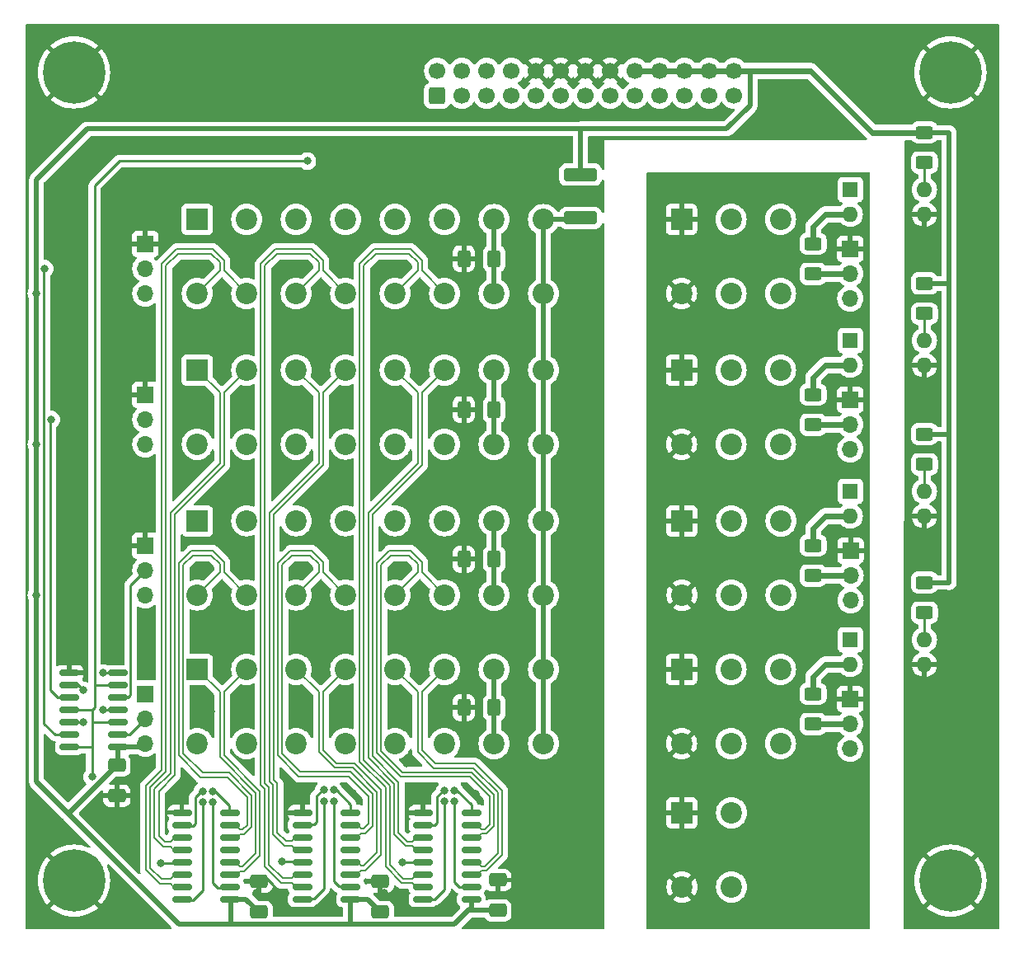
<source format=gbr>
%TF.GenerationSoftware,KiCad,Pcbnew,7.0.7*%
%TF.CreationDate,2023-10-27T11:47:26+02:00*%
%TF.ProjectId,BOB4AXIS,424f4234-4158-4495-932e-6b696361645f,rev?*%
%TF.SameCoordinates,Original*%
%TF.FileFunction,Copper,L2,Bot*%
%TF.FilePolarity,Positive*%
%FSLAX46Y46*%
G04 Gerber Fmt 4.6, Leading zero omitted, Abs format (unit mm)*
G04 Created by KiCad (PCBNEW 7.0.7) date 2023-10-27 11:47:26*
%MOMM*%
%LPD*%
G01*
G04 APERTURE LIST*
G04 Aperture macros list*
%AMRoundRect*
0 Rectangle with rounded corners*
0 $1 Rounding radius*
0 $2 $3 $4 $5 $6 $7 $8 $9 X,Y pos of 4 corners*
0 Add a 4 corners polygon primitive as box body*
4,1,4,$2,$3,$4,$5,$6,$7,$8,$9,$2,$3,0*
0 Add four circle primitives for the rounded corners*
1,1,$1+$1,$2,$3*
1,1,$1+$1,$4,$5*
1,1,$1+$1,$6,$7*
1,1,$1+$1,$8,$9*
0 Add four rect primitives between the rounded corners*
20,1,$1+$1,$2,$3,$4,$5,0*
20,1,$1+$1,$4,$5,$6,$7,0*
20,1,$1+$1,$6,$7,$8,$9,0*
20,1,$1+$1,$8,$9,$2,$3,0*%
G04 Aperture macros list end*
%TA.AperFunction,ComponentPad*%
%ADD10C,2.200000*%
%TD*%
%TA.AperFunction,ComponentPad*%
%ADD11R,2.200000X2.200000*%
%TD*%
%TA.AperFunction,ComponentPad*%
%ADD12C,0.800000*%
%TD*%
%TA.AperFunction,ComponentPad*%
%ADD13C,6.400000*%
%TD*%
%TA.AperFunction,ComponentPad*%
%ADD14R,1.700000X1.700000*%
%TD*%
%TA.AperFunction,ComponentPad*%
%ADD15O,1.700000X1.700000*%
%TD*%
%TA.AperFunction,ComponentPad*%
%ADD16R,1.600000X1.600000*%
%TD*%
%TA.AperFunction,ComponentPad*%
%ADD17O,1.600000X1.600000*%
%TD*%
%TA.AperFunction,ComponentPad*%
%ADD18RoundRect,0.250000X0.600000X-0.600000X0.600000X0.600000X-0.600000X0.600000X-0.600000X-0.600000X0*%
%TD*%
%TA.AperFunction,ComponentPad*%
%ADD19C,1.700000*%
%TD*%
%TA.AperFunction,SMDPad,CuDef*%
%ADD20RoundRect,0.250000X0.400000X0.625000X-0.400000X0.625000X-0.400000X-0.625000X0.400000X-0.625000X0*%
%TD*%
%TA.AperFunction,SMDPad,CuDef*%
%ADD21RoundRect,0.250000X0.650000X-0.412500X0.650000X0.412500X-0.650000X0.412500X-0.650000X-0.412500X0*%
%TD*%
%TA.AperFunction,SMDPad,CuDef*%
%ADD22RoundRect,0.250000X-0.625000X0.400000X-0.625000X-0.400000X0.625000X-0.400000X0.625000X0.400000X0*%
%TD*%
%TA.AperFunction,SMDPad,CuDef*%
%ADD23RoundRect,0.250000X-1.450000X0.400000X-1.450000X-0.400000X1.450000X-0.400000X1.450000X0.400000X0*%
%TD*%
%TA.AperFunction,SMDPad,CuDef*%
%ADD24RoundRect,0.150000X-0.825000X-0.150000X0.825000X-0.150000X0.825000X0.150000X-0.825000X0.150000X0*%
%TD*%
%TA.AperFunction,SMDPad,CuDef*%
%ADD25RoundRect,0.250000X-0.650000X0.412500X-0.650000X-0.412500X0.650000X-0.412500X0.650000X0.412500X0*%
%TD*%
%TA.AperFunction,ViaPad*%
%ADD26C,0.800000*%
%TD*%
%TA.AperFunction,Conductor*%
%ADD27C,0.250000*%
%TD*%
%TA.AperFunction,Conductor*%
%ADD28C,0.508000*%
%TD*%
%TA.AperFunction,Conductor*%
%ADD29C,0.630000*%
%TD*%
%TA.AperFunction,Conductor*%
%ADD30C,0.500000*%
%TD*%
%TA.AperFunction,Conductor*%
%ADD31C,0.200000*%
%TD*%
G04 APERTURE END LIST*
D10*
%TO.P,J5,1,Pin_1*%
%TO.N,ENA1-*%
X17652959Y-27715433D03*
D11*
X17652959Y-20095417D03*
D10*
%TO.P,J5,2,Pin_2*%
%TO.N,ENA1+*%
X22732970Y-27715433D03*
X22732970Y-20095417D03*
%TO.P,J5,3,Pin_3*%
%TO.N,STEP1-*%
X27812980Y-27715433D03*
X27812980Y-20095417D03*
%TO.P,J5,4,Pin_4*%
%TO.N,STEP1+*%
X32892990Y-27701209D03*
X32892990Y-20095417D03*
%TO.P,J5,5,Pin_5*%
%TO.N,DIR1-*%
X37973000Y-27715433D03*
X37973000Y-20095417D03*
%TO.P,J5,6,Pin_6*%
%TO.N,DIR1+*%
X43053010Y-27715433D03*
X43053010Y-20095417D03*
%TO.P,J5,7,Pin_7*%
%TO.N,ALARM1*%
X48133020Y-27725339D03*
X48133020Y-20105323D03*
%TO.P,J5,8,Pin_8*%
%TO.N,5V_Fused*%
X53213031Y-27720259D03*
X53213031Y-20100243D03*
%TD*%
D12*
%TO.P,H3,1,1*%
%TO.N,GND*%
X92600000Y-5000000D03*
X93302944Y-3302944D03*
X93302944Y-6697056D03*
X95000000Y-2600000D03*
D13*
X95000000Y-5000000D03*
D12*
X95000000Y-7400000D03*
X96697056Y-3302944D03*
X96697056Y-6697056D03*
X97400000Y-5000000D03*
%TD*%
D14*
%TO.P,JP6,1,A*%
%TO.N,GND*%
X12319000Y-38100000D03*
D15*
%TO.P,JP6,2,C*%
%TO.N,Net-(JP6-C)*%
X12319000Y-40640000D03*
%TO.P,JP6,3,B*%
%TO.N,+5V*%
X12319000Y-43180000D03*
%TD*%
D10*
%TO.P,J8,1,Pin_1*%
%TO.N,ENA4-*%
X17652949Y-73914016D03*
D11*
X17652949Y-66294000D03*
D10*
%TO.P,J8,2,Pin_2*%
%TO.N,ENA4+*%
X22732960Y-73914016D03*
X22732960Y-66294000D03*
%TO.P,J8,3,Pin_3*%
%TO.N,STEP4-*%
X27812970Y-73914016D03*
X27812970Y-66294000D03*
%TO.P,J8,4,Pin_4*%
%TO.N,STEP4+*%
X32892980Y-73899792D03*
X32892980Y-66294000D03*
%TO.P,J8,5,Pin_5*%
%TO.N,DIR4-*%
X37972990Y-73914016D03*
X37972990Y-66294000D03*
%TO.P,J8,6,Pin_6*%
%TO.N,DIR4+*%
X43053000Y-73914016D03*
X43053000Y-66294000D03*
%TO.P,J8,7,Pin_7*%
%TO.N,ALARM4*%
X48133010Y-73923922D03*
X48133010Y-66303906D03*
%TO.P,J8,8,Pin_8*%
%TO.N,5V_Fused*%
X53213021Y-73918842D03*
X53213021Y-66298826D03*
%TD*%
D14*
%TO.P,JP3,1,A*%
%TO.N,GND1*%
X84734000Y-54117000D03*
D15*
%TO.P,JP3,2,C*%
%TO.N,Net-(JP3-C)*%
X84734000Y-56657000D03*
%TO.P,JP3,3,B*%
%TO.N,+24V*%
X84734000Y-59197000D03*
%TD*%
D14*
%TO.P,JP8,1,A*%
%TO.N,GND*%
X12319000Y-68834000D03*
D15*
%TO.P,JP8,2,C*%
%TO.N,Net-(JP8-C)*%
X12319000Y-71374000D03*
%TO.P,JP8,3,B*%
%TO.N,+5V*%
X12319000Y-73914000D03*
%TD*%
D10*
%TO.P,J1,1,Pin_1*%
%TO.N,GND1*%
X67380985Y-27703013D03*
D11*
X67380985Y-20082997D03*
D10*
%TO.P,J1,2,Pin_2*%
%TO.N,+24V*%
X72460995Y-27703013D03*
X72460995Y-20082997D03*
%TO.P,J1,3,Pin_3*%
%TO.N,Net-(J1-Pin_3)*%
X77541005Y-27703013D03*
X77541005Y-20082997D03*
%TD*%
D16*
%TO.P,U3,1*%
%TO.N,Net-(J3-Pin_3)*%
X84709000Y-48006000D03*
D17*
%TO.P,U3,2*%
%TO.N,Net-(R5-Pad1)*%
X84709000Y-50546000D03*
%TO.P,U3,3*%
%TO.N,GND*%
X92329000Y-50546000D03*
%TO.P,U3,4*%
%TO.N,HOME3*%
X92329000Y-48006000D03*
%TD*%
D12*
%TO.P,H1,1,1*%
%TO.N,GND*%
X2600000Y-5000000D03*
X3302944Y-3302944D03*
X3302944Y-6697056D03*
X5000000Y-2600000D03*
D13*
X5000000Y-5000000D03*
D12*
X5000000Y-7400000D03*
X6697056Y-3302944D03*
X6697056Y-6697056D03*
X7400000Y-5000000D03*
%TD*%
D16*
%TO.P,U1,1*%
%TO.N,Net-(J1-Pin_3)*%
X84709000Y-17018000D03*
D17*
%TO.P,U1,2*%
%TO.N,Net-(R1-Pad1)*%
X84709000Y-19558000D03*
%TO.P,U1,3*%
%TO.N,GND*%
X92329000Y-19558000D03*
%TO.P,U1,4*%
%TO.N,HOME1*%
X92329000Y-17018000D03*
%TD*%
D10*
%TO.P,J6,1,Pin_1*%
%TO.N,ENA2-*%
X17652928Y-43175190D03*
D11*
X17652928Y-35555174D03*
D10*
%TO.P,J6,2,Pin_2*%
%TO.N,ENA2+*%
X22732939Y-43175190D03*
X22732939Y-35555174D03*
%TO.P,J6,3,Pin_3*%
%TO.N,STEP2-*%
X27812949Y-43175190D03*
X27812949Y-35555174D03*
%TO.P,J6,4,Pin_4*%
%TO.N,STEP2+*%
X32892959Y-43160966D03*
X32892959Y-35555174D03*
%TO.P,J6,5,Pin_5*%
%TO.N,DIR2-*%
X37972969Y-43175190D03*
X37972969Y-35555174D03*
%TO.P,J6,6,Pin_6*%
%TO.N,DIR2+*%
X43052979Y-43175190D03*
X43052979Y-35555174D03*
%TO.P,J6,7,Pin_7*%
%TO.N,ALARM2*%
X48132989Y-43185096D03*
X48132989Y-35565080D03*
%TO.P,J6,8,Pin_8*%
%TO.N,5V_Fused*%
X53213000Y-43180016D03*
X53213000Y-35560000D03*
%TD*%
D18*
%TO.P,J9,1,Pin_1*%
%TO.N,ENA*%
X42291000Y-7366000D03*
D19*
%TO.P,J9,2,Pin_2*%
%TO.N,HOME4*%
X42291000Y-4826000D03*
%TO.P,J9,3,Pin_3*%
%TO.N,STEP1*%
X44831000Y-7366000D03*
%TO.P,J9,4,Pin_4*%
%TO.N,HOME3*%
X44831000Y-4826000D03*
%TO.P,J9,5,Pin_5*%
%TO.N,STEP2*%
X47371000Y-7366000D03*
%TO.P,J9,6,Pin_6*%
%TO.N,HOME2*%
X47371000Y-4826000D03*
%TO.P,J9,7,Pin_7*%
%TO.N,STEP3*%
X49911000Y-7366000D03*
%TO.P,J9,8,Pin_8*%
%TO.N,HOME1*%
X49911000Y-4826000D03*
%TO.P,J9,9,Pin_9*%
%TO.N,STEP4*%
X52451000Y-7366000D03*
%TO.P,J9,10,Pin_10*%
%TO.N,GND*%
X52451000Y-4826000D03*
%TO.P,J9,11,Pin_11*%
%TO.N,DIR1*%
X54991000Y-7366000D03*
%TO.P,J9,12,Pin_12*%
%TO.N,GND*%
X54991000Y-4826000D03*
%TO.P,J9,13,Pin_13*%
%TO.N,DIR2*%
X57531000Y-7366000D03*
%TO.P,J9,14,Pin_14*%
%TO.N,GND*%
X57531000Y-4826000D03*
%TO.P,J9,15,Pin_15*%
%TO.N,DIR3*%
X60071000Y-7366000D03*
%TO.P,J9,16,Pin_16*%
%TO.N,GND*%
X60071000Y-4826000D03*
%TO.P,J9,17,Pin_17*%
%TO.N,DIR4*%
X62611000Y-7366000D03*
%TO.P,J9,18,Pin_18*%
%TO.N,+5V*%
X62611000Y-4826000D03*
%TO.P,J9,19,Pin_19*%
%TO.N,ALARM1*%
X65151000Y-7366000D03*
%TO.P,J9,20,Pin_20*%
%TO.N,+5V*%
X65151000Y-4826000D03*
%TO.P,J9,21,Pin_21*%
%TO.N,ALARM2*%
X67691000Y-7366000D03*
%TO.P,J9,22,Pin_22*%
%TO.N,+5V*%
X67691000Y-4826000D03*
%TO.P,J9,23,Pin_23*%
%TO.N,ALARM3*%
X70231000Y-7366000D03*
%TO.P,J9,24,Pin_24*%
%TO.N,+5V*%
X70231000Y-4826000D03*
%TO.P,J9,25,Pin_25*%
%TO.N,ALARM4*%
X72771000Y-7366000D03*
%TO.P,J9,26,Pin_26*%
%TO.N,+5V*%
X72771000Y-4826000D03*
%TD*%
D14*
%TO.P,JP2,1,A*%
%TO.N,GND1*%
X84709000Y-38608000D03*
D15*
%TO.P,JP2,2,C*%
%TO.N,Net-(JP2-C)*%
X84709000Y-41148000D03*
%TO.P,JP2,3,B*%
%TO.N,+24V*%
X84709000Y-43688000D03*
%TD*%
D14*
%TO.P,JP7,1,A*%
%TO.N,GND*%
X12319000Y-53594000D03*
D15*
%TO.P,JP7,2,C*%
%TO.N,Net-(JP7-C)*%
X12319000Y-56134000D03*
%TO.P,JP7,3,B*%
%TO.N,+5V*%
X12319000Y-58674000D03*
%TD*%
D14*
%TO.P,JP4,1,A*%
%TO.N,GND1*%
X84709000Y-69342000D03*
D15*
%TO.P,JP4,2,C*%
%TO.N,Net-(JP4-C)*%
X84709000Y-71882000D03*
%TO.P,JP4,3,B*%
%TO.N,+24V*%
X84709000Y-74422000D03*
%TD*%
D10*
%TO.P,J4,1,Pin_1*%
%TO.N,GND1*%
X67380985Y-73914016D03*
D11*
X67380985Y-66294000D03*
D10*
%TO.P,J4,2,Pin_2*%
%TO.N,+24V*%
X72460995Y-73914016D03*
X72460995Y-66294000D03*
%TO.P,J4,3,Pin_3*%
%TO.N,Net-(J4-Pin_3)*%
X77541005Y-73914016D03*
X77541005Y-66294000D03*
%TD*%
%TO.P,U7,1,1*%
%TO.N,+24V*%
X72517000Y-88646000D03*
X72517000Y-81025984D03*
%TO.P,U7,2,2*%
%TO.N,GND1*%
X67436990Y-88646000D03*
D11*
X67436990Y-81025984D03*
%TD*%
D10*
%TO.P,J2,1,Pin_1*%
%TO.N,GND1*%
X67380985Y-43180016D03*
D11*
X67380985Y-35560000D03*
D10*
%TO.P,J2,2,Pin_2*%
%TO.N,+24V*%
X72460995Y-43180016D03*
X72460995Y-35560000D03*
%TO.P,J2,3,Pin_3*%
%TO.N,Net-(J2-Pin_3)*%
X77541005Y-43180016D03*
X77541005Y-35560000D03*
%TD*%
D16*
%TO.P,U4,1*%
%TO.N,Net-(J4-Pin_3)*%
X84709000Y-63246000D03*
D17*
%TO.P,U4,2*%
%TO.N,Net-(R7-Pad1)*%
X84709000Y-65786000D03*
%TO.P,U4,3*%
%TO.N,GND*%
X92329000Y-65786000D03*
%TO.P,U4,4*%
%TO.N,HOME4*%
X92329000Y-63246000D03*
%TD*%
D12*
%TO.P,H2,1,1*%
%TO.N,GND*%
X2600000Y-88000000D03*
X3302944Y-86302944D03*
X3302944Y-89697056D03*
X5000000Y-85600000D03*
D13*
X5000000Y-88000000D03*
D12*
X5000000Y-90400000D03*
X6697056Y-86302944D03*
X6697056Y-89697056D03*
X7400000Y-88000000D03*
%TD*%
D14*
%TO.P,JP1,1,A*%
%TO.N,GND1*%
X84709000Y-23114000D03*
D15*
%TO.P,JP1,2,C*%
%TO.N,Net-(JP1-C)*%
X84709000Y-25654000D03*
%TO.P,JP1,3,B*%
%TO.N,+24V*%
X84709000Y-28194000D03*
%TD*%
D12*
%TO.P,H4,1,1*%
%TO.N,GND*%
X92600000Y-88000000D03*
X93302944Y-86302944D03*
X93302944Y-89697056D03*
X95000000Y-85600000D03*
D13*
X95000000Y-88000000D03*
D12*
X95000000Y-90400000D03*
X96697056Y-86302944D03*
X96697056Y-89697056D03*
X97400000Y-88000000D03*
%TD*%
D10*
%TO.P,J7,1,Pin_1*%
%TO.N,ENA3-*%
X17652939Y-58664110D03*
D11*
X17652939Y-51044094D03*
D10*
%TO.P,J7,2,Pin_2*%
%TO.N,ENA3+*%
X22732950Y-58664110D03*
X22732950Y-51044094D03*
%TO.P,J7,3,Pin_3*%
%TO.N,STEP3-*%
X27812960Y-58664110D03*
X27812960Y-51044094D03*
%TO.P,J7,4,Pin_4*%
%TO.N,STEP3+*%
X32892970Y-58649886D03*
X32892970Y-51044094D03*
%TO.P,J7,5,Pin_5*%
%TO.N,DIR3-*%
X37972980Y-58664110D03*
X37972980Y-51044094D03*
%TO.P,J7,6,Pin_6*%
%TO.N,DIR3+*%
X43052990Y-58664110D03*
X43052990Y-51044094D03*
%TO.P,J7,7,Pin_7*%
%TO.N,ALARM3*%
X48133000Y-58674016D03*
X48133000Y-51054000D03*
%TO.P,J7,8,Pin_8*%
%TO.N,5V_Fused*%
X53213011Y-58668936D03*
X53213011Y-51048920D03*
%TD*%
%TO.P,J3,1,Pin_1*%
%TO.N,GND1*%
X67436980Y-58674016D03*
D11*
X67436980Y-51054000D03*
D10*
%TO.P,J3,2,Pin_2*%
%TO.N,+24V*%
X72516990Y-58674016D03*
X72516990Y-51054000D03*
%TO.P,J3,3,Pin_3*%
%TO.N,Net-(J3-Pin_3)*%
X77597000Y-58674016D03*
X77597000Y-51054000D03*
%TD*%
D14*
%TO.P,JP5,1,A*%
%TO.N,GND*%
X12319000Y-22606000D03*
D15*
%TO.P,JP5,2,C*%
%TO.N,Net-(JP5-C)*%
X12319000Y-25146000D03*
%TO.P,JP5,3,B*%
%TO.N,+5V*%
X12319000Y-27686000D03*
%TD*%
D16*
%TO.P,U2,1*%
%TO.N,Net-(J2-Pin_3)*%
X84709000Y-32512000D03*
D17*
%TO.P,U2,2*%
%TO.N,Net-(R3-Pad1)*%
X84709000Y-35052000D03*
%TO.P,U2,3*%
%TO.N,GND*%
X92329000Y-35052000D03*
%TO.P,U2,4*%
%TO.N,HOME2*%
X92329000Y-32512000D03*
%TD*%
D20*
%TO.P,R10,1*%
%TO.N,ALARM1*%
X48133000Y-24130000D03*
%TO.P,R10,2*%
%TO.N,GND*%
X45033000Y-24130000D03*
%TD*%
D21*
%TO.P,C4,1*%
%TO.N,+5V*%
X36449000Y-91224500D03*
%TO.P,C4,2*%
%TO.N,GND*%
X36449000Y-88099500D03*
%TD*%
D22*
%TO.P,R1,1*%
%TO.N,Net-(R1-Pad1)*%
X80899000Y-22580000D03*
%TO.P,R1,2*%
%TO.N,Net-(JP1-C)*%
X80899000Y-25680000D03*
%TD*%
%TO.P,R7,1*%
%TO.N,Net-(R7-Pad1)*%
X80899000Y-68808000D03*
%TO.P,R7,2*%
%TO.N,Net-(JP4-C)*%
X80899000Y-71908000D03*
%TD*%
D23*
%TO.P,F1,1*%
%TO.N,+5V*%
X57023000Y-15494000D03*
%TO.P,F1,2*%
%TO.N,5V_Fused*%
X57023000Y-19944000D03*
%TD*%
D22*
%TO.P,R5,1*%
%TO.N,Net-(R5-Pad1)*%
X80899000Y-53568000D03*
%TO.P,R5,2*%
%TO.N,Net-(JP3-C)*%
X80899000Y-56668000D03*
%TD*%
D20*
%TO.P,R12,1*%
%TO.N,ALARM4*%
X48133000Y-70231000D03*
%TO.P,R12,2*%
%TO.N,GND*%
X45033000Y-70231000D03*
%TD*%
D22*
%TO.P,R8,1*%
%TO.N,+5V*%
X92329000Y-57378000D03*
%TO.P,R8,2*%
%TO.N,HOME4*%
X92329000Y-60478000D03*
%TD*%
D24*
%TO.P,U6,1,1A*%
%TO.N,STEP1*%
X28448000Y-89916000D03*
%TO.P,U6,2,1Y*%
%TO.N,STEP1+*%
X28448000Y-88646000D03*
%TO.P,U6,3,1Z*%
%TO.N,STEP1-*%
X28448000Y-87376000D03*
%TO.P,U6,4,G*%
%TO.N,ENA*%
X28448000Y-86106000D03*
%TO.P,U6,5,2Z*%
%TO.N,STEP2-*%
X28448000Y-84836000D03*
%TO.P,U6,6,2Y*%
%TO.N,STEP2+*%
X28448000Y-83566000D03*
%TO.P,U6,7,2A*%
%TO.N,STEP2*%
X28448000Y-82296000D03*
%TO.P,U6,8,GND*%
%TO.N,GND*%
X28448000Y-81026000D03*
%TO.P,U6,9,3A*%
%TO.N,STEP3*%
X33398000Y-81026000D03*
%TO.P,U6,10,3Y*%
%TO.N,STEP3+*%
X33398000Y-82296000D03*
%TO.P,U6,11,3Z*%
%TO.N,STEP3-*%
X33398000Y-83566000D03*
%TO.P,U6,12,~{G}*%
%TO.N,unconnected-(U6-~{G}-Pad12)*%
X33398000Y-84836000D03*
%TO.P,U6,13,4Z*%
%TO.N,STEP4-*%
X33398000Y-86106000D03*
%TO.P,U6,14,4Y*%
%TO.N,STEP4+*%
X33398000Y-87376000D03*
%TO.P,U6,15,4A*%
%TO.N,STEP4*%
X33398000Y-88646000D03*
%TO.P,U6,16,VDD*%
%TO.N,+5V*%
X33398000Y-89916000D03*
%TD*%
D20*
%TO.P,R11,1*%
%TO.N,ALARM3*%
X48133000Y-54991000D03*
%TO.P,R11,2*%
%TO.N,GND*%
X45033000Y-54991000D03*
%TD*%
D22*
%TO.P,R4,1*%
%TO.N,+5V*%
X92329000Y-26670000D03*
%TO.P,R4,2*%
%TO.N,HOME2*%
X92329000Y-29770000D03*
%TD*%
D25*
%TO.P,C2,1*%
%TO.N,+5V*%
X9398000Y-76161500D03*
%TO.P,C2,2*%
%TO.N,GND*%
X9398000Y-79286500D03*
%TD*%
D22*
%TO.P,R2,1*%
%TO.N,+5V*%
X92329000Y-11150000D03*
%TO.P,R2,2*%
%TO.N,HOME1*%
X92329000Y-14250000D03*
%TD*%
%TO.P,R6,1*%
%TO.N,+5V*%
X92329000Y-42138000D03*
%TO.P,R6,2*%
%TO.N,HOME3*%
X92329000Y-45238000D03*
%TD*%
D21*
%TO.P,C1,1*%
%TO.N,+5V*%
X48514000Y-91059000D03*
%TO.P,C1,2*%
%TO.N,GND*%
X48514000Y-87934000D03*
%TD*%
D24*
%TO.P,U5,1,1A*%
%TO.N,ENA1*%
X16067000Y-89886300D03*
%TO.P,U5,2,1Y*%
%TO.N,ENA1+*%
X16067000Y-88616300D03*
%TO.P,U5,3,1Z*%
%TO.N,ENA1-*%
X16067000Y-87346300D03*
%TO.P,U5,4,G*%
%TO.N,ENA*%
X16067000Y-86076300D03*
%TO.P,U5,5,2Z*%
%TO.N,ENA2-*%
X16067000Y-84806300D03*
%TO.P,U5,6,2Y*%
%TO.N,ENA2+*%
X16067000Y-83536300D03*
%TO.P,U5,7,2A*%
%TO.N,ENA2*%
X16067000Y-82266300D03*
%TO.P,U5,8,GND*%
%TO.N,GND*%
X16067000Y-80996300D03*
%TO.P,U5,9,3A*%
%TO.N,ENA3*%
X21017000Y-80996300D03*
%TO.P,U5,10,3Y*%
%TO.N,ENA3+*%
X21017000Y-82266300D03*
%TO.P,U5,11,3Z*%
%TO.N,ENA3-*%
X21017000Y-83536300D03*
%TO.P,U5,12,~{G}*%
%TO.N,unconnected-(U5-~{G}-Pad12)*%
X21017000Y-84806300D03*
%TO.P,U5,13,4Z*%
%TO.N,ENA4-*%
X21017000Y-86076300D03*
%TO.P,U5,14,4Y*%
%TO.N,ENA4+*%
X21017000Y-87346300D03*
%TO.P,U5,15,4A*%
%TO.N,ENA4*%
X21017000Y-88616300D03*
%TO.P,U5,16,VDD*%
%TO.N,+5V*%
X21017000Y-89886300D03*
%TD*%
D20*
%TO.P,R9,1*%
%TO.N,ALARM2*%
X48133000Y-39624000D03*
%TO.P,R9,2*%
%TO.N,GND*%
X45033000Y-39624000D03*
%TD*%
D21*
%TO.P,C3,1*%
%TO.N,+5V*%
X24003000Y-91224500D03*
%TO.P,C3,2*%
%TO.N,GND*%
X24003000Y-88099500D03*
%TD*%
D22*
%TO.P,R3,1*%
%TO.N,Net-(R3-Pad1)*%
X80899000Y-38074000D03*
%TO.P,R3,2*%
%TO.N,Net-(JP2-C)*%
X80899000Y-41174000D03*
%TD*%
D24*
%TO.P,U8,1*%
%TO.N,ENA*%
X4510000Y-74295000D03*
%TO.P,U8,2*%
%TO.N,Net-(JP5-C)*%
X4510000Y-73025000D03*
%TO.P,U8,3*%
%TO.N,ENA1*%
X4510000Y-71755000D03*
%TO.P,U8,4*%
%TO.N,ENA*%
X4510000Y-70485000D03*
%TO.P,U8,5*%
%TO.N,Net-(JP6-C)*%
X4510000Y-69215000D03*
%TO.P,U8,6*%
%TO.N,ENA2*%
X4510000Y-67945000D03*
%TO.P,U8,7,GND*%
%TO.N,GND*%
X4510000Y-66675000D03*
%TO.P,U8,8*%
%TO.N,ENA3*%
X9460000Y-66675000D03*
%TO.P,U8,9*%
%TO.N,ENA*%
X9460000Y-67945000D03*
%TO.P,U8,10*%
%TO.N,Net-(JP7-C)*%
X9460000Y-69215000D03*
%TO.P,U8,11*%
%TO.N,ENA4*%
X9460000Y-70485000D03*
%TO.P,U8,12*%
%TO.N,ENA*%
X9460000Y-71755000D03*
%TO.P,U8,13*%
%TO.N,Net-(JP8-C)*%
X9460000Y-73025000D03*
%TO.P,U8,14,VCC*%
%TO.N,+5V*%
X9460000Y-74295000D03*
%TD*%
%TO.P,U9,1,1A*%
%TO.N,DIR1*%
X40832000Y-89916000D03*
%TO.P,U9,2,1Y*%
%TO.N,DIR1+*%
X40832000Y-88646000D03*
%TO.P,U9,3,1Z*%
%TO.N,DIR1-*%
X40832000Y-87376000D03*
%TO.P,U9,4,G*%
%TO.N,ENA*%
X40832000Y-86106000D03*
%TO.P,U9,5,2Z*%
%TO.N,DIR2-*%
X40832000Y-84836000D03*
%TO.P,U9,6,2Y*%
%TO.N,DIR2+*%
X40832000Y-83566000D03*
%TO.P,U9,7,2A*%
%TO.N,DIR2*%
X40832000Y-82296000D03*
%TO.P,U9,8,GND*%
%TO.N,GND*%
X40832000Y-81026000D03*
%TO.P,U9,9,3A*%
%TO.N,DIR3*%
X45782000Y-81026000D03*
%TO.P,U9,10,3Y*%
%TO.N,DIR3+*%
X45782000Y-82296000D03*
%TO.P,U9,11,3Z*%
%TO.N,DIR3-*%
X45782000Y-83566000D03*
%TO.P,U9,12,~{G}*%
%TO.N,unconnected-(U9-~{G}-Pad12)*%
X45782000Y-84836000D03*
%TO.P,U9,13,4Z*%
%TO.N,DIR4-*%
X45782000Y-86106000D03*
%TO.P,U9,14,4Y*%
%TO.N,DIR4+*%
X45782000Y-87376000D03*
%TO.P,U9,15,4A*%
%TO.N,DIR4*%
X45782000Y-88646000D03*
%TO.P,U9,16,VDD*%
%TO.N,+5V*%
X45782000Y-89916000D03*
%TD*%
D26*
%TO.N,GND1*%
X75184000Y-69596000D03*
X74930000Y-54483000D03*
X75057000Y-23876000D03*
X75057000Y-39243000D03*
%TO.N,+5V*%
X1143000Y-27686000D03*
X1143000Y-43180000D03*
X1143000Y-58674000D03*
%TO.N,GND*%
X36830000Y-89281000D03*
X33147000Y-46863000D03*
X42926000Y-70104000D03*
X3556000Y-77216000D03*
X40640000Y-78867000D03*
X33147000Y-62230000D03*
X18796000Y-56007000D03*
X26162000Y-47117000D03*
X33274000Y-70104000D03*
X26797000Y-31242000D03*
X21463000Y-70612000D03*
X23749000Y-89281000D03*
X11049000Y-80899000D03*
X5334000Y-65024000D03*
X27686000Y-62484000D03*
X23114000Y-76327000D03*
X38735000Y-8890000D03*
X8763000Y-64897000D03*
X33655000Y-78994000D03*
X33274000Y-39243000D03*
X27432000Y-56007000D03*
X33020000Y-54991000D03*
X37592000Y-56261000D03*
X28223000Y-78833200D03*
X27432000Y-70358000D03*
X46228000Y-79121000D03*
X20320000Y-47498000D03*
X39116000Y-75946000D03*
X19050000Y-70612000D03*
X20320000Y-62611000D03*
X20320000Y-31242000D03*
X37719000Y-70104000D03*
X78359000Y-9398000D03*
X15777000Y-78930500D03*
X33147000Y-31115000D03*
X12065000Y-63754000D03*
X22606000Y-39370000D03*
%TO.N,ENA*%
X13872000Y-86169500D03*
X26318000Y-86072200D03*
X28956000Y-14097000D03*
X6858000Y-77343000D03*
X38735000Y-86106000D03*
%TO.N,STEP1*%
X30636000Y-79849200D03*
%TO.N,DIR1*%
X43053000Y-79883000D03*
%TO.N,DIR2*%
X43053000Y-78740000D03*
%TO.N,STEP2*%
X30636000Y-78706200D03*
%TO.N,STEP3*%
X31652000Y-78706200D03*
%TO.N,DIR3*%
X44069000Y-78740000D03*
%TO.N,DIR4*%
X44069000Y-79883000D03*
%TO.N,STEP4*%
X31652000Y-79849200D03*
%TO.N,Net-(JP5-C)*%
X1992500Y-25146000D03*
%TO.N,Net-(JP6-C)*%
X2667000Y-40640000D03*
%TO.N,ENA1*%
X18190000Y-79946500D03*
X5969000Y-71755000D03*
%TO.N,ENA2*%
X5969000Y-68453000D03*
X18190000Y-78803500D03*
%TO.N,ENA3*%
X8001000Y-66675000D03*
X19206000Y-78803500D03*
%TO.N,ENA4*%
X8001000Y-70485000D03*
X19206000Y-79946500D03*
%TD*%
D27*
%TO.N,5V_Fused*%
X53213021Y-20100253D02*
X53213031Y-20100243D01*
D28*
X57014757Y-20100243D02*
X53213031Y-20100243D01*
D27*
X57023000Y-20092000D02*
X57014757Y-20100243D01*
D28*
X53213021Y-73918842D02*
X53213021Y-20100253D01*
D29*
%TO.N,Net-(JP1-C)*%
X84709000Y-25654000D02*
X80925000Y-25654000D01*
D27*
X80925000Y-25654000D02*
X80899000Y-25680000D01*
D29*
%TO.N,Net-(JP2-C)*%
X84709000Y-41148000D02*
X80925000Y-41148000D01*
%TO.N,Net-(JP3-C)*%
X84709000Y-56642000D02*
X80925000Y-56642000D01*
%TO.N,Net-(JP4-C)*%
X84709000Y-71882000D02*
X80925000Y-71882000D01*
%TO.N,Net-(R1-Pad1)*%
X82169000Y-19558000D02*
X84709000Y-19558000D01*
X80899000Y-20828000D02*
X82169000Y-19558000D01*
D27*
X81179000Y-22606000D02*
X81153000Y-22580000D01*
D29*
X80899000Y-22580000D02*
X80899000Y-20828000D01*
D30*
%TO.N,+5V*%
X33274000Y-92456000D02*
X21082000Y-92456000D01*
D28*
X72009000Y-10795000D02*
X74422000Y-8382000D01*
D30*
X21082000Y-89951300D02*
X21017000Y-89886300D01*
X21082000Y-92456000D02*
X15748000Y-92456000D01*
X44069000Y-92456000D02*
X33401000Y-92456000D01*
D27*
X92355000Y-11176000D02*
X92329000Y-11150000D01*
D28*
X74422000Y-8382000D02*
X74422000Y-4953000D01*
D29*
X86969000Y-11150000D02*
X92329000Y-11150000D01*
D30*
X22664800Y-89886300D02*
X24003000Y-91224500D01*
X15748000Y-92456000D02*
X4381500Y-81089500D01*
X45782000Y-89916000D02*
X45782000Y-90613000D01*
X1143000Y-43180000D02*
X1143000Y-27686000D01*
D28*
X57023000Y-10795000D02*
X72009000Y-10795000D01*
D30*
X9460000Y-76011000D02*
X9460000Y-74295000D01*
X92329000Y-57378000D02*
X94843000Y-57378000D01*
X94869000Y-11176000D02*
X92355000Y-11176000D01*
X1143000Y-77851000D02*
X4381500Y-81089500D01*
D28*
X57023000Y-10795000D02*
X57023000Y-15494000D01*
D29*
X62611000Y-4826000D02*
X74295000Y-4826000D01*
D30*
X1143000Y-16002000D02*
X6350000Y-10795000D01*
X35140500Y-89916000D02*
X36449000Y-91224500D01*
X94869000Y-41910000D02*
X94869000Y-26670000D01*
X92329000Y-26670000D02*
X94869000Y-26670000D01*
X45466000Y-91059000D02*
X44069000Y-92456000D01*
D29*
X80645000Y-4826000D02*
X86969000Y-11150000D01*
D30*
X45466000Y-91059000D02*
X48729500Y-91059000D01*
X33401000Y-92456000D02*
X33401000Y-89919000D01*
X1143000Y-58674000D02*
X1143000Y-77851000D01*
X21082000Y-91059000D02*
X21082000Y-89951300D01*
X21082000Y-92456000D02*
X21082000Y-91059000D01*
X9460000Y-74295000D02*
X11938000Y-74295000D01*
X33398000Y-89916000D02*
X35140500Y-89916000D01*
X11938000Y-74295000D02*
X12319000Y-73914000D01*
X94869000Y-26670000D02*
X94869000Y-11176000D01*
D29*
X74295000Y-4826000D02*
X80645000Y-4826000D01*
D30*
X6350000Y-10795000D02*
X57023000Y-10795000D01*
X1143000Y-27686000D02*
X1143000Y-16002000D01*
X48729500Y-91059000D02*
X48768000Y-91097500D01*
X45782000Y-90613000D02*
X45782000Y-90743000D01*
X94869000Y-57404000D02*
X94869000Y-41910000D01*
D28*
X74422000Y-4953000D02*
X74295000Y-4826000D01*
D30*
X4381500Y-81089500D02*
X9460000Y-76011000D01*
X45782000Y-90743000D02*
X45466000Y-91059000D01*
X33401000Y-89919000D02*
X33398000Y-89916000D01*
D27*
X94641000Y-42138000D02*
X94869000Y-41910000D01*
X94843000Y-57378000D02*
X94869000Y-57404000D01*
D30*
X92329000Y-42138000D02*
X94641000Y-42138000D01*
X1143000Y-58674000D02*
X1143000Y-43180000D01*
X21017000Y-89886300D02*
X22664800Y-89886300D01*
D29*
%TO.N,Net-(R3-Pad1)*%
X80899000Y-36322000D02*
X82169000Y-35052000D01*
D27*
X81407000Y-38074000D02*
X81433000Y-38100000D01*
D29*
X80899000Y-38074000D02*
X80899000Y-36322000D01*
X82169000Y-35052000D02*
X84709000Y-35052000D01*
%TO.N,Net-(R5-Pad1)*%
X82169000Y-50546000D02*
X84709000Y-50546000D01*
X80899000Y-51816000D02*
X82169000Y-50546000D01*
D27*
X80899000Y-53568000D02*
X80925000Y-53594000D01*
D29*
X80899000Y-53568000D02*
X80899000Y-51816000D01*
%TO.N,Net-(R7-Pad1)*%
X80899000Y-67056000D02*
X82169000Y-65786000D01*
D27*
X80899000Y-68808000D02*
X80925000Y-68834000D01*
D29*
X82169000Y-65786000D02*
X84709000Y-65786000D01*
X80899000Y-68808000D02*
X80899000Y-67056000D01*
D27*
%TO.N,GND*%
X24892000Y-87884000D02*
X25400000Y-88392000D01*
X23749000Y-87807000D02*
X24815000Y-87807000D01*
X25400000Y-88392000D02*
X25400000Y-88519000D01*
X24815000Y-87807000D02*
X24892000Y-87884000D01*
%TO.N,HOME1*%
X92329000Y-17018000D02*
X92329000Y-14250000D01*
%TO.N,HOME2*%
X92329000Y-32512000D02*
X92329000Y-29770000D01*
%TO.N,HOME3*%
X92329000Y-48006000D02*
X92329000Y-45238000D01*
%TO.N,HOME4*%
X92329000Y-63246000D02*
X92329000Y-60478000D01*
%TO.N,ENA*%
X40832000Y-86106000D02*
X38735000Y-86106000D01*
X6858000Y-70485000D02*
X7112000Y-70231000D01*
X26318000Y-86072200D02*
X26191000Y-86072200D01*
X9652000Y-14097000D02*
X28956000Y-14097000D01*
X15969000Y-86169500D02*
X13872000Y-86169500D01*
X28956000Y-14097000D02*
X28829000Y-14097000D01*
X4510000Y-74295000D02*
X6858000Y-74295000D01*
X6858000Y-73660000D02*
X6858000Y-77343000D01*
X6858000Y-74295000D02*
X6858000Y-73660000D01*
X13872000Y-86169500D02*
X13745000Y-86169500D01*
X28415000Y-86072200D02*
X26318000Y-86072200D01*
X6858000Y-71755000D02*
X6858000Y-70485000D01*
X7112000Y-70231000D02*
X7112000Y-16637000D01*
X38735000Y-86106000D02*
X38608000Y-86106000D01*
X7112000Y-16637000D02*
X9652000Y-14097000D01*
X9460000Y-71755000D02*
X6858000Y-71755000D01*
X4510000Y-70485000D02*
X6858000Y-70485000D01*
X6858000Y-73660000D02*
X6858000Y-71755000D01*
X9460000Y-67945000D02*
X7112000Y-67945000D01*
X6858000Y-77343000D02*
X6858000Y-77089000D01*
%TO.N,STEP1*%
X29620000Y-89882200D02*
X30636000Y-88866200D01*
X28415000Y-89882200D02*
X29620000Y-89882200D01*
X30636000Y-79849200D02*
X30636000Y-79976200D01*
X30636000Y-88866200D02*
X30636000Y-79849200D01*
%TO.N,DIR1*%
X43053000Y-88900000D02*
X43053000Y-79883000D01*
X40832000Y-89916000D02*
X42037000Y-89916000D01*
X42037000Y-89916000D02*
X43053000Y-88900000D01*
X43053000Y-79883000D02*
X43053000Y-80010000D01*
%TO.N,DIR2*%
X40832000Y-82296000D02*
X42037000Y-82296000D01*
X42291000Y-82042000D02*
X42291000Y-79375000D01*
X42926000Y-78740000D02*
X43053000Y-78740000D01*
X42291000Y-79375000D02*
X42926000Y-78740000D01*
X42037000Y-82296000D02*
X42291000Y-82042000D01*
X43053000Y-78740000D02*
X43053000Y-78613000D01*
X43053000Y-78613000D02*
X43053000Y-78613000D01*
%TO.N,STEP2*%
X28415000Y-82262200D02*
X29620000Y-82262200D01*
X30636000Y-78579200D02*
X30636000Y-78579200D01*
X29620000Y-82262200D02*
X29874000Y-82008200D01*
X30509000Y-78706200D02*
X30636000Y-78706200D01*
X29874000Y-82008200D02*
X29874000Y-79341200D01*
X29874000Y-79341200D02*
X30509000Y-78706200D01*
X30636000Y-78706200D02*
X30636000Y-78579200D01*
%TO.N,STEP3*%
X31906000Y-78706200D02*
X31652000Y-78706200D01*
X33365000Y-80165200D02*
X31906000Y-78706200D01*
X33365000Y-80992200D02*
X33365000Y-80165200D01*
%TO.N,DIR3*%
X44323000Y-78740000D02*
X44069000Y-78740000D01*
X45782000Y-81026000D02*
X45782000Y-80199000D01*
X45782000Y-80199000D02*
X44323000Y-78740000D01*
%TO.N,DIR4*%
X45782000Y-88646000D02*
X44577000Y-88646000D01*
X44069000Y-79883000D02*
X43942000Y-80010000D01*
X44069000Y-88138000D02*
X44069000Y-79883000D01*
X44577000Y-88646000D02*
X44069000Y-88138000D01*
%TO.N,STEP4*%
X31652000Y-79849200D02*
X31525000Y-79976200D01*
X31652000Y-88104200D02*
X31652000Y-79849200D01*
X32160000Y-88612200D02*
X31652000Y-88104200D01*
X33365000Y-88612200D02*
X32160000Y-88612200D01*
D28*
%TO.N,ALARM1*%
X48133000Y-27725319D02*
X48133000Y-20210948D01*
X48133020Y-27725339D02*
X48133000Y-27725319D01*
D27*
X48133010Y-20105333D02*
X48133020Y-20105323D01*
D28*
%TO.N,ALARM2*%
X48132989Y-35704959D02*
X48133000Y-35704948D01*
X48132989Y-43185096D02*
X48132989Y-35704959D01*
%TO.N,ALARM3*%
X48133000Y-58674016D02*
X48133000Y-51198948D01*
%TO.N,ALARM4*%
X48133010Y-73923922D02*
X48133010Y-66303906D01*
D31*
%TO.N,ENA2-*%
X17652969Y-35555174D02*
X19967974Y-37870179D01*
X19967974Y-37870179D02*
X19967974Y-45118826D01*
X19967974Y-45118826D02*
X14888000Y-50198800D01*
X13266000Y-78617800D02*
X13266000Y-83595700D01*
X13266000Y-83595700D02*
X14159800Y-84489500D01*
X14888000Y-50198800D02*
X14888000Y-76995800D01*
X14888000Y-76995800D02*
X13266000Y-78617800D01*
X14159800Y-84489500D02*
X14884000Y-84489500D01*
X15294000Y-84899500D02*
X15969000Y-84899500D01*
X14884000Y-84489500D02*
X15294000Y-84899500D01*
%TO.N,ENA2+*%
X15338000Y-77182200D02*
X13716000Y-78804200D01*
X13716000Y-83409300D02*
X14346200Y-84039500D01*
X14884000Y-84039500D02*
X15294000Y-83629500D01*
X15294000Y-83629500D02*
X15969000Y-83629500D01*
X20417974Y-37870179D02*
X20417974Y-45305226D01*
X14346200Y-84039500D02*
X14884000Y-84039500D01*
X13716000Y-78804200D02*
X13716000Y-83409300D01*
X22732979Y-35555174D02*
X20417974Y-37870179D01*
X20417974Y-45305226D02*
X15338000Y-50385200D01*
X15338000Y-50385200D02*
X15338000Y-77182200D01*
%TO.N,STEP2-*%
X30127974Y-45118826D02*
X25048000Y-50198800D01*
X26605800Y-84392200D02*
X27330000Y-84392200D01*
X30127974Y-37870179D02*
X30127974Y-45118826D01*
X25048000Y-77817200D02*
X25429000Y-78198200D01*
X25048000Y-50198800D02*
X25048000Y-77817200D01*
X27740000Y-84802200D02*
X28415000Y-84802200D01*
X25429000Y-83215400D02*
X26605800Y-84392200D01*
X27812969Y-35555174D02*
X30127974Y-37870179D01*
X25429000Y-78198200D02*
X25429000Y-83215400D01*
X27330000Y-84392200D02*
X27740000Y-84802200D01*
%TO.N,STEP2+*%
X25498000Y-77630800D02*
X25879000Y-78011800D01*
X30577974Y-37870179D02*
X30577974Y-45305226D01*
X27740000Y-83532200D02*
X28415000Y-83532200D01*
X27330000Y-83942200D02*
X27740000Y-83532200D01*
X26792200Y-83942200D02*
X27330000Y-83942200D01*
X32892979Y-35555174D02*
X30577974Y-37870179D01*
X25879000Y-78011800D02*
X25879000Y-83029000D01*
X30577974Y-45305226D02*
X25498000Y-50385200D01*
X25498000Y-50385200D02*
X25498000Y-77630800D01*
X25879000Y-83029000D02*
X26792200Y-83942200D01*
%TO.N,DIR2-*%
X39747000Y-84426000D02*
X40157000Y-84836000D01*
X40287974Y-37870179D02*
X40287974Y-45118826D01*
X37875000Y-78071200D02*
X37875000Y-83278200D01*
X35208000Y-50198800D02*
X35208000Y-75404200D01*
X35208000Y-75404200D02*
X37875000Y-78071200D01*
X40157000Y-84836000D02*
X40832000Y-84836000D01*
X39022800Y-84426000D02*
X39747000Y-84426000D01*
X37875000Y-83278200D02*
X39022800Y-84426000D01*
X37972969Y-35555174D02*
X40287974Y-37870179D01*
X40287974Y-45118826D02*
X35208000Y-50198800D01*
%TO.N,DIR2+*%
X38325000Y-77884800D02*
X38325000Y-83091800D01*
X35658000Y-75217800D02*
X38325000Y-77884800D01*
X39747000Y-83976000D02*
X40157000Y-83566000D01*
X35658000Y-50385200D02*
X35658000Y-75217800D01*
X43052979Y-35555174D02*
X40737974Y-37870179D01*
X40157000Y-83566000D02*
X40832000Y-83566000D01*
X39209200Y-83976000D02*
X39747000Y-83976000D01*
X40737974Y-37870179D02*
X40737974Y-45305226D01*
X40737974Y-45305226D02*
X35658000Y-50385200D01*
X38325000Y-83091800D02*
X39209200Y-83976000D01*
%TO.N,ENA1-*%
X12827000Y-78423200D02*
X14449000Y-76801200D01*
X13965200Y-87849500D02*
X12827000Y-86711300D01*
X14449000Y-76801200D02*
X14449000Y-24858200D01*
X14449000Y-24858200D02*
X15714200Y-23593000D01*
X19083800Y-23593000D02*
X19967985Y-24477185D01*
X19967985Y-24477185D02*
X19967985Y-25361105D01*
X15969000Y-87439500D02*
X15294000Y-87439500D01*
X19967985Y-25361105D02*
X17652980Y-27676110D01*
X15294000Y-87439500D02*
X14884000Y-87849500D01*
X14884000Y-87849500D02*
X13965200Y-87849500D01*
X12827000Y-86711300D02*
X12827000Y-78423200D01*
X15714200Y-23593000D02*
X19083800Y-23593000D01*
%TO.N,ENA1+*%
X14884000Y-88299500D02*
X13778800Y-88299500D01*
X13999000Y-76614800D02*
X13999000Y-24671800D01*
X13778800Y-88299500D02*
X12377000Y-86897700D01*
X13999000Y-24671800D02*
X15527800Y-23143000D01*
X15969000Y-88709500D02*
X15294000Y-88709500D01*
X12377000Y-86897700D02*
X12377000Y-78236800D01*
X12377000Y-78236800D02*
X13999000Y-76614800D01*
X15294000Y-88709500D02*
X14884000Y-88299500D01*
X15527800Y-23143000D02*
X19270200Y-23143000D01*
X20417985Y-24290785D02*
X20417985Y-25361105D01*
X20417985Y-25361105D02*
X22732990Y-27676110D01*
X19270200Y-23143000D02*
X20417985Y-24290785D01*
%TO.N,STEP1-*%
X29243800Y-23593000D02*
X25874200Y-23593000D01*
X27330000Y-87752200D02*
X27740000Y-87342200D01*
X24609000Y-78011800D02*
X24990000Y-78392800D01*
X30127985Y-24477185D02*
X29243800Y-23593000D01*
X25874200Y-23593000D02*
X24609000Y-24858200D01*
X26411200Y-87752200D02*
X27330000Y-87752200D01*
X27812980Y-27676110D02*
X30127985Y-25361105D01*
X24990000Y-86331000D02*
X26411200Y-87752200D01*
X24990000Y-78392800D02*
X24990000Y-86331000D01*
X27740000Y-87342200D02*
X28415000Y-87342200D01*
X30127985Y-25361105D02*
X30127985Y-24477185D01*
X24609000Y-24858200D02*
X24609000Y-78011800D01*
%TO.N,STEP1+*%
X32892990Y-27676110D02*
X30577985Y-25361105D01*
X24540000Y-86517400D02*
X26224800Y-88202200D01*
X24159000Y-78198200D02*
X24540000Y-78579200D01*
X27740000Y-88612200D02*
X28415000Y-88612200D01*
X24540000Y-78579200D02*
X24540000Y-86517400D01*
X25687800Y-23143000D02*
X24159000Y-24671800D01*
X29430200Y-23143000D02*
X25687800Y-23143000D01*
X30577985Y-25361105D02*
X30577985Y-24290785D01*
X26224800Y-88202200D02*
X27330000Y-88202200D01*
X27330000Y-88202200D02*
X27740000Y-88612200D01*
X30577985Y-24290785D02*
X29430200Y-23143000D01*
X24159000Y-24671800D02*
X24159000Y-78198200D01*
%TO.N,DIR1-*%
X38828200Y-87786000D02*
X37436000Y-86393800D01*
X34769000Y-75598800D02*
X34769000Y-24858200D01*
X40157000Y-87376000D02*
X39747000Y-87786000D01*
X37436000Y-78265800D02*
X34769000Y-75598800D01*
X39747000Y-87786000D02*
X38828200Y-87786000D01*
X34769000Y-24858200D02*
X36034200Y-23593000D01*
X36034200Y-23593000D02*
X39403800Y-23593000D01*
X40287985Y-25361105D02*
X37972980Y-27676110D01*
X40287985Y-24477185D02*
X40287985Y-25361105D01*
X39403800Y-23593000D02*
X40287985Y-24477185D01*
X40832000Y-87376000D02*
X40157000Y-87376000D01*
X37436000Y-86393800D02*
X37436000Y-78265800D01*
%TO.N,DIR1+*%
X39747000Y-88236000D02*
X38641800Y-88236000D01*
X40832000Y-88646000D02*
X40157000Y-88646000D01*
X38641800Y-88236000D02*
X36986000Y-86580200D01*
X34319000Y-24671800D02*
X35847800Y-23143000D01*
X39590200Y-23143000D02*
X40737985Y-24290785D01*
X35847800Y-23143000D02*
X39590200Y-23143000D01*
X34319000Y-75785200D02*
X34319000Y-24671800D01*
X40737985Y-25361105D02*
X43052990Y-27676110D01*
X40157000Y-88646000D02*
X39747000Y-88236000D01*
X36986000Y-86580200D02*
X36986000Y-78452200D01*
X36986000Y-78452200D02*
X34319000Y-75785200D01*
X40737985Y-24290785D02*
X40737985Y-25361105D01*
D27*
%TO.N,Net-(JP5-C)*%
X1905000Y-25233500D02*
X1905000Y-71882000D01*
X1905000Y-71882000D02*
X3048000Y-73025000D01*
X3048000Y-73025000D02*
X4510000Y-73025000D01*
X1992500Y-25146000D02*
X1905000Y-25233500D01*
%TO.N,Net-(JP6-C)*%
X2667000Y-40640000D02*
X2540000Y-40767000D01*
X2540000Y-40767000D02*
X2540000Y-68453000D01*
X2540000Y-68453000D02*
X3302000Y-69215000D01*
X3302000Y-69215000D02*
X4510000Y-69215000D01*
%TO.N,Net-(JP7-C)*%
X10541000Y-69215000D02*
X10795000Y-68961000D01*
X10795000Y-68961000D02*
X10795000Y-57658000D01*
X10795000Y-57658000D02*
X12319000Y-56134000D01*
X9460000Y-69215000D02*
X10541000Y-69215000D01*
%TO.N,Net-(JP8-C)*%
X10668000Y-73025000D02*
X12319000Y-71374000D01*
X9460000Y-73025000D02*
X10668000Y-73025000D01*
%TO.N,ENA1*%
X15969000Y-89979500D02*
X17174000Y-89979500D01*
X4510000Y-71755000D02*
X5969000Y-71755000D01*
X18190000Y-79946500D02*
X18190000Y-80073500D01*
X18190000Y-88963500D02*
X18190000Y-79946500D01*
X5969000Y-71755000D02*
X5842000Y-71755000D01*
X17174000Y-89979500D02*
X18190000Y-88963500D01*
%TO.N,ENA2*%
X5461000Y-67945000D02*
X5969000Y-68453000D01*
X18190000Y-78676500D02*
X18190000Y-78676500D01*
X18190000Y-78803500D02*
X18190000Y-78676500D01*
X17174000Y-82359500D02*
X17428000Y-82105500D01*
X4510000Y-67945000D02*
X5461000Y-67945000D01*
X18063000Y-78803500D02*
X18190000Y-78803500D01*
X15969000Y-82359500D02*
X17174000Y-82359500D01*
X17428000Y-79438500D02*
X18063000Y-78803500D01*
X17428000Y-82105500D02*
X17428000Y-79438500D01*
%TO.N,ENA3*%
X20919000Y-81089500D02*
X20919000Y-80262500D01*
X19460000Y-78803500D02*
X19206000Y-78803500D01*
X20919000Y-80262500D02*
X19460000Y-78803500D01*
X9460000Y-66675000D02*
X8001000Y-66675000D01*
%TO.N,ENA4*%
X9460000Y-70485000D02*
X8001000Y-70485000D01*
X20919000Y-88709500D02*
X19714000Y-88709500D01*
X19714000Y-88709500D02*
X19206000Y-88201500D01*
X19206000Y-88201500D02*
X19206000Y-79946500D01*
X19206000Y-79946500D02*
X19079000Y-80073500D01*
D31*
%TO.N,ENA3-*%
X23241000Y-79218300D02*
X23241000Y-82452700D01*
X19967985Y-56349105D02*
X19967985Y-55465185D01*
X17652980Y-58664110D02*
X19967985Y-56349105D01*
X18190700Y-76927500D02*
X20950200Y-76927500D01*
X17238200Y-54581000D02*
X16227000Y-55592200D01*
X21594000Y-83629500D02*
X20919000Y-83629500D01*
X20950200Y-76927500D02*
X23241000Y-79218300D01*
X22474200Y-83219500D02*
X22004000Y-83219500D01*
X16227000Y-74963800D02*
X18190700Y-76927500D01*
X22004000Y-83219500D02*
X21594000Y-83629500D01*
X19083800Y-54581000D02*
X17238200Y-54581000D01*
X23241000Y-82452700D02*
X22474200Y-83219500D01*
X19967985Y-55465185D02*
X19083800Y-54581000D01*
X16227000Y-55592200D02*
X16227000Y-74963800D01*
%TO.N,ENA3+*%
X20417985Y-56349105D02*
X20417985Y-55278785D01*
X19270200Y-54131000D02*
X17051800Y-54131000D01*
X22732990Y-58664110D02*
X20417985Y-56349105D01*
X22791000Y-79404700D02*
X22791000Y-82266300D01*
X20763800Y-77377500D02*
X22791000Y-79404700D01*
X20417985Y-55278785D02*
X19270200Y-54131000D01*
X22004000Y-82769500D02*
X21594000Y-82359500D01*
X22287800Y-82769500D02*
X22004000Y-82769500D01*
X15777000Y-75150200D02*
X18004300Y-77377500D01*
X22791000Y-82266300D02*
X22287800Y-82769500D01*
X18004300Y-77377500D02*
X20763800Y-77377500D01*
X21594000Y-82359500D02*
X20919000Y-82359500D01*
X17051800Y-54131000D02*
X15777000Y-55405800D01*
X15777000Y-55405800D02*
X15777000Y-75150200D01*
%TO.N,STEP3-*%
X28253400Y-76830200D02*
X33396200Y-76830200D01*
X30127985Y-56349105D02*
X30127985Y-55465185D01*
X26387000Y-74963800D02*
X28253400Y-76830200D01*
X29243800Y-54581000D02*
X27398200Y-54581000D01*
X33396200Y-76830200D02*
X35687000Y-79121000D01*
X30127985Y-55465185D02*
X29243800Y-54581000D01*
X27398200Y-54581000D02*
X26387000Y-55592200D01*
X35687000Y-79121000D02*
X35687000Y-82355400D01*
X34920200Y-83122200D02*
X34450000Y-83122200D01*
X34040000Y-83532200D02*
X33365000Y-83532200D01*
X34450000Y-83122200D02*
X34040000Y-83532200D01*
X26387000Y-55592200D02*
X26387000Y-74963800D01*
X35687000Y-82355400D02*
X34920200Y-83122200D01*
X27812980Y-58664110D02*
X30127985Y-56349105D01*
%TO.N,STEP3+*%
X29430200Y-54131000D02*
X27211800Y-54131000D01*
X35237000Y-79307400D02*
X35237000Y-82169000D01*
X33209800Y-77280200D02*
X35237000Y-79307400D01*
X28067000Y-77280200D02*
X33209800Y-77280200D01*
X34450000Y-82672200D02*
X34040000Y-82262200D01*
X30577985Y-56349105D02*
X30577985Y-55278785D01*
X34733800Y-82672200D02*
X34450000Y-82672200D01*
X34040000Y-82262200D02*
X33365000Y-82262200D01*
X35237000Y-82169000D02*
X34733800Y-82672200D01*
X32892990Y-58664110D02*
X30577985Y-56349105D01*
X27211800Y-54131000D02*
X25937000Y-55405800D01*
X25937000Y-75150200D02*
X28067000Y-77280200D01*
X25937000Y-55405800D02*
X25937000Y-75150200D01*
X30577985Y-55278785D02*
X29430200Y-54131000D01*
%TO.N,DIR3-*%
X46457000Y-83566000D02*
X46867000Y-83156000D01*
X47337200Y-83156000D02*
X48104000Y-82389200D01*
X45782000Y-83566000D02*
X46457000Y-83566000D01*
X37558200Y-54581000D02*
X39403800Y-54581000D01*
X40287985Y-55465185D02*
X40287985Y-56349105D01*
X48104000Y-79154800D02*
X45813200Y-76864000D01*
X36547000Y-74682120D02*
X36547000Y-55592200D01*
X48104000Y-82389200D02*
X48104000Y-79154800D01*
X38728880Y-76864000D02*
X36547000Y-74682120D01*
X40287985Y-56349105D02*
X37972980Y-58664110D01*
X45813200Y-76864000D02*
X38728880Y-76864000D01*
X39403800Y-54581000D02*
X40287985Y-55465185D01*
X36547000Y-55592200D02*
X37558200Y-54581000D01*
X46867000Y-83156000D02*
X47337200Y-83156000D01*
%TO.N,DIR3+*%
X46457000Y-82296000D02*
X46867000Y-82706000D01*
X46867000Y-82706000D02*
X47150800Y-82706000D01*
X40737985Y-56349105D02*
X43052990Y-58664110D01*
X40737985Y-55278785D02*
X40737985Y-56349105D01*
X45626800Y-77314000D02*
X38542480Y-77314000D01*
X36097000Y-74868520D02*
X36097000Y-55405800D01*
X36097000Y-55405800D02*
X37371800Y-54131000D01*
X38542480Y-77314000D02*
X36097000Y-74868520D01*
X39590200Y-54131000D02*
X40737985Y-55278785D01*
X47150800Y-82706000D02*
X47654000Y-82202800D01*
X47654000Y-82202800D02*
X47654000Y-79341200D01*
X37371800Y-54131000D02*
X39590200Y-54131000D01*
X45782000Y-82296000D02*
X46457000Y-82296000D01*
X47654000Y-79341200D02*
X45626800Y-77314000D01*
%TO.N,DIR4+*%
X46194200Y-75975000D02*
X42130200Y-75975000D01*
X47337200Y-86966000D02*
X48953500Y-85349700D01*
X46867000Y-86966000D02*
X47337200Y-86966000D01*
X40737996Y-74582796D02*
X40737996Y-68609004D01*
X46457000Y-87376000D02*
X46867000Y-86966000D01*
X42130200Y-75975000D02*
X40737996Y-74582796D01*
X48953500Y-78734300D02*
X46194200Y-75975000D01*
X45782000Y-87376000D02*
X46457000Y-87376000D01*
X48953500Y-85349700D02*
X48953500Y-78734300D01*
X40737996Y-68609004D02*
X43053000Y-66294000D01*
%TO.N,DIR4-*%
X40287994Y-68609004D02*
X37972990Y-66294000D01*
X46867000Y-86516000D02*
X47150800Y-86516000D01*
X47150800Y-86516000D02*
X48503500Y-85163300D01*
X48503500Y-78920700D02*
X46007800Y-76425000D01*
X40287994Y-74769194D02*
X40287994Y-68609004D01*
X46007800Y-76425000D02*
X41943800Y-76425000D01*
X48503500Y-85163300D02*
X48503500Y-78920700D01*
X46457000Y-86106000D02*
X46867000Y-86516000D01*
X41943800Y-76425000D02*
X40287994Y-74769194D01*
X45782000Y-86106000D02*
X46457000Y-86106000D01*
%TO.N,STEP4+*%
X30577996Y-74582796D02*
X30577996Y-68609004D01*
X31936400Y-75941200D02*
X30577996Y-74582796D01*
X30577996Y-68609004D02*
X32893000Y-66294000D01*
X36536500Y-85315900D02*
X36536500Y-78700500D01*
X34040000Y-87342200D02*
X34450000Y-86932200D01*
X33365000Y-87342200D02*
X34040000Y-87342200D01*
X33777200Y-75941200D02*
X31936400Y-75941200D01*
X36536500Y-78700500D02*
X33777200Y-75941200D01*
X34450000Y-86932200D02*
X34920200Y-86932200D01*
X34920200Y-86932200D02*
X36536500Y-85315900D01*
%TO.N,STEP4-*%
X31750000Y-76391200D02*
X30127994Y-74769194D01*
X34450000Y-86482200D02*
X34733800Y-86482200D01*
X36086500Y-85129500D02*
X36086500Y-78886900D01*
X36086500Y-78886900D02*
X33590800Y-76391200D01*
X33590800Y-76391200D02*
X31750000Y-76391200D01*
X30127994Y-74769194D02*
X30127994Y-68609004D01*
X33365000Y-86072200D02*
X34040000Y-86072200D01*
X34733800Y-86482200D02*
X36086500Y-85129500D01*
X30127994Y-68609004D02*
X27812990Y-66294000D01*
X34040000Y-86072200D02*
X34450000Y-86482200D01*
%TO.N,ENA4+*%
X24090500Y-85413200D02*
X24090500Y-78797800D01*
X20417996Y-68609004D02*
X22733000Y-66294000D01*
X22004000Y-87029500D02*
X22474200Y-87029500D01*
X22474200Y-87029500D02*
X24090500Y-85413200D01*
X20919000Y-87439500D02*
X21594000Y-87439500D01*
X24090500Y-78797800D02*
X20417996Y-75125296D01*
X20417996Y-75125296D02*
X20417996Y-68609004D01*
X21594000Y-87439500D02*
X22004000Y-87029500D01*
%TO.N,ENA4-*%
X22004000Y-86579500D02*
X22287800Y-86579500D01*
X22287800Y-86579500D02*
X23640500Y-85226800D01*
X23640500Y-85226800D02*
X23640500Y-78984200D01*
X19967994Y-68609004D02*
X17652990Y-66294000D01*
X21594000Y-86169500D02*
X22004000Y-86579500D01*
X20919000Y-86169500D02*
X21594000Y-86169500D01*
X23640500Y-78984200D02*
X19967994Y-75311694D01*
X19967994Y-75311694D02*
X19967994Y-68609004D01*
%TD*%
%TA.AperFunction,Conductor*%
%TO.N,GND*%
G36*
X6392586Y-6039033D02*
G01*
X6621915Y-6268362D01*
X6655400Y-6329685D01*
X6650416Y-6399377D01*
X6608544Y-6455310D01*
X6603126Y-6459144D01*
X6516816Y-6516815D01*
X6516815Y-6516816D01*
X6459144Y-6603126D01*
X6405532Y-6647930D01*
X6336207Y-6656637D01*
X6273180Y-6626482D01*
X6268362Y-6621915D01*
X6039033Y-6392586D01*
X6005548Y-6331263D01*
X6010532Y-6261571D01*
X6046180Y-6210617D01*
X6134870Y-6134870D01*
X6210617Y-6046180D01*
X6269121Y-6007990D01*
X6338989Y-6007490D01*
X6392586Y-6039033D01*
G37*
%TD.AperFunction*%
%TA.AperFunction,Conductor*%
G36*
X3738428Y-6010531D02*
G01*
X3789381Y-6046179D01*
X3865130Y-6134870D01*
X3918972Y-6180855D01*
X3953816Y-6210615D01*
X3992009Y-6269122D01*
X3992507Y-6338990D01*
X3960965Y-6392586D01*
X3731636Y-6621915D01*
X3670313Y-6655400D01*
X3600621Y-6650416D01*
X3544688Y-6608544D01*
X3540853Y-6603124D01*
X3483184Y-6516816D01*
X3396873Y-6459145D01*
X3352068Y-6405533D01*
X3343361Y-6336208D01*
X3373515Y-6273180D01*
X3378083Y-6268362D01*
X3607413Y-6039032D01*
X3668736Y-6005547D01*
X3738428Y-6010531D01*
G37*
%TD.AperFunction*%
%TA.AperFunction,Conductor*%
G36*
X6399377Y-3349582D02*
G01*
X6455310Y-3391454D01*
X6459145Y-3396873D01*
X6516816Y-3483184D01*
X6603124Y-3540853D01*
X6647930Y-3594465D01*
X6656637Y-3663790D01*
X6626483Y-3726817D01*
X6621915Y-3731636D01*
X6392586Y-3960965D01*
X6331263Y-3994450D01*
X6261571Y-3989466D01*
X6210615Y-3953816D01*
X6189296Y-3928855D01*
X6134870Y-3865130D01*
X6046179Y-3789381D01*
X6007989Y-3730878D01*
X6007489Y-3661010D01*
X6039032Y-3607413D01*
X6268362Y-3378083D01*
X6329685Y-3344598D01*
X6399377Y-3349582D01*
G37*
%TD.AperFunction*%
%TA.AperFunction,Conductor*%
G36*
X3726818Y-3373516D02*
G01*
X3731637Y-3378084D01*
X3960966Y-3607413D01*
X3994451Y-3668736D01*
X3989467Y-3738428D01*
X3953817Y-3789384D01*
X3865130Y-3865130D01*
X3789384Y-3953817D01*
X3730877Y-3992010D01*
X3661009Y-3992508D01*
X3607413Y-3960966D01*
X3378084Y-3731637D01*
X3344599Y-3670314D01*
X3349583Y-3600622D01*
X3391455Y-3544689D01*
X3396874Y-3540854D01*
X3400487Y-3538439D01*
X3400489Y-3538439D01*
X3483184Y-3483184D01*
X3538439Y-3400489D01*
X3538439Y-3400487D01*
X3540854Y-3396874D01*
X3594466Y-3352069D01*
X3663791Y-3343362D01*
X3726818Y-3373516D01*
G37*
%TD.AperFunction*%
%TA.AperFunction,Conductor*%
G36*
X96392586Y-6039033D02*
G01*
X96621915Y-6268362D01*
X96655400Y-6329685D01*
X96650416Y-6399377D01*
X96608544Y-6455310D01*
X96603126Y-6459144D01*
X96516816Y-6516815D01*
X96516815Y-6516816D01*
X96459144Y-6603126D01*
X96405532Y-6647930D01*
X96336207Y-6656637D01*
X96273180Y-6626482D01*
X96268362Y-6621915D01*
X96039033Y-6392586D01*
X96005548Y-6331263D01*
X96010532Y-6261571D01*
X96046180Y-6210617D01*
X96134870Y-6134870D01*
X96210617Y-6046180D01*
X96269121Y-6007990D01*
X96338989Y-6007490D01*
X96392586Y-6039033D01*
G37*
%TD.AperFunction*%
%TA.AperFunction,Conductor*%
G36*
X93738428Y-6010531D02*
G01*
X93789381Y-6046179D01*
X93865130Y-6134870D01*
X93918972Y-6180855D01*
X93953816Y-6210615D01*
X93992009Y-6269122D01*
X93992507Y-6338990D01*
X93960965Y-6392586D01*
X93731636Y-6621915D01*
X93670313Y-6655400D01*
X93600621Y-6650416D01*
X93544688Y-6608544D01*
X93540853Y-6603124D01*
X93483184Y-6516816D01*
X93396873Y-6459145D01*
X93352068Y-6405533D01*
X93343361Y-6336208D01*
X93373515Y-6273180D01*
X93378083Y-6268362D01*
X93607413Y-6039032D01*
X93668736Y-6005547D01*
X93738428Y-6010531D01*
G37*
%TD.AperFunction*%
%TA.AperFunction,Conductor*%
G36*
X96399377Y-3349582D02*
G01*
X96455310Y-3391454D01*
X96459145Y-3396873D01*
X96516816Y-3483184D01*
X96603124Y-3540853D01*
X96647930Y-3594465D01*
X96656637Y-3663790D01*
X96626483Y-3726817D01*
X96621915Y-3731636D01*
X96392586Y-3960965D01*
X96331263Y-3994450D01*
X96261571Y-3989466D01*
X96210615Y-3953816D01*
X96189296Y-3928855D01*
X96134870Y-3865130D01*
X96046179Y-3789381D01*
X96007989Y-3730878D01*
X96007489Y-3661010D01*
X96039032Y-3607413D01*
X96268362Y-3378083D01*
X96329685Y-3344598D01*
X96399377Y-3349582D01*
G37*
%TD.AperFunction*%
%TA.AperFunction,Conductor*%
G36*
X93726818Y-3373516D02*
G01*
X93731637Y-3378084D01*
X93960966Y-3607413D01*
X93994451Y-3668736D01*
X93989467Y-3738428D01*
X93953817Y-3789384D01*
X93865130Y-3865130D01*
X93789384Y-3953817D01*
X93730877Y-3992010D01*
X93661009Y-3992508D01*
X93607413Y-3960966D01*
X93378084Y-3731637D01*
X93344599Y-3670314D01*
X93349583Y-3600622D01*
X93391455Y-3544689D01*
X93396874Y-3540854D01*
X93400487Y-3538439D01*
X93400489Y-3538439D01*
X93483184Y-3483184D01*
X93538439Y-3400489D01*
X93538439Y-3400487D01*
X93540854Y-3396874D01*
X93594466Y-3352069D01*
X93663791Y-3343362D01*
X93726818Y-3373516D01*
G37*
%TD.AperFunction*%
%TA.AperFunction,Conductor*%
G36*
X99942539Y-20185D02*
G01*
X99988294Y-72989D01*
X99999500Y-124500D01*
X99999500Y-11938000D01*
X95619500Y-11938000D01*
X95619500Y-11199640D01*
X95619605Y-11196034D01*
X95623331Y-11132065D01*
X95612202Y-11068954D01*
X95611679Y-11065384D01*
X95609225Y-11044395D01*
X95604241Y-11001745D01*
X95600408Y-10991215D01*
X95594811Y-10970330D01*
X95592865Y-10959289D01*
X95567484Y-10900448D01*
X95566152Y-10897095D01*
X95564160Y-10891624D01*
X95544237Y-10836883D01*
X95538072Y-10827510D01*
X95527818Y-10808491D01*
X95523379Y-10798200D01*
X95523373Y-10798190D01*
X95485115Y-10746802D01*
X95483046Y-10743847D01*
X95467681Y-10720486D01*
X95447830Y-10690304D01*
X95439672Y-10682607D01*
X95425304Y-10666462D01*
X95418609Y-10657469D01*
X95369524Y-10616282D01*
X95366830Y-10613884D01*
X95356714Y-10604340D01*
X95320218Y-10569908D01*
X95310503Y-10564299D01*
X95292804Y-10551906D01*
X95284214Y-10544698D01*
X95284212Y-10544697D01*
X95284211Y-10544696D01*
X95226940Y-10515934D01*
X95223780Y-10514230D01*
X95195806Y-10498079D01*
X95168282Y-10482188D01*
X95163676Y-10480809D01*
X95157534Y-10478970D01*
X95137460Y-10470995D01*
X95127433Y-10465960D01*
X95127432Y-10465959D01*
X95127431Y-10465959D01*
X95065087Y-10451182D01*
X95061605Y-10450249D01*
X95000211Y-10431870D01*
X94989010Y-10431217D01*
X94967638Y-10428086D01*
X94956724Y-10425500D01*
X94956721Y-10425500D01*
X94892641Y-10425500D01*
X94889040Y-10425395D01*
X94825065Y-10421669D01*
X94825064Y-10421669D01*
X94814023Y-10423616D01*
X94792491Y-10425500D01*
X93704835Y-10425500D01*
X93637796Y-10405815D01*
X93599296Y-10366597D01*
X93546712Y-10281344D01*
X93422656Y-10157288D01*
X93273334Y-10065186D01*
X93106797Y-10010001D01*
X93106795Y-10010000D01*
X93004010Y-9999500D01*
X91653998Y-9999500D01*
X91653981Y-9999501D01*
X91551203Y-10010000D01*
X91551200Y-10010001D01*
X91384668Y-10065185D01*
X91384663Y-10065187D01*
X91235342Y-10157289D01*
X91111288Y-10281343D01*
X91106807Y-10287011D01*
X91104333Y-10285054D01*
X91062829Y-10322348D01*
X91009294Y-10334500D01*
X87358154Y-10334500D01*
X87291115Y-10314815D01*
X87270473Y-10298181D01*
X81972291Y-5000000D01*
X91294922Y-5000000D01*
X91315219Y-5387287D01*
X91375886Y-5770323D01*
X91375887Y-5770330D01*
X91476262Y-6144936D01*
X91615244Y-6506994D01*
X91791310Y-6852543D01*
X92002531Y-7177793D01*
X92211095Y-7435350D01*
X92211096Y-7435350D01*
X92874250Y-6772195D01*
X92935573Y-6738710D01*
X93005264Y-6743694D01*
X93061198Y-6785565D01*
X93065033Y-6790985D01*
X93122704Y-6877296D01*
X93209012Y-6934965D01*
X93253818Y-6988577D01*
X93262525Y-7057902D01*
X93232371Y-7120929D01*
X93227803Y-7125748D01*
X92564648Y-7788902D01*
X92564649Y-7788904D01*
X92822206Y-7997468D01*
X93147456Y-8208689D01*
X93493005Y-8384755D01*
X93855063Y-8523737D01*
X94229669Y-8624112D01*
X94229676Y-8624113D01*
X94612712Y-8684780D01*
X94999999Y-8705078D01*
X95000001Y-8705078D01*
X95387287Y-8684780D01*
X95770323Y-8624113D01*
X95770330Y-8624112D01*
X96144936Y-8523737D01*
X96506994Y-8384755D01*
X96852543Y-8208689D01*
X97177783Y-7997476D01*
X97177785Y-7997475D01*
X97435349Y-7788902D01*
X96772196Y-7125749D01*
X96738711Y-7064426D01*
X96743695Y-6994734D01*
X96785567Y-6938801D01*
X96790986Y-6934966D01*
X96794599Y-6932551D01*
X96794601Y-6932551D01*
X96877296Y-6877296D01*
X96932551Y-6794601D01*
X96932551Y-6794599D01*
X96934966Y-6790986D01*
X96988578Y-6746181D01*
X97057903Y-6737474D01*
X97120930Y-6767628D01*
X97125749Y-6772196D01*
X97788902Y-7435349D01*
X97997475Y-7177785D01*
X97997476Y-7177783D01*
X98208689Y-6852543D01*
X98384755Y-6506994D01*
X98523737Y-6144936D01*
X98624112Y-5770330D01*
X98624113Y-5770323D01*
X98684780Y-5387287D01*
X98705078Y-5000000D01*
X98705078Y-4999999D01*
X98684780Y-4612712D01*
X98624113Y-4229676D01*
X98624112Y-4229669D01*
X98523737Y-3855063D01*
X98384755Y-3493005D01*
X98208689Y-3147456D01*
X97997468Y-2822206D01*
X97788904Y-2564649D01*
X97788902Y-2564648D01*
X97125748Y-3227803D01*
X97064425Y-3261288D01*
X96994733Y-3256304D01*
X96938800Y-3214432D01*
X96934965Y-3209012D01*
X96877296Y-3122704D01*
X96790985Y-3065033D01*
X96746180Y-3011421D01*
X96737473Y-2942096D01*
X96767627Y-2879068D01*
X96772195Y-2874250D01*
X97435350Y-2211096D01*
X97435350Y-2211095D01*
X97177793Y-2002531D01*
X96852543Y-1791310D01*
X96506994Y-1615244D01*
X96144936Y-1476262D01*
X95770330Y-1375887D01*
X95770323Y-1375886D01*
X95387287Y-1315219D01*
X95000001Y-1294922D01*
X94999999Y-1294922D01*
X94612712Y-1315219D01*
X94229676Y-1375886D01*
X94229669Y-1375887D01*
X93855063Y-1476262D01*
X93493005Y-1615244D01*
X93147456Y-1791310D01*
X92822206Y-2002531D01*
X92564648Y-2211095D01*
X92564648Y-2211096D01*
X93227803Y-2874251D01*
X93261288Y-2935574D01*
X93256304Y-3005266D01*
X93214432Y-3061199D01*
X93209013Y-3065034D01*
X93122704Y-3122704D01*
X93065034Y-3209013D01*
X93011422Y-3253818D01*
X92942097Y-3262525D01*
X92879069Y-3232370D01*
X92874251Y-3227803D01*
X92211096Y-2564648D01*
X92211095Y-2564648D01*
X92002531Y-2822206D01*
X91791310Y-3147456D01*
X91615244Y-3493005D01*
X91476262Y-3855063D01*
X91375887Y-4229669D01*
X91375886Y-4229676D01*
X91315219Y-4612712D01*
X91294922Y-4999999D01*
X91294922Y-5000000D01*
X81972291Y-5000000D01*
X81206704Y-4234413D01*
X81206702Y-4234410D01*
X81189263Y-4216971D01*
X81156673Y-4184382D01*
X81120590Y-4161709D01*
X81114921Y-4157687D01*
X81102988Y-4148171D01*
X81081617Y-4131128D01*
X81081616Y-4131127D01*
X81043230Y-4112640D01*
X81037142Y-4109275D01*
X81001074Y-4086612D01*
X80960860Y-4072540D01*
X80954434Y-4069878D01*
X80916048Y-4051393D01*
X80916047Y-4051392D01*
X80874505Y-4041910D01*
X80867821Y-4039985D01*
X80861379Y-4037731D01*
X80827614Y-4025916D01*
X80827612Y-4025915D01*
X80827610Y-4025915D01*
X80785284Y-4021146D01*
X80778425Y-4019980D01*
X80736892Y-4010500D01*
X80736885Y-4010500D01*
X80690796Y-4010500D01*
X74340796Y-4010500D01*
X73913188Y-4010500D01*
X73846149Y-3990815D01*
X73811614Y-3957625D01*
X73809493Y-3954596D01*
X73642402Y-3787506D01*
X73642395Y-3787501D01*
X73448834Y-3651967D01*
X73448830Y-3651965D01*
X73353288Y-3607413D01*
X73234663Y-3552097D01*
X73234659Y-3552096D01*
X73234655Y-3552094D01*
X73006413Y-3490938D01*
X73006403Y-3490936D01*
X72771001Y-3470341D01*
X72770999Y-3470341D01*
X72535596Y-3490936D01*
X72535586Y-3490938D01*
X72307344Y-3552094D01*
X72307335Y-3552098D01*
X72093171Y-3651964D01*
X72093169Y-3651965D01*
X71899597Y-3787505D01*
X71732506Y-3954596D01*
X71730386Y-3957625D01*
X71729107Y-3958646D01*
X71729026Y-3958744D01*
X71729006Y-3958727D01*
X71675808Y-4001249D01*
X71628812Y-4010500D01*
X71373188Y-4010500D01*
X71306149Y-3990815D01*
X71271614Y-3957625D01*
X71269493Y-3954596D01*
X71102402Y-3787506D01*
X71102395Y-3787501D01*
X70908834Y-3651967D01*
X70908830Y-3651965D01*
X70813288Y-3607413D01*
X70694663Y-3552097D01*
X70694659Y-3552096D01*
X70694655Y-3552094D01*
X70466413Y-3490938D01*
X70466403Y-3490936D01*
X70231001Y-3470341D01*
X70230999Y-3470341D01*
X69995596Y-3490936D01*
X69995586Y-3490938D01*
X69767344Y-3552094D01*
X69767335Y-3552098D01*
X69553171Y-3651964D01*
X69553169Y-3651965D01*
X69359597Y-3787505D01*
X69192506Y-3954596D01*
X69190386Y-3957625D01*
X69189107Y-3958646D01*
X69189026Y-3958744D01*
X69189006Y-3958727D01*
X69135808Y-4001249D01*
X69088812Y-4010500D01*
X68833188Y-4010500D01*
X68766149Y-3990815D01*
X68731614Y-3957625D01*
X68729493Y-3954596D01*
X68562402Y-3787506D01*
X68562395Y-3787501D01*
X68368834Y-3651967D01*
X68368830Y-3651965D01*
X68273288Y-3607413D01*
X68154663Y-3552097D01*
X68154659Y-3552096D01*
X68154655Y-3552094D01*
X67926413Y-3490938D01*
X67926403Y-3490936D01*
X67691001Y-3470341D01*
X67690999Y-3470341D01*
X67455596Y-3490936D01*
X67455586Y-3490938D01*
X67227344Y-3552094D01*
X67227335Y-3552098D01*
X67013171Y-3651964D01*
X67013169Y-3651965D01*
X66819597Y-3787505D01*
X66652506Y-3954596D01*
X66650386Y-3957625D01*
X66649107Y-3958646D01*
X66649026Y-3958744D01*
X66649006Y-3958727D01*
X66595808Y-4001249D01*
X66548812Y-4010500D01*
X66293188Y-4010500D01*
X66226149Y-3990815D01*
X66191614Y-3957625D01*
X66189493Y-3954596D01*
X66022402Y-3787506D01*
X66022395Y-3787501D01*
X65828834Y-3651967D01*
X65828830Y-3651965D01*
X65733288Y-3607413D01*
X65614663Y-3552097D01*
X65614659Y-3552096D01*
X65614655Y-3552094D01*
X65386413Y-3490938D01*
X65386403Y-3490936D01*
X65151001Y-3470341D01*
X65150999Y-3470341D01*
X64915596Y-3490936D01*
X64915586Y-3490938D01*
X64687344Y-3552094D01*
X64687335Y-3552098D01*
X64473171Y-3651964D01*
X64473169Y-3651965D01*
X64279597Y-3787505D01*
X64112506Y-3954596D01*
X64110386Y-3957625D01*
X64109107Y-3958646D01*
X64109026Y-3958744D01*
X64109006Y-3958727D01*
X64055808Y-4001249D01*
X64008812Y-4010500D01*
X63753188Y-4010500D01*
X63686149Y-3990815D01*
X63651614Y-3957625D01*
X63649493Y-3954596D01*
X63482402Y-3787506D01*
X63482395Y-3787501D01*
X63288834Y-3651967D01*
X63288830Y-3651965D01*
X63193288Y-3607413D01*
X63074663Y-3552097D01*
X63074659Y-3552096D01*
X63074655Y-3552094D01*
X62846413Y-3490938D01*
X62846403Y-3490936D01*
X62611001Y-3470341D01*
X62610999Y-3470341D01*
X62375596Y-3490936D01*
X62375586Y-3490938D01*
X62147344Y-3552094D01*
X62147335Y-3552098D01*
X61933171Y-3651964D01*
X61933169Y-3651965D01*
X61739597Y-3787505D01*
X61572505Y-3954597D01*
X61442269Y-4140595D01*
X61387692Y-4184220D01*
X61318194Y-4191414D01*
X61255839Y-4159891D01*
X61239119Y-4140595D01*
X61185925Y-4064626D01*
X61185925Y-4064625D01*
X60679949Y-4570602D01*
X60618626Y-4604087D01*
X60548934Y-4599103D01*
X60493001Y-4557231D01*
X60487953Y-4549961D01*
X60452761Y-4495202D01*
X60337398Y-4395241D01*
X60339708Y-4392574D01*
X60305005Y-4352528D01*
X60295058Y-4283370D01*
X60324080Y-4219813D01*
X60330116Y-4213330D01*
X60832373Y-3711073D01*
X60832373Y-3711072D01*
X60748583Y-3652402D01*
X60748579Y-3652400D01*
X60534492Y-3552570D01*
X60534483Y-3552566D01*
X60306326Y-3491432D01*
X60306315Y-3491430D01*
X60071002Y-3470843D01*
X60070998Y-3470843D01*
X59835684Y-3491430D01*
X59835673Y-3491432D01*
X59607516Y-3552566D01*
X59607507Y-3552570D01*
X59393419Y-3652401D01*
X59309625Y-3711072D01*
X59811883Y-4213330D01*
X59845368Y-4274653D01*
X59840384Y-4344345D01*
X59803357Y-4393805D01*
X59804602Y-4395241D01*
X59689238Y-4495202D01*
X59654046Y-4549962D01*
X59601242Y-4595717D01*
X59532083Y-4605660D01*
X59468528Y-4576634D01*
X59462050Y-4570603D01*
X58956072Y-4064625D01*
X58956072Y-4064626D01*
X58902574Y-4141030D01*
X58847998Y-4184655D01*
X58778499Y-4191849D01*
X58716144Y-4160326D01*
X58699424Y-4141030D01*
X58645925Y-4064626D01*
X58645925Y-4064625D01*
X58139949Y-4570602D01*
X58078626Y-4604087D01*
X58008934Y-4599103D01*
X57953001Y-4557231D01*
X57947953Y-4549961D01*
X57912761Y-4495202D01*
X57797398Y-4395241D01*
X57799708Y-4392574D01*
X57765005Y-4352528D01*
X57755058Y-4283370D01*
X57784080Y-4219813D01*
X57790116Y-4213330D01*
X58292373Y-3711073D01*
X58292373Y-3711072D01*
X58208583Y-3652402D01*
X58208579Y-3652400D01*
X57994492Y-3552570D01*
X57994483Y-3552566D01*
X57766326Y-3491432D01*
X57766315Y-3491430D01*
X57531002Y-3470843D01*
X57530998Y-3470843D01*
X57295684Y-3491430D01*
X57295673Y-3491432D01*
X57067516Y-3552566D01*
X57067507Y-3552570D01*
X56853419Y-3652401D01*
X56769625Y-3711072D01*
X57271883Y-4213330D01*
X57305368Y-4274653D01*
X57300384Y-4344345D01*
X57263357Y-4393805D01*
X57264602Y-4395241D01*
X57149238Y-4495202D01*
X57114046Y-4549962D01*
X57061242Y-4595717D01*
X56992083Y-4605660D01*
X56928528Y-4576634D01*
X56922050Y-4570603D01*
X56416072Y-4064625D01*
X56416072Y-4064626D01*
X56362574Y-4141030D01*
X56307998Y-4184655D01*
X56238499Y-4191849D01*
X56176144Y-4160326D01*
X56159424Y-4141030D01*
X56105925Y-4064626D01*
X56105925Y-4064625D01*
X55599949Y-4570602D01*
X55538626Y-4604087D01*
X55468934Y-4599103D01*
X55413001Y-4557231D01*
X55407953Y-4549961D01*
X55372761Y-4495202D01*
X55257398Y-4395241D01*
X55259708Y-4392574D01*
X55225005Y-4352528D01*
X55215058Y-4283370D01*
X55244080Y-4219813D01*
X55250116Y-4213330D01*
X55752373Y-3711073D01*
X55752373Y-3711072D01*
X55668583Y-3652402D01*
X55668579Y-3652400D01*
X55454492Y-3552570D01*
X55454483Y-3552566D01*
X55226326Y-3491432D01*
X55226315Y-3491430D01*
X54991002Y-3470843D01*
X54990998Y-3470843D01*
X54755684Y-3491430D01*
X54755673Y-3491432D01*
X54527516Y-3552566D01*
X54527507Y-3552570D01*
X54313419Y-3652401D01*
X54229625Y-3711072D01*
X54731883Y-4213330D01*
X54765368Y-4274653D01*
X54760384Y-4344345D01*
X54723357Y-4393805D01*
X54724602Y-4395241D01*
X54609238Y-4495202D01*
X54574046Y-4549962D01*
X54521242Y-4595717D01*
X54452083Y-4605660D01*
X54388528Y-4576634D01*
X54382050Y-4570603D01*
X53876072Y-4064625D01*
X53876072Y-4064626D01*
X53822574Y-4141030D01*
X53767998Y-4184655D01*
X53698499Y-4191849D01*
X53636144Y-4160326D01*
X53619424Y-4141030D01*
X53565925Y-4064626D01*
X53565925Y-4064625D01*
X53059949Y-4570602D01*
X52998626Y-4604087D01*
X52928934Y-4599103D01*
X52873001Y-4557231D01*
X52867953Y-4549961D01*
X52832761Y-4495202D01*
X52717398Y-4395241D01*
X52719708Y-4392574D01*
X52685005Y-4352528D01*
X52675058Y-4283370D01*
X52704080Y-4219813D01*
X52710116Y-4213330D01*
X53212373Y-3711073D01*
X53212373Y-3711072D01*
X53128583Y-3652402D01*
X53128579Y-3652400D01*
X52914492Y-3552570D01*
X52914483Y-3552566D01*
X52686326Y-3491432D01*
X52686315Y-3491430D01*
X52451002Y-3470843D01*
X52450998Y-3470843D01*
X52215684Y-3491430D01*
X52215673Y-3491432D01*
X51987516Y-3552566D01*
X51987507Y-3552570D01*
X51773419Y-3652401D01*
X51689625Y-3711072D01*
X52191883Y-4213330D01*
X52225368Y-4274653D01*
X52220384Y-4344345D01*
X52183357Y-4393805D01*
X52184602Y-4395241D01*
X52069238Y-4495202D01*
X52034046Y-4549962D01*
X51981242Y-4595717D01*
X51912083Y-4605660D01*
X51848528Y-4576634D01*
X51842050Y-4570603D01*
X51336073Y-4064626D01*
X51282881Y-4140594D01*
X51228304Y-4184219D01*
X51158806Y-4191413D01*
X51096451Y-4159891D01*
X51079730Y-4140594D01*
X50949494Y-3954597D01*
X50782402Y-3787506D01*
X50782395Y-3787501D01*
X50588834Y-3651967D01*
X50588830Y-3651965D01*
X50493288Y-3607413D01*
X50374663Y-3552097D01*
X50374659Y-3552096D01*
X50374655Y-3552094D01*
X50146413Y-3490938D01*
X50146403Y-3490936D01*
X49911001Y-3470341D01*
X49910999Y-3470341D01*
X49675596Y-3490936D01*
X49675586Y-3490938D01*
X49447344Y-3552094D01*
X49447335Y-3552098D01*
X49233171Y-3651964D01*
X49233169Y-3651965D01*
X49039597Y-3787505D01*
X48872508Y-3954594D01*
X48742574Y-4140159D01*
X48687997Y-4183784D01*
X48618498Y-4190976D01*
X48556144Y-4159454D01*
X48539424Y-4140158D01*
X48533100Y-4131127D01*
X48469283Y-4039985D01*
X48409494Y-3954597D01*
X48242402Y-3787506D01*
X48242395Y-3787501D01*
X48048834Y-3651967D01*
X48048830Y-3651965D01*
X47953288Y-3607413D01*
X47834663Y-3552097D01*
X47834659Y-3552096D01*
X47834655Y-3552094D01*
X47606413Y-3490938D01*
X47606403Y-3490936D01*
X47371001Y-3470341D01*
X47370999Y-3470341D01*
X47135596Y-3490936D01*
X47135586Y-3490938D01*
X46907344Y-3552094D01*
X46907335Y-3552098D01*
X46693171Y-3651964D01*
X46693169Y-3651965D01*
X46499597Y-3787505D01*
X46332505Y-3954597D01*
X46202575Y-4140158D01*
X46147998Y-4183783D01*
X46078500Y-4190977D01*
X46016145Y-4159454D01*
X45999425Y-4140158D01*
X45869494Y-3954597D01*
X45702402Y-3787506D01*
X45702395Y-3787501D01*
X45508834Y-3651967D01*
X45508830Y-3651965D01*
X45413288Y-3607413D01*
X45294663Y-3552097D01*
X45294659Y-3552096D01*
X45294655Y-3552094D01*
X45066413Y-3490938D01*
X45066403Y-3490936D01*
X44831001Y-3470341D01*
X44830999Y-3470341D01*
X44595596Y-3490936D01*
X44595586Y-3490938D01*
X44367344Y-3552094D01*
X44367335Y-3552098D01*
X44153171Y-3651964D01*
X44153169Y-3651965D01*
X43959597Y-3787505D01*
X43792505Y-3954597D01*
X43662575Y-4140158D01*
X43607998Y-4183783D01*
X43538500Y-4190977D01*
X43476145Y-4159454D01*
X43459425Y-4140158D01*
X43329494Y-3954597D01*
X43162402Y-3787506D01*
X43162395Y-3787501D01*
X42968834Y-3651967D01*
X42968830Y-3651965D01*
X42873288Y-3607413D01*
X42754663Y-3552097D01*
X42754659Y-3552096D01*
X42754655Y-3552094D01*
X42526413Y-3490938D01*
X42526403Y-3490936D01*
X42291001Y-3470341D01*
X42290999Y-3470341D01*
X42055596Y-3490936D01*
X42055586Y-3490938D01*
X41827344Y-3552094D01*
X41827335Y-3552098D01*
X41613171Y-3651964D01*
X41613169Y-3651965D01*
X41419597Y-3787505D01*
X41252505Y-3954597D01*
X41116965Y-4148169D01*
X41116964Y-4148171D01*
X41017098Y-4362335D01*
X41017094Y-4362344D01*
X40955938Y-4590586D01*
X40955936Y-4590596D01*
X40935341Y-4825999D01*
X40935341Y-4826000D01*
X40955936Y-5061403D01*
X40955938Y-5061413D01*
X41017094Y-5289655D01*
X41017096Y-5289659D01*
X41017097Y-5289663D01*
X41062620Y-5387287D01*
X41116965Y-5503830D01*
X41116967Y-5503834D01*
X41175462Y-5587373D01*
X41252505Y-5697401D01*
X41419599Y-5864495D01*
X41419604Y-5864499D01*
X41420968Y-5865643D01*
X41421407Y-5866303D01*
X41423427Y-5868323D01*
X41423021Y-5868728D01*
X41459669Y-5923815D01*
X41460776Y-5993676D01*
X41423937Y-6053046D01*
X41380267Y-6078336D01*
X41371669Y-6081184D01*
X41371663Y-6081187D01*
X41222342Y-6173289D01*
X41098289Y-6297342D01*
X41006187Y-6446663D01*
X41006185Y-6446668D01*
X40979766Y-6526396D01*
X40951001Y-6613203D01*
X40951001Y-6613204D01*
X40951000Y-6613204D01*
X40940500Y-6715983D01*
X40940500Y-8016001D01*
X40940501Y-8016018D01*
X40951000Y-8118796D01*
X40951001Y-8118799D01*
X40990303Y-8237402D01*
X41006186Y-8285334D01*
X41098288Y-8434656D01*
X41222344Y-8558712D01*
X41371666Y-8650814D01*
X41538203Y-8705999D01*
X41640991Y-8716500D01*
X42941008Y-8716499D01*
X43043797Y-8705999D01*
X43210334Y-8650814D01*
X43359656Y-8558712D01*
X43483712Y-8434656D01*
X43575814Y-8285334D01*
X43578662Y-8276738D01*
X43618429Y-8219294D01*
X43682944Y-8192468D01*
X43751720Y-8204779D01*
X43788483Y-8233766D01*
X43788677Y-8233573D01*
X43790313Y-8235209D01*
X43791354Y-8236030D01*
X43792501Y-8237397D01*
X43792505Y-8237401D01*
X43959599Y-8404495D01*
X44037553Y-8459079D01*
X44153165Y-8540032D01*
X44153167Y-8540033D01*
X44153170Y-8540035D01*
X44367337Y-8639903D01*
X44367343Y-8639904D01*
X44367344Y-8639905D01*
X44374484Y-8641818D01*
X44595592Y-8701063D01*
X44772034Y-8716500D01*
X44830999Y-8721659D01*
X44831000Y-8721659D01*
X44831001Y-8721659D01*
X44889966Y-8716500D01*
X45066408Y-8701063D01*
X45294663Y-8639903D01*
X45508830Y-8540035D01*
X45702401Y-8404495D01*
X45869495Y-8237401D01*
X45999424Y-8051842D01*
X46054002Y-8008217D01*
X46123500Y-8001023D01*
X46185855Y-8032546D01*
X46202575Y-8051842D01*
X46329959Y-8233766D01*
X46332505Y-8237401D01*
X46499599Y-8404495D01*
X46577553Y-8459079D01*
X46693165Y-8540032D01*
X46693167Y-8540033D01*
X46693170Y-8540035D01*
X46907337Y-8639903D01*
X46907343Y-8639904D01*
X46907344Y-8639905D01*
X46914484Y-8641818D01*
X47135592Y-8701063D01*
X47312034Y-8716500D01*
X47370999Y-8721659D01*
X47371000Y-8721659D01*
X47371001Y-8721659D01*
X47429966Y-8716500D01*
X47606408Y-8701063D01*
X47834663Y-8639903D01*
X48048830Y-8540035D01*
X48242401Y-8404495D01*
X48409495Y-8237401D01*
X48539424Y-8051842D01*
X48594002Y-8008217D01*
X48663500Y-8001023D01*
X48725855Y-8032546D01*
X48742575Y-8051842D01*
X48869959Y-8233766D01*
X48872505Y-8237401D01*
X49039599Y-8404495D01*
X49117553Y-8459079D01*
X49233165Y-8540032D01*
X49233167Y-8540033D01*
X49233170Y-8540035D01*
X49447337Y-8639903D01*
X49447343Y-8639904D01*
X49447344Y-8639905D01*
X49454484Y-8641818D01*
X49675592Y-8701063D01*
X49852034Y-8716500D01*
X49910999Y-8721659D01*
X49911000Y-8721659D01*
X49911001Y-8721659D01*
X49969966Y-8716500D01*
X50146408Y-8701063D01*
X50374663Y-8639903D01*
X50588830Y-8540035D01*
X50782401Y-8404495D01*
X50949495Y-8237401D01*
X51079424Y-8051842D01*
X51134002Y-8008217D01*
X51203500Y-8001023D01*
X51265855Y-8032546D01*
X51282575Y-8051842D01*
X51409959Y-8233766D01*
X51412505Y-8237401D01*
X51579599Y-8404495D01*
X51657553Y-8459079D01*
X51773165Y-8540032D01*
X51773167Y-8540033D01*
X51773170Y-8540035D01*
X51987337Y-8639903D01*
X51987343Y-8639904D01*
X51987344Y-8639905D01*
X51994484Y-8641818D01*
X52215592Y-8701063D01*
X52392034Y-8716500D01*
X52450999Y-8721659D01*
X52451000Y-8721659D01*
X52451001Y-8721659D01*
X52509966Y-8716500D01*
X52686408Y-8701063D01*
X52914663Y-8639903D01*
X53128830Y-8540035D01*
X53322401Y-8404495D01*
X53489495Y-8237401D01*
X53619424Y-8051842D01*
X53674002Y-8008217D01*
X53743500Y-8001023D01*
X53805855Y-8032546D01*
X53822575Y-8051842D01*
X53949959Y-8233766D01*
X53952505Y-8237401D01*
X54119599Y-8404495D01*
X54197553Y-8459079D01*
X54313165Y-8540032D01*
X54313167Y-8540033D01*
X54313170Y-8540035D01*
X54527337Y-8639903D01*
X54527343Y-8639904D01*
X54527344Y-8639905D01*
X54534484Y-8641818D01*
X54755592Y-8701063D01*
X54932034Y-8716500D01*
X54990999Y-8721659D01*
X54991000Y-8721659D01*
X54991001Y-8721659D01*
X55049966Y-8716500D01*
X55226408Y-8701063D01*
X55454663Y-8639903D01*
X55668830Y-8540035D01*
X55862401Y-8404495D01*
X56029495Y-8237401D01*
X56159424Y-8051842D01*
X56214002Y-8008217D01*
X56283500Y-8001023D01*
X56345855Y-8032546D01*
X56362575Y-8051842D01*
X56489959Y-8233766D01*
X56492505Y-8237401D01*
X56659599Y-8404495D01*
X56737553Y-8459079D01*
X56853165Y-8540032D01*
X56853167Y-8540033D01*
X56853170Y-8540035D01*
X57067337Y-8639903D01*
X57067343Y-8639904D01*
X57067344Y-8639905D01*
X57074484Y-8641818D01*
X57295592Y-8701063D01*
X57472034Y-8716500D01*
X57530999Y-8721659D01*
X57531000Y-8721659D01*
X57531001Y-8721659D01*
X57589966Y-8716500D01*
X57766408Y-8701063D01*
X57994663Y-8639903D01*
X58208830Y-8540035D01*
X58402401Y-8404495D01*
X58569495Y-8237401D01*
X58699424Y-8051842D01*
X58754002Y-8008217D01*
X58823500Y-8001023D01*
X58885855Y-8032546D01*
X58902575Y-8051842D01*
X59029959Y-8233766D01*
X59032505Y-8237401D01*
X59199599Y-8404495D01*
X59277553Y-8459079D01*
X59393165Y-8540032D01*
X59393167Y-8540033D01*
X59393170Y-8540035D01*
X59607337Y-8639903D01*
X59607343Y-8639904D01*
X59607344Y-8639905D01*
X59614484Y-8641818D01*
X59835592Y-8701063D01*
X60012034Y-8716500D01*
X60070999Y-8721659D01*
X60071000Y-8721659D01*
X60071001Y-8721659D01*
X60129966Y-8716500D01*
X60306408Y-8701063D01*
X60534663Y-8639903D01*
X60748830Y-8540035D01*
X60942401Y-8404495D01*
X61109495Y-8237401D01*
X61239424Y-8051842D01*
X61294002Y-8008217D01*
X61363500Y-8001023D01*
X61425855Y-8032546D01*
X61442575Y-8051842D01*
X61569959Y-8233766D01*
X61572505Y-8237401D01*
X61739599Y-8404495D01*
X61817553Y-8459079D01*
X61933165Y-8540032D01*
X61933167Y-8540033D01*
X61933170Y-8540035D01*
X62147337Y-8639903D01*
X62147343Y-8639904D01*
X62147344Y-8639905D01*
X62154484Y-8641818D01*
X62375592Y-8701063D01*
X62552034Y-8716500D01*
X62610999Y-8721659D01*
X62611000Y-8721659D01*
X62611001Y-8721659D01*
X62669966Y-8716500D01*
X62846408Y-8701063D01*
X63074663Y-8639903D01*
X63288830Y-8540035D01*
X63482401Y-8404495D01*
X63649495Y-8237401D01*
X63779424Y-8051842D01*
X63834002Y-8008217D01*
X63903500Y-8001023D01*
X63965855Y-8032546D01*
X63982575Y-8051842D01*
X64109959Y-8233766D01*
X64112505Y-8237401D01*
X64279599Y-8404495D01*
X64357553Y-8459079D01*
X64473165Y-8540032D01*
X64473167Y-8540033D01*
X64473170Y-8540035D01*
X64687337Y-8639903D01*
X64687343Y-8639904D01*
X64687344Y-8639905D01*
X64694484Y-8641818D01*
X64915592Y-8701063D01*
X65092034Y-8716500D01*
X65150999Y-8721659D01*
X65151000Y-8721659D01*
X65151001Y-8721659D01*
X65209966Y-8716500D01*
X65386408Y-8701063D01*
X65614663Y-8639903D01*
X65828830Y-8540035D01*
X66022401Y-8404495D01*
X66189495Y-8237401D01*
X66319424Y-8051842D01*
X66374002Y-8008217D01*
X66443500Y-8001023D01*
X66505855Y-8032546D01*
X66522575Y-8051842D01*
X66649959Y-8233766D01*
X66652505Y-8237401D01*
X66819599Y-8404495D01*
X66897553Y-8459079D01*
X67013165Y-8540032D01*
X67013167Y-8540033D01*
X67013170Y-8540035D01*
X67227337Y-8639903D01*
X67227343Y-8639904D01*
X67227344Y-8639905D01*
X67234484Y-8641818D01*
X67455592Y-8701063D01*
X67632034Y-8716500D01*
X67690999Y-8721659D01*
X67691000Y-8721659D01*
X67691001Y-8721659D01*
X67749966Y-8716500D01*
X67926408Y-8701063D01*
X68154663Y-8639903D01*
X68368830Y-8540035D01*
X68562401Y-8404495D01*
X68729495Y-8237401D01*
X68859424Y-8051842D01*
X68914002Y-8008217D01*
X68983500Y-8001023D01*
X69045855Y-8032546D01*
X69062575Y-8051842D01*
X69189959Y-8233766D01*
X69192505Y-8237401D01*
X69359599Y-8404495D01*
X69437553Y-8459079D01*
X69553165Y-8540032D01*
X69553167Y-8540033D01*
X69553170Y-8540035D01*
X69767337Y-8639903D01*
X69767343Y-8639904D01*
X69767344Y-8639905D01*
X69774484Y-8641818D01*
X69995592Y-8701063D01*
X70172034Y-8716500D01*
X70230999Y-8721659D01*
X70231000Y-8721659D01*
X70231001Y-8721659D01*
X70289966Y-8716500D01*
X70466408Y-8701063D01*
X70694663Y-8639903D01*
X70908830Y-8540035D01*
X71102401Y-8404495D01*
X71269495Y-8237401D01*
X71399424Y-8051842D01*
X71454002Y-8008217D01*
X71523500Y-8001023D01*
X71585855Y-8032546D01*
X71602575Y-8051842D01*
X71729959Y-8233766D01*
X71732505Y-8237401D01*
X71899599Y-8404495D01*
X71977553Y-8459079D01*
X72093165Y-8540032D01*
X72093167Y-8540033D01*
X72093170Y-8540035D01*
X72307337Y-8639903D01*
X72307343Y-8639904D01*
X72307344Y-8639905D01*
X72314484Y-8641818D01*
X72535592Y-8701063D01*
X72730756Y-8718138D01*
X72795823Y-8743589D01*
X72836802Y-8800180D01*
X72840680Y-8869942D01*
X72807628Y-8929346D01*
X71732795Y-10004181D01*
X71671472Y-10037666D01*
X71645114Y-10040500D01*
X57046747Y-10040500D01*
X57043145Y-10040395D01*
X56996291Y-10037666D01*
X56978832Y-10036649D01*
X56978831Y-10036649D01*
X56944990Y-10042616D01*
X56923459Y-10044500D01*
X6413705Y-10044500D01*
X6395735Y-10043191D01*
X6371972Y-10039710D01*
X6326533Y-10043686D01*
X6319931Y-10044264D01*
X6314530Y-10044500D01*
X6306289Y-10044500D01*
X6284579Y-10047037D01*
X6273724Y-10048306D01*
X6258419Y-10049645D01*
X6197199Y-10055001D01*
X6190132Y-10056460D01*
X6190120Y-10056404D01*
X6182763Y-10058035D01*
X6182777Y-10058092D01*
X6175743Y-10059759D01*
X6103575Y-10086025D01*
X6030665Y-10110185D01*
X6024126Y-10113235D01*
X6024101Y-10113183D01*
X6017308Y-10116471D01*
X6017334Y-10116522D01*
X6010884Y-10119761D01*
X5946716Y-10161964D01*
X5881347Y-10202285D01*
X5875677Y-10206769D01*
X5875641Y-10206723D01*
X5869798Y-10211484D01*
X5869835Y-10211528D01*
X5864310Y-10216164D01*
X5811614Y-10272017D01*
X4145631Y-11938000D01*
X500Y-11938000D01*
X500Y-5000000D01*
X1294922Y-5000000D01*
X1315219Y-5387287D01*
X1375886Y-5770323D01*
X1375887Y-5770330D01*
X1476262Y-6144936D01*
X1615244Y-6506994D01*
X1791310Y-6852543D01*
X2002531Y-7177793D01*
X2211095Y-7435350D01*
X2211096Y-7435350D01*
X2874250Y-6772195D01*
X2935573Y-6738710D01*
X3005264Y-6743694D01*
X3061198Y-6785565D01*
X3065033Y-6790985D01*
X3122704Y-6877296D01*
X3209012Y-6934965D01*
X3253818Y-6988577D01*
X3262525Y-7057902D01*
X3232371Y-7120929D01*
X3227803Y-7125748D01*
X2564648Y-7788902D01*
X2564649Y-7788904D01*
X2822206Y-7997468D01*
X3147456Y-8208689D01*
X3493005Y-8384755D01*
X3855063Y-8523737D01*
X4229669Y-8624112D01*
X4229676Y-8624113D01*
X4612712Y-8684780D01*
X4999999Y-8705078D01*
X5000001Y-8705078D01*
X5387287Y-8684780D01*
X5770323Y-8624113D01*
X5770330Y-8624112D01*
X6144936Y-8523737D01*
X6506994Y-8384755D01*
X6852543Y-8208689D01*
X7177783Y-7997476D01*
X7177785Y-7997475D01*
X7435349Y-7788902D01*
X6772196Y-7125749D01*
X6738711Y-7064426D01*
X6743695Y-6994734D01*
X6785567Y-6938801D01*
X6790986Y-6934966D01*
X6794599Y-6932551D01*
X6794601Y-6932551D01*
X6877296Y-6877296D01*
X6932551Y-6794601D01*
X6932551Y-6794599D01*
X6934966Y-6790986D01*
X6988578Y-6746181D01*
X7057903Y-6737474D01*
X7120930Y-6767628D01*
X7125749Y-6772196D01*
X7788902Y-7435349D01*
X7997475Y-7177785D01*
X7997476Y-7177783D01*
X8208689Y-6852543D01*
X8384755Y-6506994D01*
X8523737Y-6144936D01*
X8624112Y-5770330D01*
X8624113Y-5770323D01*
X8684780Y-5387287D01*
X8705078Y-5000000D01*
X8705078Y-4999999D01*
X8684780Y-4612712D01*
X8624113Y-4229676D01*
X8624112Y-4229669D01*
X8523737Y-3855063D01*
X8384755Y-3493005D01*
X8208689Y-3147456D01*
X7997468Y-2822206D01*
X7788904Y-2564649D01*
X7788902Y-2564648D01*
X7125748Y-3227803D01*
X7064425Y-3261288D01*
X6994733Y-3256304D01*
X6938800Y-3214432D01*
X6934965Y-3209012D01*
X6877296Y-3122704D01*
X6790985Y-3065033D01*
X6746180Y-3011421D01*
X6737473Y-2942096D01*
X6767627Y-2879068D01*
X6772195Y-2874250D01*
X7435350Y-2211096D01*
X7435350Y-2211095D01*
X7177793Y-2002531D01*
X6852543Y-1791310D01*
X6506994Y-1615244D01*
X6144936Y-1476262D01*
X5770330Y-1375887D01*
X5770323Y-1375886D01*
X5387287Y-1315219D01*
X5000001Y-1294922D01*
X4999999Y-1294922D01*
X4612712Y-1315219D01*
X4229676Y-1375886D01*
X4229669Y-1375887D01*
X3855063Y-1476262D01*
X3493005Y-1615244D01*
X3147456Y-1791310D01*
X2822206Y-2002531D01*
X2564648Y-2211095D01*
X2564648Y-2211096D01*
X3227803Y-2874251D01*
X3261288Y-2935574D01*
X3256304Y-3005266D01*
X3214432Y-3061199D01*
X3209013Y-3065034D01*
X3122704Y-3122704D01*
X3065034Y-3209013D01*
X3011422Y-3253818D01*
X2942097Y-3262525D01*
X2879069Y-3232370D01*
X2874251Y-3227803D01*
X2211096Y-2564648D01*
X2211095Y-2564648D01*
X2002531Y-2822206D01*
X1791310Y-3147456D01*
X1615244Y-3493005D01*
X1476262Y-3855063D01*
X1375887Y-4229669D01*
X1375886Y-4229676D01*
X1315219Y-4612712D01*
X1294922Y-4999999D01*
X1294922Y-5000000D01*
X500Y-5000000D01*
X500Y-124500D01*
X20185Y-57461D01*
X72989Y-11706D01*
X124500Y-500D01*
X99875500Y-500D01*
X99942539Y-20185D01*
G37*
%TD.AperFunction*%
%TA.AperFunction,Conductor*%
G36*
X56211539Y-11565185D02*
G01*
X56257294Y-11617989D01*
X56268500Y-11669500D01*
X56268500Y-11938000D01*
X6268368Y-11938000D01*
X6624549Y-11581819D01*
X6685872Y-11548334D01*
X6712230Y-11545500D01*
X56144500Y-11545500D01*
X56211539Y-11565185D01*
G37*
%TD.AperFunction*%
%TA.AperFunction,Conductor*%
G36*
X80322886Y-5661185D02*
G01*
X80343528Y-5677819D01*
X86392026Y-11726319D01*
X86425511Y-11787642D01*
X86420527Y-11857334D01*
X86378655Y-11913267D01*
X86313191Y-11937684D01*
X86304345Y-11938000D01*
X57777500Y-11938000D01*
X57777500Y-11673500D01*
X57797185Y-11606461D01*
X57849989Y-11560706D01*
X57901500Y-11549500D01*
X71945000Y-11549500D01*
X71962969Y-11550809D01*
X71968350Y-11551596D01*
X71986906Y-11554315D01*
X72039248Y-11549735D01*
X72044649Y-11549500D01*
X72052934Y-11549500D01*
X72052941Y-11549500D01*
X72085674Y-11545674D01*
X72162612Y-11538943D01*
X72162615Y-11538941D01*
X72169693Y-11537481D01*
X72169704Y-11537535D01*
X72177163Y-11535881D01*
X72177151Y-11535827D01*
X72184178Y-11534160D01*
X72184184Y-11534160D01*
X72238600Y-11514354D01*
X72256740Y-11507752D01*
X72330034Y-11483465D01*
X72336581Y-11480412D01*
X72336604Y-11480462D01*
X72343498Y-11477125D01*
X72343473Y-11477075D01*
X72349916Y-11473838D01*
X72349924Y-11473836D01*
X72392937Y-11445545D01*
X72414443Y-11431401D01*
X72444051Y-11413138D01*
X72480154Y-11390870D01*
X72480159Y-11390864D01*
X72485823Y-11386387D01*
X72485857Y-11386430D01*
X72491782Y-11381604D01*
X72491747Y-11381562D01*
X72497283Y-11376916D01*
X72497282Y-11376916D01*
X72497285Y-11376915D01*
X72550271Y-11320752D01*
X74910264Y-8960758D01*
X74923883Y-8948988D01*
X74943294Y-8934539D01*
X74977075Y-8894279D01*
X74980709Y-8890313D01*
X74986583Y-8884441D01*
X75007027Y-8858584D01*
X75056667Y-8799427D01*
X75056669Y-8799422D01*
X75060637Y-8793390D01*
X75060683Y-8793420D01*
X75064795Y-8786965D01*
X75064748Y-8786936D01*
X75068532Y-8780799D01*
X75068539Y-8780791D01*
X75101172Y-8710808D01*
X75135824Y-8641811D01*
X75135826Y-8641799D01*
X75138293Y-8635024D01*
X75138346Y-8635043D01*
X75140858Y-8627815D01*
X75140807Y-8627798D01*
X75143079Y-8620939D01*
X75158692Y-8545322D01*
X75176500Y-8470187D01*
X75177339Y-8463015D01*
X75177391Y-8463021D01*
X75178169Y-8455406D01*
X75178116Y-8455402D01*
X75178745Y-8448211D01*
X75176500Y-8371052D01*
X75176500Y-5765500D01*
X75196185Y-5698461D01*
X75248989Y-5652706D01*
X75300500Y-5641500D01*
X80255847Y-5641500D01*
X80322886Y-5661185D01*
G37*
%TD.AperFunction*%
%TA.AperFunction,Conductor*%
G36*
X94033664Y-11938000D02*
G01*
X93622155Y-11938000D01*
X93672761Y-11926500D01*
X93994500Y-11926500D01*
X94033664Y-11938000D01*
G37*
%TD.AperFunction*%
%TA.AperFunction,Conductor*%
G36*
X51973064Y-5052894D02*
G01*
X52028998Y-5094765D01*
X52034039Y-5102025D01*
X52069239Y-5156798D01*
X52176801Y-5250000D01*
X52184602Y-5256759D01*
X52182293Y-5259422D01*
X52217006Y-5299499D01*
X52226935Y-5368660D01*
X52197898Y-5432210D01*
X52191882Y-5438669D01*
X51689625Y-5940925D01*
X51765594Y-5994119D01*
X51809219Y-6048696D01*
X51816413Y-6118194D01*
X51784890Y-6180549D01*
X51765595Y-6197269D01*
X51579594Y-6327508D01*
X51412505Y-6494597D01*
X51282575Y-6680158D01*
X51227998Y-6723783D01*
X51158500Y-6730977D01*
X51096145Y-6699454D01*
X51079425Y-6680158D01*
X50949494Y-6494597D01*
X50782402Y-6327506D01*
X50782396Y-6327501D01*
X50596842Y-6197575D01*
X50553217Y-6142998D01*
X50546023Y-6073500D01*
X50577546Y-6011145D01*
X50596842Y-5994425D01*
X50724165Y-5905272D01*
X50782401Y-5864495D01*
X50949495Y-5697401D01*
X51079732Y-5511403D01*
X51134307Y-5467780D01*
X51203805Y-5460586D01*
X51266160Y-5492109D01*
X51282880Y-5511405D01*
X51336073Y-5587373D01*
X51842050Y-5081395D01*
X51903373Y-5047910D01*
X51973064Y-5052894D01*
G37*
%TD.AperFunction*%
%TA.AperFunction,Conductor*%
G36*
X55593470Y-5075363D02*
G01*
X55599949Y-5081396D01*
X56105925Y-5587373D01*
X56159425Y-5510968D01*
X56214002Y-5467344D01*
X56283501Y-5460151D01*
X56345855Y-5491673D01*
X56362576Y-5510969D01*
X56416073Y-5587372D01*
X56922050Y-5081395D01*
X56983373Y-5047910D01*
X57053064Y-5052894D01*
X57108998Y-5094765D01*
X57114039Y-5102025D01*
X57149239Y-5156798D01*
X57256801Y-5250000D01*
X57264602Y-5256759D01*
X57262293Y-5259422D01*
X57297006Y-5299499D01*
X57306935Y-5368660D01*
X57277898Y-5432210D01*
X57271882Y-5438669D01*
X56769625Y-5940925D01*
X56845594Y-5994119D01*
X56889219Y-6048696D01*
X56896413Y-6118194D01*
X56864890Y-6180549D01*
X56845595Y-6197269D01*
X56659594Y-6327508D01*
X56492505Y-6494597D01*
X56362575Y-6680158D01*
X56307998Y-6723783D01*
X56238500Y-6730977D01*
X56176145Y-6699454D01*
X56159425Y-6680158D01*
X56029494Y-6494597D01*
X55862402Y-6327506D01*
X55862401Y-6327505D01*
X55676405Y-6197269D01*
X55632781Y-6142692D01*
X55625588Y-6073193D01*
X55657110Y-6010839D01*
X55676405Y-5994119D01*
X55752373Y-5940925D01*
X55250116Y-5438669D01*
X55216631Y-5377346D01*
X55221615Y-5307655D01*
X55258640Y-5258193D01*
X55257398Y-5256759D01*
X55264100Y-5250952D01*
X55372761Y-5156798D01*
X55407954Y-5102037D01*
X55460755Y-5056283D01*
X55529914Y-5046339D01*
X55593470Y-5075363D01*
G37*
%TD.AperFunction*%
%TA.AperFunction,Conductor*%
G36*
X58133470Y-5075363D02*
G01*
X58139949Y-5081396D01*
X58645925Y-5587373D01*
X58699424Y-5510970D01*
X58754001Y-5467345D01*
X58823499Y-5460152D01*
X58885854Y-5491674D01*
X58902574Y-5510970D01*
X58956072Y-5587373D01*
X58956073Y-5587373D01*
X59462050Y-5081395D01*
X59523373Y-5047910D01*
X59593064Y-5052894D01*
X59648998Y-5094765D01*
X59654039Y-5102025D01*
X59689239Y-5156798D01*
X59796801Y-5250000D01*
X59804602Y-5256759D01*
X59802293Y-5259422D01*
X59837006Y-5299499D01*
X59846935Y-5368660D01*
X59817898Y-5432210D01*
X59811882Y-5438669D01*
X59309625Y-5940925D01*
X59385594Y-5994119D01*
X59429219Y-6048696D01*
X59436413Y-6118194D01*
X59404890Y-6180549D01*
X59385595Y-6197269D01*
X59199594Y-6327508D01*
X59032505Y-6494597D01*
X58902575Y-6680158D01*
X58847998Y-6723783D01*
X58778500Y-6730977D01*
X58716145Y-6699454D01*
X58699425Y-6680158D01*
X58569494Y-6494597D01*
X58402402Y-6327506D01*
X58402401Y-6327505D01*
X58216405Y-6197269D01*
X58172781Y-6142692D01*
X58165588Y-6073193D01*
X58197110Y-6010839D01*
X58216405Y-5994119D01*
X58292373Y-5940925D01*
X57790116Y-5438669D01*
X57756631Y-5377346D01*
X57761615Y-5307655D01*
X57798640Y-5258193D01*
X57797398Y-5256759D01*
X57804100Y-5250952D01*
X57912761Y-5156798D01*
X57947954Y-5102037D01*
X58000755Y-5056283D01*
X58069914Y-5046339D01*
X58133470Y-5075363D01*
G37*
%TD.AperFunction*%
%TA.AperFunction,Conductor*%
G36*
X53053470Y-5075363D02*
G01*
X53059949Y-5081396D01*
X53565925Y-5587373D01*
X53619425Y-5510968D01*
X53674002Y-5467344D01*
X53743501Y-5460151D01*
X53805855Y-5491673D01*
X53822576Y-5510969D01*
X53876073Y-5587372D01*
X54382050Y-5081395D01*
X54443373Y-5047910D01*
X54513064Y-5052894D01*
X54568998Y-5094765D01*
X54574039Y-5102025D01*
X54609239Y-5156798D01*
X54716801Y-5250000D01*
X54724602Y-5256759D01*
X54722293Y-5259422D01*
X54757006Y-5299499D01*
X54766935Y-5368660D01*
X54737898Y-5432210D01*
X54731882Y-5438669D01*
X54229625Y-5940925D01*
X54305594Y-5994119D01*
X54349219Y-6048696D01*
X54356413Y-6118194D01*
X54324890Y-6180549D01*
X54305595Y-6197269D01*
X54119594Y-6327508D01*
X53952508Y-6494594D01*
X53822574Y-6680159D01*
X53767997Y-6723784D01*
X53698498Y-6730976D01*
X53636144Y-6699454D01*
X53619424Y-6680158D01*
X53602088Y-6655400D01*
X53517554Y-6534671D01*
X53489494Y-6494597D01*
X53322402Y-6327506D01*
X53322401Y-6327505D01*
X53136405Y-6197269D01*
X53092781Y-6142692D01*
X53085588Y-6073193D01*
X53117110Y-6010839D01*
X53136405Y-5994119D01*
X53212373Y-5940925D01*
X52710116Y-5438669D01*
X52676631Y-5377346D01*
X52681615Y-5307655D01*
X52718640Y-5258193D01*
X52717398Y-5256759D01*
X52724100Y-5250952D01*
X52832761Y-5156798D01*
X52867954Y-5102037D01*
X52920755Y-5056283D01*
X52989914Y-5046339D01*
X53053470Y-5075363D01*
G37*
%TD.AperFunction*%
%TA.AperFunction,Conductor*%
G36*
X60673470Y-5075363D02*
G01*
X60679949Y-5081396D01*
X61185925Y-5587373D01*
X61239119Y-5511405D01*
X61293696Y-5467781D01*
X61363195Y-5460588D01*
X61425549Y-5492110D01*
X61442269Y-5511405D01*
X61572505Y-5697401D01*
X61572506Y-5697402D01*
X61739597Y-5864493D01*
X61739603Y-5864498D01*
X61925158Y-5994425D01*
X61968783Y-6049002D01*
X61975977Y-6118500D01*
X61944454Y-6180855D01*
X61925158Y-6197575D01*
X61739597Y-6327505D01*
X61572508Y-6494594D01*
X61442574Y-6680159D01*
X61387997Y-6723784D01*
X61318498Y-6730976D01*
X61256144Y-6699454D01*
X61239424Y-6680158D01*
X61222088Y-6655400D01*
X61137554Y-6534671D01*
X61109494Y-6494597D01*
X60942402Y-6327506D01*
X60942401Y-6327505D01*
X60756405Y-6197269D01*
X60712781Y-6142692D01*
X60705588Y-6073193D01*
X60737110Y-6010839D01*
X60756405Y-5994119D01*
X60832373Y-5940925D01*
X60330116Y-5438669D01*
X60296631Y-5377346D01*
X60301615Y-5307655D01*
X60338640Y-5258193D01*
X60337398Y-5256759D01*
X60344100Y-5250952D01*
X60452761Y-5156798D01*
X60487954Y-5102037D01*
X60540755Y-5056283D01*
X60609914Y-5046339D01*
X60673470Y-5075363D01*
G37*
%TD.AperFunction*%
%TD*%
%TA.AperFunction,Conductor*%
%TO.N,GND*%
G36*
X1367794Y-5719233D02*
G01*
X1375886Y-5770323D01*
X1375887Y-5770330D01*
X1476262Y-6144936D01*
X1615244Y-6506994D01*
X1791310Y-6852543D01*
X2002531Y-7177793D01*
X2211095Y-7435350D01*
X2211096Y-7435350D01*
X2874250Y-6772195D01*
X2935573Y-6738710D01*
X3005264Y-6743694D01*
X3061198Y-6785565D01*
X3065033Y-6790985D01*
X3122704Y-6877296D01*
X3209012Y-6934965D01*
X3253818Y-6988577D01*
X3262525Y-7057902D01*
X3232371Y-7120929D01*
X3227803Y-7125748D01*
X2564648Y-7788902D01*
X2564649Y-7788904D01*
X2822206Y-7997468D01*
X3147456Y-8208689D01*
X3493005Y-8384755D01*
X3855063Y-8523737D01*
X4229669Y-8624112D01*
X4229676Y-8624113D01*
X4612712Y-8684780D01*
X4999999Y-8705078D01*
X5000001Y-8705078D01*
X5387287Y-8684780D01*
X5770323Y-8624113D01*
X5770330Y-8624112D01*
X6144936Y-8523737D01*
X6506994Y-8384755D01*
X6852543Y-8208689D01*
X7177783Y-7997476D01*
X7177785Y-7997475D01*
X7435349Y-7788902D01*
X6772196Y-7125749D01*
X6738711Y-7064426D01*
X6743695Y-6994734D01*
X6785567Y-6938801D01*
X6790986Y-6934966D01*
X6794599Y-6932551D01*
X6794601Y-6932551D01*
X6877296Y-6877296D01*
X6932551Y-6794601D01*
X6932551Y-6794599D01*
X6934966Y-6790986D01*
X6988578Y-6746181D01*
X7057903Y-6737474D01*
X7120930Y-6767628D01*
X7125749Y-6772196D01*
X7788902Y-7435349D01*
X7997475Y-7177785D01*
X7997476Y-7177783D01*
X8208689Y-6852543D01*
X8384755Y-6506994D01*
X8523737Y-6144936D01*
X8624112Y-5770330D01*
X8624114Y-5770320D01*
X8629773Y-5734586D01*
X41358885Y-5803781D01*
X41419599Y-5864495D01*
X41419604Y-5864499D01*
X41420968Y-5865643D01*
X41421407Y-5866303D01*
X41423427Y-5868323D01*
X41423021Y-5868728D01*
X41459669Y-5923815D01*
X41460776Y-5993676D01*
X41423937Y-6053046D01*
X41380267Y-6078336D01*
X41371669Y-6081184D01*
X41371663Y-6081187D01*
X41222342Y-6173289D01*
X41098289Y-6297342D01*
X41006187Y-6446663D01*
X41006185Y-6446668D01*
X40979766Y-6526396D01*
X40951001Y-6613203D01*
X40951001Y-6613204D01*
X40951000Y-6613204D01*
X40940500Y-6715983D01*
X40940500Y-8016001D01*
X40940501Y-8016018D01*
X40951000Y-8118796D01*
X40951001Y-8118799D01*
X40990303Y-8237402D01*
X41006186Y-8285334D01*
X41098288Y-8434656D01*
X41222344Y-8558712D01*
X41371666Y-8650814D01*
X41538203Y-8705999D01*
X41640991Y-8716500D01*
X42941008Y-8716499D01*
X43043797Y-8705999D01*
X43210334Y-8650814D01*
X43359656Y-8558712D01*
X43483712Y-8434656D01*
X43575814Y-8285334D01*
X43578662Y-8276738D01*
X43618429Y-8219294D01*
X43682944Y-8192468D01*
X43751720Y-8204779D01*
X43788483Y-8233766D01*
X43788677Y-8233573D01*
X43790313Y-8235209D01*
X43791354Y-8236030D01*
X43792501Y-8237397D01*
X43792505Y-8237401D01*
X43959599Y-8404495D01*
X44002675Y-8434657D01*
X44153165Y-8540032D01*
X44153167Y-8540033D01*
X44153170Y-8540035D01*
X44367337Y-8639903D01*
X44595592Y-8701063D01*
X44772034Y-8716500D01*
X44830999Y-8721659D01*
X44831000Y-8721659D01*
X44831001Y-8721659D01*
X44889966Y-8716500D01*
X45066408Y-8701063D01*
X45294663Y-8639903D01*
X45508830Y-8540035D01*
X45702401Y-8404495D01*
X45869495Y-8237401D01*
X45999424Y-8051842D01*
X46054002Y-8008217D01*
X46123500Y-8001023D01*
X46185855Y-8032546D01*
X46202575Y-8051842D01*
X46329959Y-8233766D01*
X46332505Y-8237401D01*
X46499599Y-8404495D01*
X46542675Y-8434657D01*
X46693165Y-8540032D01*
X46693167Y-8540033D01*
X46693170Y-8540035D01*
X46907337Y-8639903D01*
X47135592Y-8701063D01*
X47312034Y-8716500D01*
X47370999Y-8721659D01*
X47371000Y-8721659D01*
X47371001Y-8721659D01*
X47429966Y-8716500D01*
X47606408Y-8701063D01*
X47834663Y-8639903D01*
X48048830Y-8540035D01*
X48242401Y-8404495D01*
X48409495Y-8237401D01*
X48539424Y-8051842D01*
X48594002Y-8008217D01*
X48663500Y-8001023D01*
X48725855Y-8032546D01*
X48742575Y-8051842D01*
X48869959Y-8233766D01*
X48872505Y-8237401D01*
X49039599Y-8404495D01*
X49082675Y-8434657D01*
X49233165Y-8540032D01*
X49233167Y-8540033D01*
X49233170Y-8540035D01*
X49447337Y-8639903D01*
X49675592Y-8701063D01*
X49852034Y-8716500D01*
X49910999Y-8721659D01*
X49911000Y-8721659D01*
X49911001Y-8721659D01*
X49969966Y-8716500D01*
X50146408Y-8701063D01*
X50374663Y-8639903D01*
X50588830Y-8540035D01*
X50782401Y-8404495D01*
X50949495Y-8237401D01*
X51079424Y-8051842D01*
X51134002Y-8008217D01*
X51203500Y-8001023D01*
X51265855Y-8032546D01*
X51282575Y-8051842D01*
X51409959Y-8233766D01*
X51412505Y-8237401D01*
X51579599Y-8404495D01*
X51622675Y-8434657D01*
X51773165Y-8540032D01*
X51773167Y-8540033D01*
X51773170Y-8540035D01*
X51987337Y-8639903D01*
X52215592Y-8701063D01*
X52392034Y-8716500D01*
X52450999Y-8721659D01*
X52451000Y-8721659D01*
X52451001Y-8721659D01*
X52509966Y-8716500D01*
X52686408Y-8701063D01*
X52914663Y-8639903D01*
X53128830Y-8540035D01*
X53322401Y-8404495D01*
X53489495Y-8237401D01*
X53619424Y-8051842D01*
X53674002Y-8008217D01*
X53743500Y-8001023D01*
X53805855Y-8032546D01*
X53822575Y-8051842D01*
X53949959Y-8233766D01*
X53952505Y-8237401D01*
X54119599Y-8404495D01*
X54162675Y-8434657D01*
X54313165Y-8540032D01*
X54313167Y-8540033D01*
X54313170Y-8540035D01*
X54527337Y-8639903D01*
X54755592Y-8701063D01*
X54932034Y-8716500D01*
X54990999Y-8721659D01*
X54991000Y-8721659D01*
X54991001Y-8721659D01*
X55049966Y-8716500D01*
X55226408Y-8701063D01*
X55454663Y-8639903D01*
X55668830Y-8540035D01*
X55862401Y-8404495D01*
X56029495Y-8237401D01*
X56159424Y-8051842D01*
X56214002Y-8008217D01*
X56283500Y-8001023D01*
X56345855Y-8032546D01*
X56362575Y-8051842D01*
X56489959Y-8233766D01*
X56492505Y-8237401D01*
X56659599Y-8404495D01*
X56702675Y-8434657D01*
X56853165Y-8540032D01*
X56853167Y-8540033D01*
X56853170Y-8540035D01*
X57067337Y-8639903D01*
X57295592Y-8701063D01*
X57472034Y-8716500D01*
X57530999Y-8721659D01*
X57531000Y-8721659D01*
X57531001Y-8721659D01*
X57589966Y-8716500D01*
X57766408Y-8701063D01*
X57994663Y-8639903D01*
X58208830Y-8540035D01*
X58402401Y-8404495D01*
X58569495Y-8237401D01*
X58699424Y-8051842D01*
X58754002Y-8008217D01*
X58823500Y-8001023D01*
X58885855Y-8032546D01*
X58902575Y-8051842D01*
X59029959Y-8233766D01*
X59032505Y-8237401D01*
X59199599Y-8404495D01*
X59242675Y-8434657D01*
X59393165Y-8540032D01*
X59393167Y-8540033D01*
X59393170Y-8540035D01*
X59436000Y-8560007D01*
X59436000Y-10040500D01*
X57046747Y-10040500D01*
X57043145Y-10040395D01*
X56998133Y-10037773D01*
X56978832Y-10036649D01*
X56978831Y-10036649D01*
X56944990Y-10042616D01*
X56923459Y-10044500D01*
X6413705Y-10044500D01*
X6395735Y-10043191D01*
X6371972Y-10039710D01*
X6326533Y-10043686D01*
X6319931Y-10044264D01*
X6314530Y-10044500D01*
X6306289Y-10044500D01*
X6284579Y-10047037D01*
X6273724Y-10048306D01*
X6258419Y-10049645D01*
X6197199Y-10055001D01*
X6190132Y-10056460D01*
X6190120Y-10056404D01*
X6182763Y-10058035D01*
X6182777Y-10058092D01*
X6175743Y-10059759D01*
X6103575Y-10086025D01*
X6030665Y-10110185D01*
X6024126Y-10113235D01*
X6024101Y-10113183D01*
X6017308Y-10116471D01*
X6017334Y-10116522D01*
X6010884Y-10119761D01*
X5946716Y-10161964D01*
X5881347Y-10202285D01*
X5875677Y-10206769D01*
X5875641Y-10206723D01*
X5869798Y-10211484D01*
X5869835Y-10211528D01*
X5864310Y-10216164D01*
X5811614Y-10272017D01*
X657358Y-15426272D01*
X643729Y-15438051D01*
X624468Y-15452390D01*
X590898Y-15492397D01*
X587253Y-15496376D01*
X581409Y-15502222D01*
X561059Y-15527959D01*
X511695Y-15586789D01*
X507729Y-15592819D01*
X507682Y-15592788D01*
X503630Y-15599147D01*
X503679Y-15599177D01*
X499889Y-15605321D01*
X467424Y-15674941D01*
X432960Y-15743566D01*
X430488Y-15750357D01*
X430432Y-15750336D01*
X427960Y-15757450D01*
X428015Y-15757469D01*
X425742Y-15764327D01*
X417975Y-15801946D01*
X410207Y-15839565D01*
X397001Y-15895284D01*
X392498Y-15914286D01*
X391661Y-15921454D01*
X391601Y-15921447D01*
X390835Y-15928945D01*
X390895Y-15928951D01*
X390265Y-15936140D01*
X392500Y-16012916D01*
X392500Y-27151677D01*
X375887Y-27213677D01*
X315821Y-27317714D01*
X266629Y-27469111D01*
X257326Y-27497744D01*
X247820Y-27588187D01*
X221236Y-27652800D01*
X171557Y-27687468D01*
X205703Y-27703062D01*
X243477Y-27761840D01*
X247819Y-27783807D01*
X257326Y-27874256D01*
X257327Y-27874259D01*
X315818Y-28054277D01*
X315821Y-28054284D01*
X370883Y-28149655D01*
X375887Y-28158321D01*
X392500Y-28220321D01*
X392500Y-42645677D01*
X375887Y-42707677D01*
X315821Y-42811714D01*
X272645Y-42944596D01*
X257326Y-42991744D01*
X247820Y-43082187D01*
X221236Y-43146800D01*
X171557Y-43181468D01*
X205703Y-43197062D01*
X243477Y-43255840D01*
X247819Y-43277807D01*
X257326Y-43368256D01*
X257327Y-43368259D01*
X315818Y-43548277D01*
X315821Y-43548284D01*
X370883Y-43643655D01*
X375887Y-43652321D01*
X392500Y-43714321D01*
X392500Y-58139677D01*
X375887Y-58201677D01*
X315821Y-58305714D01*
X257327Y-58485740D01*
X257326Y-58485744D01*
X247820Y-58576187D01*
X221236Y-58640800D01*
X171557Y-58675468D01*
X205703Y-58691062D01*
X243477Y-58749840D01*
X247819Y-58771807D01*
X257326Y-58862256D01*
X257327Y-58862259D01*
X315818Y-59042277D01*
X315821Y-59042284D01*
X375887Y-59146321D01*
X392500Y-59208321D01*
X392500Y-77787294D01*
X391191Y-77805263D01*
X387710Y-77829025D01*
X392264Y-77881064D01*
X392500Y-77886470D01*
X392500Y-77894709D01*
X396306Y-77927274D01*
X403000Y-78003791D01*
X404461Y-78010867D01*
X404403Y-78010878D01*
X406034Y-78018237D01*
X406092Y-78018224D01*
X407757Y-78025250D01*
X434025Y-78097424D01*
X458185Y-78170331D01*
X461236Y-78176874D01*
X461182Y-78176898D01*
X464470Y-78183688D01*
X464521Y-78183663D01*
X467761Y-78190113D01*
X467762Y-78190114D01*
X467763Y-78190117D01*
X509965Y-78254283D01*
X550287Y-78319655D01*
X554766Y-78325319D01*
X554719Y-78325356D01*
X559482Y-78331202D01*
X559528Y-78331164D01*
X564173Y-78336700D01*
X601289Y-78371716D01*
X620018Y-78389386D01*
X3786445Y-81555812D01*
X3786466Y-81555835D01*
X3834095Y-81603464D01*
X3836570Y-81606086D01*
X3879174Y-81653959D01*
X3888356Y-81660388D01*
X3904915Y-81674283D01*
X6644759Y-84414127D01*
X6678244Y-84475450D01*
X6673260Y-84545142D01*
X6631388Y-84601075D01*
X6565924Y-84625492D01*
X6510281Y-84615731D01*
X6510022Y-84616407D01*
X6144936Y-84476262D01*
X5770330Y-84375887D01*
X5770323Y-84375886D01*
X5387287Y-84315219D01*
X5000001Y-84294922D01*
X4999999Y-84294922D01*
X4612712Y-84315219D01*
X4229676Y-84375886D01*
X4229669Y-84375887D01*
X3855063Y-84476262D01*
X3493005Y-84615244D01*
X3147456Y-84791310D01*
X2822206Y-85002531D01*
X2564648Y-85211095D01*
X2564648Y-85211096D01*
X3227803Y-85874251D01*
X3261288Y-85935574D01*
X3256304Y-86005266D01*
X3214432Y-86061199D01*
X3209013Y-86065034D01*
X3122704Y-86122704D01*
X3065034Y-86209013D01*
X3011422Y-86253818D01*
X2942097Y-86262525D01*
X2879069Y-86232370D01*
X2874251Y-86227803D01*
X2211096Y-85564648D01*
X2211095Y-85564648D01*
X2002531Y-85822206D01*
X1791310Y-86147456D01*
X1615244Y-86493005D01*
X1476262Y-86855063D01*
X1375887Y-87229669D01*
X1375886Y-87229676D01*
X1315219Y-87612712D01*
X1294922Y-87999999D01*
X1294922Y-88000000D01*
X1315219Y-88387287D01*
X1375886Y-88770323D01*
X1375887Y-88770330D01*
X1476262Y-89144936D01*
X1615244Y-89506994D01*
X1791310Y-89852543D01*
X2002531Y-90177793D01*
X2211095Y-90435350D01*
X2211096Y-90435350D01*
X2874250Y-89772195D01*
X2935573Y-89738710D01*
X3005264Y-89743694D01*
X3061198Y-89785565D01*
X3065033Y-89790985D01*
X3122704Y-89877296D01*
X3209012Y-89934965D01*
X3253818Y-89988577D01*
X3262525Y-90057902D01*
X3232371Y-90120929D01*
X3227803Y-90125748D01*
X2564648Y-90788902D01*
X2564649Y-90788904D01*
X2822206Y-90997468D01*
X3147456Y-91208689D01*
X3493005Y-91384755D01*
X3855063Y-91523737D01*
X4229669Y-91624112D01*
X4229676Y-91624113D01*
X4612712Y-91684780D01*
X4999999Y-91705078D01*
X5000001Y-91705078D01*
X5387287Y-91684780D01*
X5770323Y-91624113D01*
X5770330Y-91624112D01*
X6144936Y-91523737D01*
X6506994Y-91384755D01*
X6852543Y-91208689D01*
X7177783Y-90997476D01*
X7177785Y-90997475D01*
X7435349Y-90788902D01*
X6772196Y-90125749D01*
X6738711Y-90064426D01*
X6743695Y-89994734D01*
X6785567Y-89938801D01*
X6790986Y-89934966D01*
X6794599Y-89932551D01*
X6794601Y-89932551D01*
X6877296Y-89877296D01*
X6932551Y-89794601D01*
X6932551Y-89794599D01*
X6934966Y-89790986D01*
X6988578Y-89746181D01*
X7057903Y-89737474D01*
X7120930Y-89767628D01*
X7125749Y-89772196D01*
X7788902Y-90435349D01*
X7997475Y-90177785D01*
X7997476Y-90177783D01*
X8208689Y-89852543D01*
X8384755Y-89506994D01*
X8523737Y-89144936D01*
X8624112Y-88770330D01*
X8624113Y-88770323D01*
X8684780Y-88387287D01*
X8705078Y-88000000D01*
X8705078Y-87999999D01*
X8684780Y-87612712D01*
X8624113Y-87229676D01*
X8624112Y-87229669D01*
X8523737Y-86855063D01*
X8383593Y-86489978D01*
X8384415Y-86489662D01*
X8375625Y-86424106D01*
X8405253Y-86360829D01*
X8464387Y-86323615D01*
X8534254Y-86324279D01*
X8585869Y-86355237D01*
X9556615Y-87325982D01*
X15018452Y-92787819D01*
X15051937Y-92849142D01*
X15046953Y-92918834D01*
X15005081Y-92974767D01*
X14939617Y-92999184D01*
X14930771Y-92999500D01*
X124500Y-92999500D01*
X57461Y-92979815D01*
X11706Y-92927011D01*
X500Y-92875500D01*
X500Y-58784775D01*
X20185Y-58717736D01*
X72989Y-58671981D01*
X74359Y-58671783D01*
X33946Y-58647936D01*
X2523Y-58585531D01*
X500Y-58563224D01*
X500Y-43290775D01*
X20185Y-43223736D01*
X72989Y-43177981D01*
X74359Y-43177783D01*
X33946Y-43153936D01*
X2523Y-43091531D01*
X500Y-43069224D01*
X500Y-27796775D01*
X20185Y-27729736D01*
X72989Y-27683981D01*
X74359Y-27683783D01*
X33946Y-27659936D01*
X2523Y-27597531D01*
X500Y-27575224D01*
X500Y-5716343D01*
X1367794Y-5719233D01*
G37*
%TD.AperFunction*%
%TA.AperFunction,Conductor*%
G36*
X56211539Y-11565185D02*
G01*
X56257294Y-11617989D01*
X56268500Y-11669500D01*
X56268500Y-14219500D01*
X56248815Y-14286539D01*
X56196011Y-14332294D01*
X56144500Y-14343500D01*
X55522998Y-14343500D01*
X55522980Y-14343501D01*
X55420203Y-14354000D01*
X55420200Y-14354001D01*
X55253668Y-14409185D01*
X55253663Y-14409187D01*
X55104342Y-14501289D01*
X54980289Y-14625342D01*
X54888187Y-14774663D01*
X54888185Y-14774666D01*
X54888186Y-14774666D01*
X54833001Y-14941203D01*
X54833001Y-14941204D01*
X54833000Y-14941204D01*
X54822500Y-15043983D01*
X54822500Y-15944001D01*
X54822501Y-15944019D01*
X54833000Y-16046796D01*
X54833001Y-16046799D01*
X54888185Y-16213331D01*
X54888187Y-16213336D01*
X54923068Y-16269888D01*
X54980288Y-16362656D01*
X55104344Y-16486712D01*
X55253666Y-16578814D01*
X55420203Y-16633999D01*
X55522991Y-16644500D01*
X58523008Y-16644499D01*
X58625797Y-16633999D01*
X58792334Y-16578814D01*
X58941656Y-16486712D01*
X59065712Y-16362656D01*
X59157814Y-16213334D01*
X59194295Y-16103241D01*
X59234066Y-16045798D01*
X59298582Y-16018975D01*
X59367358Y-16031290D01*
X59418558Y-16078833D01*
X59436000Y-16142247D01*
X59436000Y-19295751D01*
X59416315Y-19362790D01*
X59363511Y-19408545D01*
X59294353Y-19418489D01*
X59230797Y-19389464D01*
X59194294Y-19334755D01*
X59181369Y-19295751D01*
X59157814Y-19224666D01*
X59065712Y-19075344D01*
X58941656Y-18951288D01*
X58792334Y-18859186D01*
X58625797Y-18804001D01*
X58625795Y-18804000D01*
X58523010Y-18793500D01*
X55522998Y-18793500D01*
X55522981Y-18793501D01*
X55420203Y-18804000D01*
X55420200Y-18804001D01*
X55253668Y-18859185D01*
X55253663Y-18859187D01*
X55104342Y-18951289D01*
X54980289Y-19075342D01*
X54888187Y-19224663D01*
X54888186Y-19224666D01*
X54876230Y-19260748D01*
X54836457Y-19318193D01*
X54771941Y-19345015D01*
X54758524Y-19345743D01*
X54697227Y-19345743D01*
X54630188Y-19326058D01*
X54591501Y-19286535D01*
X54511867Y-19156584D01*
X54348255Y-18965019D01*
X54162638Y-18806487D01*
X54156687Y-18801404D01*
X54156684Y-18801403D01*
X53941890Y-18669776D01*
X53709141Y-18573369D01*
X53464182Y-18514560D01*
X53213031Y-18494794D01*
X52961879Y-18514560D01*
X52716920Y-18573369D01*
X52484171Y-18669776D01*
X52269377Y-18801403D01*
X52269374Y-18801404D01*
X52077807Y-18965019D01*
X51914192Y-19156586D01*
X51914191Y-19156589D01*
X51782564Y-19371383D01*
X51686157Y-19604132D01*
X51627348Y-19849091D01*
X51607582Y-20100242D01*
X51627348Y-20351394D01*
X51686157Y-20596353D01*
X51782564Y-20829102D01*
X51914191Y-21043896D01*
X51914192Y-21043899D01*
X51948440Y-21083998D01*
X52077807Y-21235467D01*
X52226097Y-21362118D01*
X52269374Y-21399081D01*
X52269376Y-21399082D01*
X52399311Y-21478706D01*
X52446186Y-21530517D01*
X52458521Y-21584433D01*
X52458521Y-26236068D01*
X52438836Y-26303107D01*
X52399311Y-26341795D01*
X52269377Y-26421419D01*
X52269374Y-26421420D01*
X52077807Y-26585035D01*
X51914192Y-26776602D01*
X51914191Y-26776605D01*
X51782564Y-26991399D01*
X51686157Y-27224148D01*
X51627348Y-27469107D01*
X51607582Y-27720258D01*
X51627348Y-27971410D01*
X51686157Y-28216369D01*
X51782564Y-28449118D01*
X51914191Y-28663912D01*
X51914192Y-28663915D01*
X51940393Y-28694592D01*
X52077807Y-28855483D01*
X52226097Y-28982134D01*
X52269374Y-29019097D01*
X52269376Y-29019098D01*
X52399311Y-29098722D01*
X52446186Y-29150533D01*
X52458521Y-29204449D01*
X52458521Y-34075790D01*
X52438836Y-34142829D01*
X52399311Y-34181517D01*
X52269346Y-34261160D01*
X52269343Y-34261161D01*
X52077776Y-34424776D01*
X51914161Y-34616343D01*
X51914160Y-34616346D01*
X51782533Y-34831140D01*
X51686126Y-35063889D01*
X51627317Y-35308848D01*
X51607551Y-35559999D01*
X51627317Y-35811151D01*
X51686126Y-36056110D01*
X51782533Y-36288859D01*
X51914160Y-36503653D01*
X51914161Y-36503656D01*
X51969604Y-36568571D01*
X52077776Y-36695224D01*
X52156730Y-36762657D01*
X52269343Y-36858838D01*
X52269345Y-36858839D01*
X52399311Y-36938482D01*
X52446186Y-36990293D01*
X52458521Y-37044209D01*
X52458521Y-41695806D01*
X52438836Y-41762845D01*
X52399311Y-41801533D01*
X52269346Y-41881176D01*
X52269343Y-41881177D01*
X52077776Y-42044792D01*
X51914161Y-42236359D01*
X51914160Y-42236362D01*
X51782533Y-42451156D01*
X51686126Y-42683905D01*
X51627317Y-42928864D01*
X51607551Y-43180015D01*
X51627317Y-43431167D01*
X51686126Y-43676126D01*
X51782533Y-43908875D01*
X51914160Y-44123669D01*
X51914161Y-44123672D01*
X51969604Y-44188587D01*
X52077776Y-44315240D01*
X52226066Y-44441891D01*
X52269343Y-44478854D01*
X52269345Y-44478855D01*
X52399311Y-44558498D01*
X52446186Y-44610309D01*
X52458521Y-44664225D01*
X52458521Y-49564717D01*
X52438836Y-49631756D01*
X52399311Y-49670444D01*
X52269357Y-49750080D01*
X52269354Y-49750081D01*
X52077787Y-49913696D01*
X51914172Y-50105263D01*
X51914171Y-50105266D01*
X51782544Y-50320060D01*
X51686137Y-50552809D01*
X51627328Y-50797768D01*
X51607562Y-51048920D01*
X51627328Y-51300071D01*
X51686137Y-51545030D01*
X51782544Y-51777779D01*
X51914171Y-51992573D01*
X51914172Y-51992576D01*
X51969615Y-52057491D01*
X52077787Y-52184144D01*
X52269352Y-52347756D01*
X52399313Y-52427396D01*
X52446186Y-52479206D01*
X52458521Y-52533122D01*
X52458521Y-57184733D01*
X52438836Y-57251772D01*
X52399311Y-57290460D01*
X52269357Y-57370096D01*
X52269354Y-57370097D01*
X52077787Y-57533712D01*
X51914172Y-57725279D01*
X51914171Y-57725282D01*
X51782544Y-57940076D01*
X51686137Y-58172825D01*
X51627328Y-58417784D01*
X51607562Y-58668936D01*
X51627328Y-58920087D01*
X51686137Y-59165046D01*
X51782544Y-59397795D01*
X51914171Y-59612589D01*
X51914172Y-59612592D01*
X51969615Y-59677507D01*
X52077787Y-59804160D01*
X52269352Y-59967772D01*
X52399313Y-60047412D01*
X52446186Y-60099222D01*
X52458521Y-60153138D01*
X52458521Y-64814629D01*
X52438836Y-64881668D01*
X52399311Y-64920356D01*
X52269367Y-64999986D01*
X52269364Y-64999987D01*
X52077797Y-65163602D01*
X51914182Y-65355169D01*
X51914181Y-65355172D01*
X51782554Y-65569966D01*
X51686147Y-65802715D01*
X51627338Y-66047674D01*
X51607572Y-66298826D01*
X51627338Y-66549977D01*
X51686147Y-66794936D01*
X51782554Y-67027685D01*
X51914181Y-67242479D01*
X51914182Y-67242482D01*
X51943594Y-67276919D01*
X52077797Y-67434050D01*
X52193134Y-67532557D01*
X52269364Y-67597664D01*
X52269367Y-67597665D01*
X52399310Y-67677295D01*
X52446185Y-67729107D01*
X52458520Y-67783022D01*
X52458520Y-72434645D01*
X52438835Y-72501684D01*
X52399311Y-72540372D01*
X52269363Y-72620005D01*
X52077797Y-72783618D01*
X51914182Y-72975185D01*
X51914181Y-72975188D01*
X51782554Y-73189982D01*
X51686147Y-73422731D01*
X51627338Y-73667690D01*
X51607572Y-73918842D01*
X51627338Y-74169993D01*
X51686147Y-74414952D01*
X51782554Y-74647701D01*
X51914181Y-74862495D01*
X51914182Y-74862498D01*
X51926193Y-74876561D01*
X52077797Y-75054066D01*
X52196068Y-75155079D01*
X52269364Y-75217680D01*
X52269367Y-75217681D01*
X52484161Y-75349308D01*
X52650695Y-75418288D01*
X52716910Y-75445715D01*
X52961873Y-75504525D01*
X53213021Y-75524291D01*
X53464169Y-75504525D01*
X53709132Y-75445715D01*
X53941880Y-75349308D01*
X54156680Y-75217678D01*
X54348245Y-75054066D01*
X54511857Y-74862501D01*
X54643487Y-74647701D01*
X54739894Y-74414953D01*
X54798704Y-74169990D01*
X54818470Y-73918842D01*
X54798704Y-73667694D01*
X54739894Y-73422731D01*
X54706126Y-73341207D01*
X54643487Y-73189982D01*
X54511860Y-72975188D01*
X54511859Y-72975185D01*
X54445113Y-72897036D01*
X54348245Y-72783618D01*
X54198238Y-72655500D01*
X54156677Y-72620003D01*
X54156674Y-72620002D01*
X54026731Y-72540372D01*
X53979856Y-72488560D01*
X53967521Y-72434645D01*
X53967521Y-67783022D01*
X53987206Y-67715983D01*
X54026728Y-67677296D01*
X54156680Y-67597662D01*
X54348245Y-67434050D01*
X54511857Y-67242485D01*
X54643487Y-67027685D01*
X54739894Y-66794937D01*
X54798704Y-66549974D01*
X54818470Y-66298826D01*
X54798704Y-66047678D01*
X54739894Y-65802715D01*
X54679646Y-65657263D01*
X54643487Y-65569966D01*
X54511860Y-65355172D01*
X54511859Y-65355169D01*
X54474896Y-65311892D01*
X54348245Y-65163602D01*
X54162628Y-65005070D01*
X54156677Y-64999987D01*
X54156674Y-64999986D01*
X54026731Y-64920356D01*
X53979856Y-64868544D01*
X53967521Y-64814629D01*
X53967521Y-60153126D01*
X53987206Y-60086087D01*
X54026731Y-60047399D01*
X54156665Y-59967775D01*
X54156667Y-59967774D01*
X54156667Y-59967773D01*
X54156670Y-59967772D01*
X54348235Y-59804160D01*
X54511847Y-59612595D01*
X54643477Y-59397795D01*
X54739884Y-59165047D01*
X54798694Y-58920084D01*
X54818460Y-58668936D01*
X54798694Y-58417788D01*
X54739884Y-58172825D01*
X54726154Y-58139677D01*
X54643477Y-57940076D01*
X54511850Y-57725282D01*
X54511849Y-57725279D01*
X54462057Y-57666980D01*
X54348235Y-57533712D01*
X54162618Y-57375180D01*
X54156667Y-57370097D01*
X54156664Y-57370096D01*
X54026731Y-57290472D01*
X53979856Y-57238660D01*
X53967521Y-57184745D01*
X53967521Y-52533110D01*
X53987206Y-52466071D01*
X54026731Y-52427383D01*
X54156665Y-52347759D01*
X54156667Y-52347758D01*
X54156667Y-52347757D01*
X54156670Y-52347756D01*
X54348235Y-52184144D01*
X54511847Y-51992579D01*
X54643477Y-51777779D01*
X54739884Y-51545031D01*
X54798694Y-51300068D01*
X54818460Y-51048920D01*
X54798694Y-50797772D01*
X54739884Y-50552809D01*
X54726292Y-50519995D01*
X54643477Y-50320060D01*
X54511850Y-50105266D01*
X54511849Y-50105263D01*
X54474886Y-50061986D01*
X54348235Y-49913696D01*
X54162618Y-49755164D01*
X54156667Y-49750081D01*
X54156664Y-49750080D01*
X54026731Y-49670456D01*
X53979856Y-49618644D01*
X53967521Y-49564729D01*
X53967521Y-44664199D01*
X53987206Y-44597160D01*
X54026728Y-44558473D01*
X54156659Y-44478852D01*
X54348224Y-44315240D01*
X54511836Y-44123675D01*
X54643466Y-43908875D01*
X54739873Y-43676127D01*
X54798683Y-43431164D01*
X54818449Y-43180016D01*
X54798683Y-42928868D01*
X54739873Y-42683905D01*
X54718170Y-42631508D01*
X54643466Y-42451156D01*
X54511839Y-42236362D01*
X54511838Y-42236359D01*
X54433794Y-42144982D01*
X54348224Y-42044792D01*
X54164059Y-41887500D01*
X54156656Y-41881177D01*
X54156653Y-41881176D01*
X54026731Y-41801559D01*
X53979856Y-41749747D01*
X53967521Y-41695832D01*
X53967521Y-37044183D01*
X53987206Y-36977144D01*
X54026728Y-36938457D01*
X54156659Y-36858836D01*
X54348224Y-36695224D01*
X54511836Y-36503659D01*
X54643466Y-36288859D01*
X54739873Y-36056111D01*
X54798683Y-35811148D01*
X54818449Y-35560000D01*
X54798683Y-35308852D01*
X54739873Y-35063889D01*
X54737874Y-35059063D01*
X54643466Y-34831140D01*
X54511839Y-34616346D01*
X54511838Y-34616343D01*
X54474875Y-34573066D01*
X54348224Y-34424776D01*
X54162607Y-34266244D01*
X54156656Y-34261161D01*
X54156653Y-34261160D01*
X54026731Y-34181543D01*
X53979856Y-34129731D01*
X53967521Y-34075816D01*
X53967521Y-29204461D01*
X53987206Y-29137422D01*
X54026728Y-29098735D01*
X54156690Y-29019095D01*
X54348255Y-28855483D01*
X54511867Y-28663918D01*
X54643497Y-28449118D01*
X54739904Y-28216370D01*
X54798714Y-27971407D01*
X54818480Y-27720259D01*
X54798714Y-27469111D01*
X54739904Y-27224148D01*
X54703226Y-27135599D01*
X54643497Y-26991399D01*
X54511870Y-26776605D01*
X54511869Y-26776602D01*
X54474906Y-26733325D01*
X54348255Y-26585035D01*
X54162638Y-26426503D01*
X54156687Y-26421420D01*
X54156684Y-26421419D01*
X54026731Y-26341783D01*
X53979856Y-26289971D01*
X53967521Y-26236056D01*
X53967521Y-21584445D01*
X53987206Y-21517406D01*
X54026728Y-21478719D01*
X54156690Y-21399079D01*
X54348255Y-21235467D01*
X54511867Y-21043902D01*
X54591501Y-20913950D01*
X54643311Y-20867078D01*
X54697227Y-20854743D01*
X54971013Y-20854743D01*
X55038052Y-20874428D01*
X55058694Y-20891062D01*
X55104344Y-20936712D01*
X55253666Y-21028814D01*
X55420203Y-21083999D01*
X55522991Y-21094500D01*
X58523008Y-21094499D01*
X58625797Y-21083999D01*
X58792334Y-21028814D01*
X58941656Y-20936712D01*
X59065712Y-20812656D01*
X59157814Y-20663334D01*
X59194295Y-20553241D01*
X59234066Y-20495798D01*
X59298582Y-20468975D01*
X59367358Y-20481290D01*
X59418558Y-20528833D01*
X59436000Y-20592247D01*
X59436000Y-92875500D01*
X59416315Y-92942539D01*
X59363511Y-92988294D01*
X59312000Y-92999500D01*
X44886229Y-92999500D01*
X44819190Y-92979815D01*
X44773435Y-92927011D01*
X44763491Y-92857853D01*
X44792516Y-92794297D01*
X44798548Y-92787819D01*
X45740548Y-91845819D01*
X45801871Y-91812334D01*
X45828229Y-91809500D01*
X47121492Y-91809500D01*
X47188531Y-91829185D01*
X47227029Y-91868401D01*
X47271288Y-91940156D01*
X47395344Y-92064212D01*
X47544666Y-92156314D01*
X47711203Y-92211499D01*
X47813991Y-92222000D01*
X49214008Y-92221999D01*
X49316797Y-92211499D01*
X49483334Y-92156314D01*
X49632656Y-92064212D01*
X49756712Y-91940156D01*
X49848814Y-91790834D01*
X49903999Y-91624297D01*
X49914500Y-91521509D01*
X49914499Y-90596492D01*
X49913852Y-90590162D01*
X49903999Y-90493703D01*
X49903998Y-90493700D01*
X49897409Y-90473817D01*
X49848814Y-90327166D01*
X49756712Y-90177844D01*
X49632656Y-90053788D01*
X49526932Y-89988577D01*
X49483336Y-89961687D01*
X49483331Y-89961685D01*
X49481862Y-89961198D01*
X49316797Y-89906501D01*
X49316795Y-89906500D01*
X49214010Y-89896000D01*
X47813998Y-89896000D01*
X47813981Y-89896001D01*
X47711203Y-89906500D01*
X47711200Y-89906501D01*
X47544668Y-89961685D01*
X47544659Y-89961689D01*
X47446596Y-90022175D01*
X47379204Y-90040615D01*
X47312540Y-90019692D01*
X47267771Y-89966050D01*
X47257500Y-89916636D01*
X47257500Y-89700304D01*
X47255163Y-89670606D01*
X47254598Y-89663431D01*
X47252624Y-89656637D01*
X47208745Y-89505606D01*
X47208744Y-89505603D01*
X47208744Y-89505602D01*
X47158957Y-89421416D01*
X47125084Y-89364139D01*
X47120301Y-89357974D01*
X47122752Y-89356072D01*
X47096154Y-89307421D01*
X47101103Y-89237726D01*
X47121942Y-89205299D01*
X47120301Y-89204026D01*
X47125077Y-89197868D01*
X47125081Y-89197865D01*
X47208744Y-89056398D01*
X47220650Y-89015414D01*
X47258256Y-88956530D01*
X47321729Y-88927323D01*
X47390915Y-88937069D01*
X47404824Y-88944471D01*
X47544875Y-89030856D01*
X47544880Y-89030858D01*
X47711302Y-89086005D01*
X47711309Y-89086006D01*
X47814019Y-89096499D01*
X48263999Y-89096499D01*
X48264000Y-89096498D01*
X48264000Y-88184000D01*
X48764000Y-88184000D01*
X48764000Y-89096499D01*
X49213972Y-89096499D01*
X49213986Y-89096498D01*
X49316697Y-89086005D01*
X49483119Y-89030858D01*
X49483124Y-89030856D01*
X49632345Y-88938815D01*
X49756315Y-88814845D01*
X49848356Y-88665624D01*
X49848358Y-88665619D01*
X49903505Y-88499197D01*
X49903506Y-88499190D01*
X49913999Y-88396486D01*
X49914000Y-88396473D01*
X49914000Y-88184000D01*
X48764000Y-88184000D01*
X48264000Y-88184000D01*
X48264000Y-87808000D01*
X48283685Y-87740961D01*
X48336489Y-87695206D01*
X48388000Y-87684000D01*
X49913999Y-87684000D01*
X49913999Y-87471528D01*
X49913998Y-87471513D01*
X49903505Y-87368802D01*
X49848358Y-87202380D01*
X49848356Y-87202375D01*
X49756315Y-87053154D01*
X49632345Y-86929184D01*
X49483124Y-86837143D01*
X49483119Y-86837141D01*
X49316697Y-86781994D01*
X49316690Y-86781993D01*
X49213986Y-86771500D01*
X48680295Y-86771500D01*
X48613256Y-86751815D01*
X48567501Y-86699011D01*
X48557557Y-86629853D01*
X48586582Y-86566297D01*
X48592600Y-86559833D01*
X49347422Y-85805011D01*
X49353499Y-85799683D01*
X49381782Y-85777982D01*
X49478036Y-85652541D01*
X49538544Y-85506462D01*
X49548302Y-85432341D01*
X49559182Y-85349700D01*
X49554530Y-85314369D01*
X49554000Y-85306271D01*
X49554000Y-78777728D01*
X49554531Y-78769626D01*
X49559182Y-78734299D01*
X49559182Y-78734298D01*
X49538544Y-78577539D01*
X49538544Y-78577538D01*
X49478036Y-78431459D01*
X49478035Y-78431458D01*
X49478035Y-78431457D01*
X49404963Y-78336227D01*
X49404948Y-78336209D01*
X49381781Y-78306017D01*
X49353513Y-78284326D01*
X49347417Y-78278981D01*
X46649527Y-75581092D01*
X46644174Y-75574988D01*
X46622486Y-75546722D01*
X46622483Y-75546720D01*
X46622482Y-75546718D01*
X46497041Y-75450464D01*
X46446830Y-75429666D01*
X46350962Y-75389956D01*
X46350960Y-75389955D01*
X46233561Y-75374500D01*
X46194200Y-75369318D01*
X46158870Y-75373969D01*
X46150772Y-75374500D01*
X44143510Y-75374500D01*
X44076471Y-75354815D01*
X44030716Y-75302011D01*
X44020772Y-75232853D01*
X44049797Y-75169297D01*
X44062978Y-75156210D01*
X44064302Y-75155079D01*
X44188224Y-75049240D01*
X44351836Y-74857675D01*
X44483466Y-74642875D01*
X44579873Y-74410127D01*
X44638683Y-74165164D01*
X44657669Y-73923921D01*
X46527561Y-73923921D01*
X46547327Y-74175073D01*
X46606136Y-74420032D01*
X46702543Y-74652781D01*
X46834170Y-74867575D01*
X46834171Y-74867578D01*
X46872863Y-74912880D01*
X46997786Y-75059146D01*
X47111525Y-75156288D01*
X47189353Y-75222760D01*
X47189355Y-75222760D01*
X47209671Y-75235210D01*
X47404150Y-75354388D01*
X47612984Y-75440889D01*
X47636899Y-75450795D01*
X47881862Y-75509605D01*
X48133010Y-75529371D01*
X48384158Y-75509605D01*
X48629121Y-75450795D01*
X48861869Y-75354388D01*
X49076669Y-75222758D01*
X49268234Y-75059146D01*
X49431846Y-74867581D01*
X49563476Y-74652781D01*
X49659883Y-74420033D01*
X49718693Y-74175070D01*
X49738459Y-73923922D01*
X49718693Y-73672774D01*
X49659883Y-73427811D01*
X49631955Y-73360387D01*
X49563476Y-73195062D01*
X49444298Y-73000583D01*
X49431848Y-72980267D01*
X49431848Y-72980265D01*
X49360763Y-72897036D01*
X49268234Y-72788698D01*
X49112279Y-72655500D01*
X49076666Y-72625083D01*
X49076663Y-72625082D01*
X48946720Y-72545452D01*
X48899845Y-72493640D01*
X48887510Y-72439725D01*
X48887510Y-71588323D01*
X48907195Y-71521284D01*
X48946413Y-71482785D01*
X49001656Y-71448712D01*
X49125712Y-71324656D01*
X49217814Y-71175334D01*
X49272999Y-71008797D01*
X49283500Y-70906009D01*
X49283499Y-69555992D01*
X49272999Y-69453203D01*
X49217814Y-69286666D01*
X49125712Y-69137344D01*
X49001656Y-69013288D01*
X49001655Y-69013287D01*
X48946412Y-68979212D01*
X48899688Y-68927263D01*
X48887510Y-68873674D01*
X48887510Y-67788102D01*
X48907195Y-67721063D01*
X48946717Y-67682376D01*
X49076669Y-67602742D01*
X49268234Y-67439130D01*
X49431846Y-67247565D01*
X49563476Y-67032765D01*
X49659883Y-66800017D01*
X49718693Y-66555054D01*
X49738459Y-66303906D01*
X49718693Y-66052758D01*
X49659883Y-65807795D01*
X49563476Y-65575047D01*
X49563476Y-65575046D01*
X49431849Y-65360252D01*
X49431848Y-65360249D01*
X49394885Y-65316972D01*
X49268234Y-65168682D01*
X49141581Y-65060510D01*
X49076666Y-65005067D01*
X49076663Y-65005066D01*
X48861869Y-64873439D01*
X48629120Y-64777032D01*
X48384161Y-64718223D01*
X48133010Y-64698457D01*
X47881858Y-64718223D01*
X47636899Y-64777032D01*
X47404150Y-64873439D01*
X47189356Y-65005066D01*
X47189353Y-65005067D01*
X46997786Y-65168682D01*
X46834171Y-65360249D01*
X46834170Y-65360252D01*
X46702543Y-65575046D01*
X46606136Y-65807795D01*
X46547327Y-66052754D01*
X46527561Y-66303905D01*
X46547327Y-66555057D01*
X46606136Y-66800016D01*
X46702543Y-67032765D01*
X46834170Y-67247559D01*
X46834171Y-67247562D01*
X46889614Y-67312477D01*
X46997786Y-67439130D01*
X47130525Y-67552500D01*
X47189353Y-67602744D01*
X47189356Y-67602745D01*
X47319299Y-67682375D01*
X47366174Y-67734187D01*
X47378509Y-67788102D01*
X47378509Y-68873662D01*
X47358824Y-68940701D01*
X47319608Y-68979199D01*
X47264346Y-69013285D01*
X47140289Y-69137342D01*
X47048187Y-69286663D01*
X47048185Y-69286668D01*
X47034459Y-69328090D01*
X46993001Y-69453203D01*
X46993001Y-69453204D01*
X46993000Y-69453204D01*
X46982500Y-69555983D01*
X46982500Y-70906001D01*
X46982501Y-70906018D01*
X46993000Y-71008796D01*
X46993001Y-71008799D01*
X47048185Y-71175331D01*
X47048187Y-71175336D01*
X47061530Y-71196969D01*
X47140096Y-71324345D01*
X47140289Y-71324657D01*
X47264345Y-71448713D01*
X47319605Y-71482797D01*
X47366330Y-71534744D01*
X47378509Y-71588336D01*
X47378509Y-72439725D01*
X47358824Y-72506764D01*
X47319300Y-72545451D01*
X47197643Y-72620005D01*
X47189348Y-72625088D01*
X46997786Y-72788698D01*
X46834171Y-72980265D01*
X46834170Y-72980268D01*
X46702543Y-73195062D01*
X46606136Y-73427811D01*
X46547327Y-73672770D01*
X46527561Y-73923921D01*
X44657669Y-73923921D01*
X44658449Y-73914016D01*
X44638683Y-73662868D01*
X44579873Y-73417905D01*
X44548104Y-73341207D01*
X44483466Y-73185156D01*
X44351839Y-72970362D01*
X44351838Y-72970359D01*
X44273794Y-72878982D01*
X44188224Y-72778792D01*
X44008260Y-72625088D01*
X43996656Y-72615177D01*
X43996653Y-72615176D01*
X43781859Y-72483549D01*
X43549110Y-72387142D01*
X43304151Y-72328333D01*
X43115787Y-72313508D01*
X43053000Y-72308567D01*
X43052999Y-72308567D01*
X42801848Y-72328333D01*
X42556889Y-72387142D01*
X42324140Y-72483549D01*
X42109346Y-72615176D01*
X42109343Y-72615177D01*
X41917776Y-72778792D01*
X41754161Y-72970359D01*
X41754160Y-72970362D01*
X41622533Y-73185156D01*
X41577056Y-73294948D01*
X41533214Y-73349352D01*
X41466920Y-73371416D01*
X41399221Y-73354136D01*
X41351611Y-73302999D01*
X41338495Y-73247498D01*
X41338495Y-70481000D01*
X43883001Y-70481000D01*
X43883001Y-70905986D01*
X43893494Y-71008697D01*
X43948641Y-71175119D01*
X43948643Y-71175124D01*
X44040684Y-71324345D01*
X44164654Y-71448315D01*
X44313875Y-71540356D01*
X44313880Y-71540358D01*
X44480302Y-71595505D01*
X44480309Y-71595506D01*
X44583019Y-71605999D01*
X44782999Y-71605999D01*
X44783000Y-71605998D01*
X44783000Y-70481000D01*
X45283000Y-70481000D01*
X45283000Y-71605999D01*
X45482972Y-71605999D01*
X45482986Y-71605998D01*
X45585697Y-71595505D01*
X45752119Y-71540358D01*
X45752124Y-71540356D01*
X45901345Y-71448315D01*
X46025315Y-71324345D01*
X46117356Y-71175124D01*
X46117358Y-71175119D01*
X46172505Y-71008697D01*
X46172506Y-71008690D01*
X46182999Y-70905986D01*
X46183000Y-70905973D01*
X46183000Y-70481000D01*
X45283000Y-70481000D01*
X44783000Y-70481000D01*
X43883001Y-70481000D01*
X41338495Y-70481000D01*
X41338495Y-69981000D01*
X43883000Y-69981000D01*
X44783000Y-69981000D01*
X44783000Y-68856000D01*
X45283000Y-68856000D01*
X45283000Y-69981000D01*
X46182999Y-69981000D01*
X46182999Y-69556028D01*
X46182998Y-69556013D01*
X46172505Y-69453302D01*
X46117358Y-69286880D01*
X46117356Y-69286875D01*
X46025315Y-69137654D01*
X45901345Y-69013684D01*
X45752124Y-68921643D01*
X45752119Y-68921641D01*
X45585697Y-68866494D01*
X45585690Y-68866493D01*
X45482986Y-68856000D01*
X45283000Y-68856000D01*
X44783000Y-68856000D01*
X44583029Y-68856000D01*
X44583012Y-68856001D01*
X44480302Y-68866494D01*
X44313880Y-68921641D01*
X44313875Y-68921643D01*
X44164654Y-69013684D01*
X44040684Y-69137654D01*
X43948643Y-69286875D01*
X43948641Y-69286880D01*
X43893494Y-69453302D01*
X43893493Y-69453309D01*
X43883000Y-69556013D01*
X43883000Y-69981000D01*
X41338495Y-69981000D01*
X41338495Y-68909099D01*
X41358180Y-68842061D01*
X41374809Y-68821424D01*
X42369944Y-67826289D01*
X42431265Y-67792806D01*
X42500957Y-67797790D01*
X42505031Y-67799393D01*
X42556889Y-67820873D01*
X42801852Y-67879683D01*
X43053000Y-67899449D01*
X43304148Y-67879683D01*
X43549111Y-67820873D01*
X43781859Y-67724466D01*
X43996659Y-67592836D01*
X44188224Y-67429224D01*
X44351836Y-67237659D01*
X44483466Y-67022859D01*
X44579873Y-66790111D01*
X44638683Y-66545148D01*
X44658449Y-66294000D01*
X44638683Y-66042852D01*
X44579873Y-65797889D01*
X44521624Y-65657263D01*
X44483466Y-65565140D01*
X44351839Y-65350346D01*
X44351838Y-65350343D01*
X44314875Y-65307066D01*
X44188224Y-65158776D01*
X44061571Y-65050604D01*
X43996656Y-64995161D01*
X43996653Y-64995160D01*
X43781859Y-64863533D01*
X43549110Y-64767126D01*
X43304151Y-64708317D01*
X43115787Y-64693492D01*
X43053000Y-64688551D01*
X43052999Y-64688551D01*
X42801848Y-64708317D01*
X42556889Y-64767126D01*
X42324140Y-64863533D01*
X42109346Y-64995160D01*
X42109343Y-64995161D01*
X41917776Y-65158776D01*
X41754161Y-65350343D01*
X41754160Y-65350346D01*
X41622533Y-65565140D01*
X41526126Y-65797889D01*
X41467317Y-66042848D01*
X41447551Y-66293999D01*
X41467317Y-66545151D01*
X41526127Y-66790112D01*
X41526127Y-66790114D01*
X41547587Y-66841923D01*
X41555056Y-66911393D01*
X41523780Y-66973872D01*
X41520707Y-66977056D01*
X40600675Y-67897088D01*
X40539352Y-67930573D01*
X40469660Y-67925589D01*
X40425315Y-67897089D01*
X39505281Y-66977056D01*
X39471797Y-66915734D01*
X39476781Y-66846042D01*
X39478402Y-66841923D01*
X39499862Y-66790113D01*
X39499861Y-66790113D01*
X39499863Y-66790111D01*
X39558673Y-66545148D01*
X39578439Y-66294000D01*
X39558673Y-66042852D01*
X39499863Y-65797889D01*
X39441614Y-65657263D01*
X39403456Y-65565140D01*
X39271829Y-65350346D01*
X39271828Y-65350343D01*
X39234865Y-65307066D01*
X39108214Y-65158776D01*
X38981561Y-65050604D01*
X38916646Y-64995161D01*
X38916643Y-64995160D01*
X38701849Y-64863533D01*
X38469100Y-64767126D01*
X38224141Y-64708317D01*
X37972990Y-64688551D01*
X37721838Y-64708317D01*
X37476877Y-64767127D01*
X37476875Y-64767127D01*
X37318952Y-64832541D01*
X37249483Y-64840010D01*
X37187004Y-64808735D01*
X37151352Y-64748645D01*
X37147500Y-64717980D01*
X37147500Y-60240133D01*
X37167185Y-60173094D01*
X37219989Y-60127339D01*
X37289147Y-60117395D01*
X37318950Y-60125571D01*
X37476869Y-60190983D01*
X37721832Y-60249793D01*
X37972980Y-60269559D01*
X38224128Y-60249793D01*
X38469091Y-60190983D01*
X38701839Y-60094576D01*
X38916639Y-59962946D01*
X39108204Y-59799334D01*
X39271816Y-59607769D01*
X39403446Y-59392969D01*
X39499853Y-59160221D01*
X39558663Y-58915258D01*
X39578429Y-58664110D01*
X39558663Y-58412962D01*
X39499853Y-58167999D01*
X39499852Y-58167996D01*
X39478392Y-58116186D01*
X39470923Y-58046716D01*
X39502198Y-57984237D01*
X39505258Y-57981067D01*
X40425305Y-57061019D01*
X40486626Y-57027536D01*
X40556318Y-57032520D01*
X40600665Y-57061021D01*
X41520697Y-57981053D01*
X41554182Y-58042376D01*
X41549198Y-58112068D01*
X41547578Y-58116185D01*
X41526116Y-58167999D01*
X41467307Y-58412958D01*
X41447541Y-58664110D01*
X41467307Y-58915261D01*
X41526116Y-59160220D01*
X41622523Y-59392969D01*
X41754150Y-59607763D01*
X41754151Y-59607766D01*
X41809594Y-59672681D01*
X41917766Y-59799334D01*
X41974788Y-59848035D01*
X42109333Y-59962948D01*
X42109336Y-59962949D01*
X42324130Y-60094576D01*
X42513691Y-60173094D01*
X42556879Y-60190983D01*
X42801842Y-60249793D01*
X43052990Y-60269559D01*
X43304138Y-60249793D01*
X43549101Y-60190983D01*
X43781849Y-60094576D01*
X43996649Y-59962946D01*
X44188214Y-59799334D01*
X44351826Y-59607769D01*
X44483456Y-59392969D01*
X44579863Y-59160221D01*
X44638673Y-58915258D01*
X44657659Y-58674015D01*
X46527551Y-58674015D01*
X46547317Y-58925167D01*
X46606126Y-59170126D01*
X46702533Y-59402875D01*
X46834160Y-59617669D01*
X46834161Y-59617672D01*
X46834164Y-59617675D01*
X46997776Y-59809240D01*
X47141184Y-59931722D01*
X47189343Y-59972854D01*
X47189346Y-59972855D01*
X47404140Y-60104482D01*
X47578634Y-60176759D01*
X47636889Y-60200889D01*
X47881852Y-60259699D01*
X48133000Y-60279465D01*
X48384148Y-60259699D01*
X48629111Y-60200889D01*
X48861859Y-60104482D01*
X49076659Y-59972852D01*
X49268224Y-59809240D01*
X49431836Y-59617675D01*
X49563466Y-59402875D01*
X49659873Y-59170127D01*
X49718683Y-58925164D01*
X49738449Y-58674016D01*
X49718683Y-58422868D01*
X49659873Y-58177905D01*
X49632591Y-58112039D01*
X49563466Y-57945156D01*
X49431839Y-57730362D01*
X49431838Y-57730359D01*
X49353794Y-57638982D01*
X49268224Y-57538792D01*
X49110402Y-57403999D01*
X49076656Y-57375177D01*
X49076653Y-57375176D01*
X48946710Y-57295546D01*
X48899835Y-57243734D01*
X48887500Y-57189819D01*
X48887500Y-56348330D01*
X48907185Y-56281291D01*
X48946403Y-56242791D01*
X49001656Y-56208712D01*
X49125712Y-56084656D01*
X49217814Y-55935334D01*
X49272999Y-55768797D01*
X49283500Y-55666009D01*
X49283499Y-54315992D01*
X49272999Y-54213203D01*
X49217814Y-54046666D01*
X49125712Y-53897344D01*
X49001656Y-53773288D01*
X49001655Y-53773287D01*
X48946402Y-53739206D01*
X48899678Y-53687257D01*
X48887500Y-53633668D01*
X48887500Y-52538196D01*
X48907185Y-52471157D01*
X48946707Y-52432470D01*
X49076659Y-52352836D01*
X49268224Y-52189224D01*
X49431836Y-51997659D01*
X49563466Y-51782859D01*
X49659873Y-51550111D01*
X49718683Y-51305148D01*
X49738449Y-51054000D01*
X49718683Y-50802852D01*
X49659873Y-50557889D01*
X49644177Y-50519995D01*
X49563466Y-50325140D01*
X49431839Y-50110346D01*
X49431838Y-50110343D01*
X49394875Y-50067066D01*
X49268224Y-49918776D01*
X49141571Y-49810604D01*
X49076656Y-49755161D01*
X49076653Y-49755160D01*
X48861859Y-49623533D01*
X48629110Y-49527126D01*
X48384151Y-49468317D01*
X48133000Y-49448551D01*
X47881848Y-49468317D01*
X47636889Y-49527126D01*
X47404140Y-49623533D01*
X47189346Y-49755160D01*
X47189343Y-49755161D01*
X46997776Y-49918776D01*
X46834161Y-50110343D01*
X46834160Y-50110346D01*
X46702533Y-50325140D01*
X46606126Y-50557889D01*
X46547317Y-50802848D01*
X46527551Y-51054000D01*
X46547317Y-51305151D01*
X46606126Y-51550110D01*
X46702533Y-51782859D01*
X46834160Y-51997653D01*
X46834161Y-51997656D01*
X46834164Y-51997659D01*
X46997776Y-52189224D01*
X47189341Y-52352836D01*
X47319292Y-52432470D01*
X47366165Y-52484280D01*
X47378500Y-52538196D01*
X47378500Y-53633668D01*
X47358815Y-53700707D01*
X47319598Y-53739206D01*
X47264344Y-53773287D01*
X47140289Y-53897342D01*
X47048187Y-54046663D01*
X47048185Y-54046668D01*
X47032501Y-54094000D01*
X46993001Y-54213203D01*
X46993001Y-54213204D01*
X46993000Y-54213204D01*
X46982500Y-54315983D01*
X46982500Y-55666001D01*
X46982501Y-55666018D01*
X46993000Y-55768796D01*
X46993001Y-55768799D01*
X47033925Y-55892297D01*
X47048186Y-55935334D01*
X47140096Y-56084345D01*
X47140289Y-56084657D01*
X47264345Y-56208713D01*
X47319595Y-56242791D01*
X47366320Y-56294738D01*
X47378499Y-56348330D01*
X47378500Y-57189819D01*
X47358816Y-57256858D01*
X47319290Y-57295546D01*
X47189346Y-57375176D01*
X47189343Y-57375177D01*
X46997776Y-57538792D01*
X46834161Y-57730359D01*
X46834160Y-57730362D01*
X46702533Y-57945156D01*
X46606126Y-58177905D01*
X46547317Y-58422864D01*
X46527551Y-58674015D01*
X44657659Y-58674015D01*
X44658439Y-58664110D01*
X44638673Y-58412962D01*
X44579863Y-58167999D01*
X44568132Y-58139677D01*
X44483456Y-57935250D01*
X44351829Y-57720456D01*
X44351828Y-57720453D01*
X44281962Y-57638651D01*
X44188214Y-57528886D01*
X44019844Y-57385084D01*
X43996646Y-57365271D01*
X43996643Y-57365270D01*
X43781849Y-57233643D01*
X43549100Y-57137236D01*
X43304141Y-57078427D01*
X43082976Y-57061021D01*
X43052990Y-57058661D01*
X43052989Y-57058661D01*
X42801838Y-57078427D01*
X42556879Y-57137236D01*
X42505065Y-57158698D01*
X42435596Y-57166165D01*
X42373117Y-57134890D01*
X42369933Y-57131817D01*
X41374804Y-56136688D01*
X41341319Y-56075365D01*
X41338485Y-56049007D01*
X41338485Y-55322213D01*
X41339016Y-55314111D01*
X41343667Y-55278784D01*
X41343667Y-55278783D01*
X41338693Y-55241000D01*
X43883001Y-55241000D01*
X43883001Y-55665986D01*
X43893494Y-55768697D01*
X43948641Y-55935119D01*
X43948643Y-55935124D01*
X44040684Y-56084345D01*
X44164654Y-56208315D01*
X44313875Y-56300356D01*
X44313880Y-56300358D01*
X44480302Y-56355505D01*
X44480309Y-56355506D01*
X44583019Y-56365999D01*
X44782999Y-56365999D01*
X44783000Y-56365998D01*
X44783000Y-55241000D01*
X45283000Y-55241000D01*
X45283000Y-56365999D01*
X45482972Y-56365999D01*
X45482986Y-56365998D01*
X45585697Y-56355505D01*
X45752119Y-56300358D01*
X45752124Y-56300356D01*
X45901345Y-56208315D01*
X46025315Y-56084345D01*
X46117356Y-55935124D01*
X46117358Y-55935119D01*
X46172505Y-55768697D01*
X46172506Y-55768690D01*
X46182999Y-55665986D01*
X46183000Y-55665973D01*
X46183000Y-55241000D01*
X45283000Y-55241000D01*
X44783000Y-55241000D01*
X43883001Y-55241000D01*
X41338693Y-55241000D01*
X41323029Y-55122024D01*
X41323027Y-55122019D01*
X41262523Y-54975948D01*
X41262523Y-54975947D01*
X41262521Y-54975944D01*
X41190435Y-54882000D01*
X41173629Y-54860097D01*
X41166268Y-54850503D01*
X41137994Y-54828808D01*
X41131897Y-54823462D01*
X41049435Y-54741000D01*
X43883000Y-54741000D01*
X44783000Y-54741000D01*
X44783000Y-53616000D01*
X45283000Y-53616000D01*
X45283000Y-54741000D01*
X46182999Y-54741000D01*
X46182999Y-54316028D01*
X46182998Y-54316013D01*
X46172505Y-54213302D01*
X46117358Y-54046880D01*
X46117356Y-54046875D01*
X46025315Y-53897654D01*
X45901345Y-53773684D01*
X45752124Y-53681643D01*
X45752119Y-53681641D01*
X45585697Y-53626494D01*
X45585690Y-53626493D01*
X45482986Y-53616000D01*
X45283000Y-53616000D01*
X44783000Y-53616000D01*
X44583029Y-53616000D01*
X44583012Y-53616001D01*
X44480302Y-53626494D01*
X44313880Y-53681641D01*
X44313875Y-53681643D01*
X44164654Y-53773684D01*
X44040684Y-53897654D01*
X43948643Y-54046875D01*
X43948641Y-54046880D01*
X43893494Y-54213302D01*
X43893493Y-54213309D01*
X43883000Y-54316013D01*
X43883000Y-54741000D01*
X41049435Y-54741000D01*
X40045520Y-53737085D01*
X40040180Y-53730995D01*
X40018482Y-53702718D01*
X39893041Y-53606464D01*
X39746962Y-53545956D01*
X39746960Y-53545955D01*
X39629561Y-53530500D01*
X39590200Y-53525318D01*
X39554870Y-53529969D01*
X39546772Y-53530500D01*
X37415228Y-53530500D01*
X37407129Y-53529969D01*
X37371800Y-53525318D01*
X37332439Y-53530500D01*
X37215039Y-53545955D01*
X37215037Y-53545956D01*
X37068957Y-53606464D01*
X36943519Y-53702716D01*
X36921822Y-53730990D01*
X36916471Y-53737092D01*
X36470181Y-54183382D01*
X36408858Y-54216867D01*
X36339167Y-54211883D01*
X36283233Y-54170012D01*
X36258816Y-54104547D01*
X36258500Y-54095701D01*
X36258500Y-51710673D01*
X36278185Y-51643634D01*
X36330989Y-51597879D01*
X36400147Y-51587935D01*
X36463703Y-51616960D01*
X36497061Y-51663220D01*
X36542513Y-51772953D01*
X36674140Y-51987747D01*
X36674141Y-51987750D01*
X36729584Y-52052665D01*
X36837756Y-52179318D01*
X36979812Y-52300645D01*
X37029323Y-52342932D01*
X37029326Y-52342933D01*
X37244120Y-52474560D01*
X37397752Y-52538196D01*
X37476869Y-52570967D01*
X37721832Y-52629777D01*
X37972980Y-52649543D01*
X38224128Y-52629777D01*
X38469091Y-52570967D01*
X38701839Y-52474560D01*
X38916639Y-52342930D01*
X39108204Y-52179318D01*
X39271816Y-51987753D01*
X39403446Y-51772953D01*
X39499853Y-51540205D01*
X39558663Y-51295242D01*
X39578429Y-51044094D01*
X41447541Y-51044094D01*
X41467307Y-51295245D01*
X41526116Y-51540204D01*
X41622523Y-51772953D01*
X41754150Y-51987747D01*
X41754151Y-51987750D01*
X41809594Y-52052665D01*
X41917766Y-52179318D01*
X42059822Y-52300645D01*
X42109333Y-52342932D01*
X42109336Y-52342933D01*
X42324130Y-52474560D01*
X42477762Y-52538196D01*
X42556879Y-52570967D01*
X42801842Y-52629777D01*
X43052990Y-52649543D01*
X43304138Y-52629777D01*
X43549101Y-52570967D01*
X43781849Y-52474560D01*
X43996649Y-52342930D01*
X44188214Y-52179318D01*
X44351826Y-51987753D01*
X44483456Y-51772953D01*
X44579863Y-51540205D01*
X44638673Y-51295242D01*
X44658439Y-51044094D01*
X44638673Y-50792946D01*
X44579863Y-50547983D01*
X44568270Y-50519995D01*
X44483456Y-50315234D01*
X44351829Y-50100440D01*
X44351828Y-50100437D01*
X44314865Y-50057160D01*
X44188214Y-49908870D01*
X44061561Y-49800698D01*
X43996646Y-49745255D01*
X43996643Y-49745254D01*
X43781849Y-49613627D01*
X43549100Y-49517220D01*
X43304141Y-49458411D01*
X43098922Y-49442260D01*
X43052990Y-49438645D01*
X43052989Y-49438645D01*
X42801838Y-49458411D01*
X42556879Y-49517220D01*
X42324130Y-49613627D01*
X42109336Y-49745254D01*
X42109333Y-49745255D01*
X41917766Y-49908870D01*
X41754151Y-50100437D01*
X41754150Y-50100440D01*
X41622523Y-50315234D01*
X41526116Y-50547983D01*
X41467307Y-50792942D01*
X41447541Y-51044094D01*
X39578429Y-51044094D01*
X39558663Y-50792946D01*
X39499853Y-50547983D01*
X39488260Y-50519995D01*
X39403446Y-50315234D01*
X39271819Y-50100440D01*
X39271818Y-50100437D01*
X39234855Y-50057160D01*
X39108204Y-49908870D01*
X38981551Y-49800698D01*
X38916636Y-49745255D01*
X38916633Y-49745254D01*
X38701839Y-49613627D01*
X38469090Y-49517220D01*
X38224131Y-49458411D01*
X38018912Y-49442260D01*
X37972980Y-49438645D01*
X37972979Y-49438645D01*
X37927048Y-49442260D01*
X37744514Y-49456625D01*
X37676139Y-49442262D01*
X37626382Y-49393211D01*
X37611043Y-49325045D01*
X37634992Y-49259408D01*
X37647099Y-49245334D01*
X41131896Y-45760537D01*
X41137973Y-45755209D01*
X41166256Y-45733508D01*
X41262510Y-45608067D01*
X41323018Y-45461988D01*
X41338474Y-45344587D01*
X41343656Y-45305226D01*
X41339004Y-45269895D01*
X41338474Y-45261797D01*
X41338474Y-43841708D01*
X41358159Y-43774669D01*
X41410963Y-43728914D01*
X41480121Y-43718970D01*
X41543677Y-43747995D01*
X41577035Y-43794256D01*
X41622510Y-43904045D01*
X41622512Y-43904048D01*
X41754139Y-44118843D01*
X41754140Y-44118846D01*
X41809583Y-44183761D01*
X41917755Y-44310414D01*
X41968829Y-44354035D01*
X42109322Y-44474028D01*
X42109325Y-44474029D01*
X42324119Y-44605656D01*
X42522528Y-44687839D01*
X42556868Y-44702063D01*
X42801831Y-44760873D01*
X43052979Y-44780639D01*
X43304127Y-44760873D01*
X43549090Y-44702063D01*
X43781838Y-44605656D01*
X43996638Y-44474026D01*
X44188203Y-44310414D01*
X44351815Y-44118849D01*
X44483445Y-43904049D01*
X44579852Y-43671301D01*
X44638662Y-43426338D01*
X44657648Y-43185095D01*
X46527540Y-43185095D01*
X46547306Y-43436247D01*
X46606115Y-43681206D01*
X46702522Y-43913955D01*
X46834149Y-44128749D01*
X46834150Y-44128752D01*
X46834153Y-44128755D01*
X46997765Y-44320320D01*
X47146055Y-44446971D01*
X47189332Y-44483934D01*
X47189335Y-44483935D01*
X47404129Y-44615562D01*
X47521613Y-44664225D01*
X47636878Y-44711969D01*
X47881841Y-44770779D01*
X48132989Y-44790545D01*
X48384137Y-44770779D01*
X48629100Y-44711969D01*
X48861848Y-44615562D01*
X49076648Y-44483932D01*
X49268213Y-44320320D01*
X49431825Y-44128755D01*
X49563455Y-43913955D01*
X49659862Y-43681207D01*
X49718672Y-43436244D01*
X49738438Y-43185096D01*
X49718672Y-42933948D01*
X49659862Y-42688985D01*
X49636013Y-42631409D01*
X49563455Y-42456236D01*
X49431828Y-42241442D01*
X49431827Y-42241439D01*
X49364864Y-42163036D01*
X49268213Y-42049872D01*
X49078100Y-41887500D01*
X49076645Y-41886257D01*
X49076642Y-41886256D01*
X48946699Y-41806626D01*
X48899824Y-41754814D01*
X48887489Y-41700899D01*
X48887489Y-40981336D01*
X48907174Y-40914297D01*
X48946389Y-40875800D01*
X49001656Y-40841712D01*
X49125712Y-40717656D01*
X49217814Y-40568334D01*
X49272999Y-40401797D01*
X49283500Y-40299009D01*
X49283499Y-38948992D01*
X49272999Y-38846203D01*
X49217814Y-38679666D01*
X49125712Y-38530344D01*
X49001656Y-38406288D01*
X49001652Y-38406285D01*
X48946392Y-38372200D01*
X48899667Y-38320252D01*
X48887489Y-38266662D01*
X48887489Y-37049276D01*
X48907174Y-36982237D01*
X48946696Y-36943550D01*
X49076648Y-36863916D01*
X49268213Y-36700304D01*
X49431825Y-36508739D01*
X49563455Y-36293939D01*
X49659862Y-36061191D01*
X49718672Y-35816228D01*
X49738438Y-35565080D01*
X49718672Y-35313932D01*
X49659862Y-35068969D01*
X49563455Y-34836221D01*
X49563455Y-34836220D01*
X49431828Y-34621426D01*
X49431827Y-34621423D01*
X49394864Y-34578146D01*
X49268213Y-34429856D01*
X49141560Y-34321684D01*
X49076645Y-34266241D01*
X49076642Y-34266240D01*
X48861848Y-34134613D01*
X48629099Y-34038206D01*
X48384140Y-33979397D01*
X48195776Y-33964572D01*
X48132989Y-33959631D01*
X48132988Y-33959631D01*
X47881837Y-33979397D01*
X47636878Y-34038206D01*
X47404129Y-34134613D01*
X47189335Y-34266240D01*
X47189332Y-34266241D01*
X46997765Y-34429856D01*
X46834150Y-34621423D01*
X46834149Y-34621426D01*
X46702522Y-34836220D01*
X46606115Y-35068969D01*
X46547306Y-35313928D01*
X46527540Y-35565080D01*
X46547306Y-35816231D01*
X46606115Y-36061190D01*
X46702522Y-36293939D01*
X46834149Y-36508733D01*
X46834150Y-36508736D01*
X46834153Y-36508739D01*
X46997765Y-36700304D01*
X47122274Y-36806645D01*
X47189332Y-36863918D01*
X47189335Y-36863919D01*
X47319278Y-36943549D01*
X47366153Y-36995361D01*
X47378488Y-37049276D01*
X47378488Y-38266675D01*
X47358803Y-38333714D01*
X47319587Y-38372212D01*
X47264346Y-38406285D01*
X47140289Y-38530342D01*
X47048187Y-38679663D01*
X47048185Y-38679668D01*
X47048115Y-38679880D01*
X46993001Y-38846203D01*
X46993001Y-38846204D01*
X46993000Y-38846204D01*
X46982500Y-38948983D01*
X46982500Y-40299001D01*
X46982501Y-40299018D01*
X46993000Y-40401796D01*
X46993001Y-40401799D01*
X47048115Y-40568119D01*
X47048186Y-40568334D01*
X47140096Y-40717345D01*
X47140289Y-40717657D01*
X47264345Y-40841713D01*
X47319584Y-40875784D01*
X47366309Y-40927731D01*
X47378488Y-40981323D01*
X47378488Y-41700899D01*
X47358803Y-41767938D01*
X47319279Y-41806625D01*
X47205502Y-41876350D01*
X47189327Y-41886262D01*
X46997765Y-42049872D01*
X46834150Y-42241439D01*
X46834149Y-42241442D01*
X46702522Y-42456236D01*
X46606115Y-42688985D01*
X46547306Y-42933944D01*
X46527540Y-43185095D01*
X44657648Y-43185095D01*
X44658428Y-43175190D01*
X44638662Y-42924042D01*
X44579852Y-42679079D01*
X44573960Y-42664855D01*
X44483445Y-42446330D01*
X44351818Y-42231536D01*
X44351817Y-42231533D01*
X44277612Y-42144651D01*
X44188203Y-42039966D01*
X44061550Y-41931794D01*
X43996635Y-41876351D01*
X43996632Y-41876350D01*
X43781838Y-41744723D01*
X43549089Y-41648316D01*
X43304130Y-41589507D01*
X43115766Y-41574682D01*
X43052979Y-41569741D01*
X43052978Y-41569741D01*
X42801827Y-41589507D01*
X42556868Y-41648316D01*
X42324119Y-41744723D01*
X42109325Y-41876350D01*
X42109322Y-41876351D01*
X41917755Y-42039966D01*
X41754140Y-42231533D01*
X41754139Y-42231536D01*
X41622512Y-42446330D01*
X41577035Y-42556124D01*
X41533194Y-42610527D01*
X41466900Y-42632592D01*
X41399201Y-42615313D01*
X41351590Y-42564176D01*
X41338474Y-42508671D01*
X41338474Y-39874000D01*
X43883001Y-39874000D01*
X43883001Y-40298986D01*
X43893494Y-40401697D01*
X43948641Y-40568119D01*
X43948643Y-40568124D01*
X44040684Y-40717345D01*
X44164654Y-40841315D01*
X44313875Y-40933356D01*
X44313880Y-40933358D01*
X44480302Y-40988505D01*
X44480309Y-40988506D01*
X44583019Y-40998999D01*
X44782999Y-40998999D01*
X44783000Y-40998998D01*
X44783000Y-39874000D01*
X45283000Y-39874000D01*
X45283000Y-40998999D01*
X45482972Y-40998999D01*
X45482986Y-40998998D01*
X45585697Y-40988505D01*
X45752119Y-40933358D01*
X45752124Y-40933356D01*
X45901345Y-40841315D01*
X46025315Y-40717345D01*
X46117356Y-40568124D01*
X46117358Y-40568119D01*
X46172505Y-40401697D01*
X46172506Y-40401690D01*
X46182999Y-40298986D01*
X46183000Y-40298973D01*
X46183000Y-39874000D01*
X45283000Y-39874000D01*
X44783000Y-39874000D01*
X43883001Y-39874000D01*
X41338474Y-39874000D01*
X41338474Y-39374000D01*
X43883000Y-39374000D01*
X44783000Y-39374000D01*
X44783000Y-38249000D01*
X45283000Y-38249000D01*
X45283000Y-39374000D01*
X46182999Y-39374000D01*
X46182999Y-38949028D01*
X46182998Y-38949013D01*
X46172505Y-38846302D01*
X46117358Y-38679880D01*
X46117356Y-38679875D01*
X46025315Y-38530654D01*
X45901345Y-38406684D01*
X45752124Y-38314643D01*
X45752119Y-38314641D01*
X45585697Y-38259494D01*
X45585690Y-38259493D01*
X45482986Y-38249000D01*
X45283000Y-38249000D01*
X44783000Y-38249000D01*
X44583029Y-38249000D01*
X44583012Y-38249001D01*
X44480302Y-38259494D01*
X44313880Y-38314641D01*
X44313875Y-38314643D01*
X44164654Y-38406684D01*
X44040684Y-38530654D01*
X43948643Y-38679875D01*
X43948641Y-38679880D01*
X43893494Y-38846302D01*
X43893493Y-38846309D01*
X43883000Y-38949013D01*
X43883000Y-39374000D01*
X41338474Y-39374000D01*
X41338474Y-38170276D01*
X41358159Y-38103237D01*
X41374793Y-38082595D01*
X41857388Y-37600000D01*
X42369923Y-37087464D01*
X42431244Y-37053981D01*
X42500935Y-37058965D01*
X42505055Y-37060586D01*
X42556865Y-37082046D01*
X42556866Y-37082046D01*
X42556868Y-37082047D01*
X42801831Y-37140857D01*
X43052979Y-37160623D01*
X43304127Y-37140857D01*
X43549090Y-37082047D01*
X43781838Y-36985640D01*
X43996638Y-36854010D01*
X44188203Y-36690398D01*
X44351815Y-36498833D01*
X44483445Y-36284033D01*
X44579852Y-36051285D01*
X44638662Y-35806322D01*
X44658428Y-35555174D01*
X44638662Y-35304026D01*
X44579852Y-35059063D01*
X44579851Y-35059062D01*
X44483445Y-34826314D01*
X44351818Y-34611520D01*
X44351817Y-34611517D01*
X44314854Y-34568240D01*
X44188203Y-34419950D01*
X44061550Y-34311778D01*
X43996635Y-34256335D01*
X43996632Y-34256334D01*
X43781838Y-34124707D01*
X43549089Y-34028300D01*
X43304130Y-33969491D01*
X43115765Y-33954666D01*
X43052979Y-33949725D01*
X43052978Y-33949725D01*
X42801827Y-33969491D01*
X42556868Y-34028300D01*
X42324119Y-34124707D01*
X42109325Y-34256334D01*
X42109322Y-34256335D01*
X41917755Y-34419950D01*
X41754140Y-34611517D01*
X41754139Y-34611520D01*
X41622512Y-34826314D01*
X41526105Y-35059063D01*
X41467296Y-35304022D01*
X41447530Y-35555173D01*
X41467296Y-35806325D01*
X41526106Y-36051286D01*
X41526106Y-36051288D01*
X41547566Y-36103096D01*
X41555035Y-36172565D01*
X41523760Y-36235044D01*
X41520686Y-36238229D01*
X40600654Y-37158261D01*
X40539331Y-37191746D01*
X40469639Y-37186762D01*
X40425292Y-37158261D01*
X39505260Y-36238229D01*
X39471775Y-36176906D01*
X39476759Y-36107214D01*
X39478356Y-36103154D01*
X39499842Y-36051285D01*
X39558652Y-35806322D01*
X39578418Y-35555174D01*
X39558652Y-35304026D01*
X39499842Y-35059063D01*
X39499842Y-35059062D01*
X39403435Y-34826314D01*
X39271808Y-34611520D01*
X39271807Y-34611517D01*
X39234844Y-34568240D01*
X39108193Y-34419950D01*
X38981540Y-34311778D01*
X38916625Y-34256335D01*
X38916622Y-34256334D01*
X38701828Y-34124707D01*
X38469079Y-34028300D01*
X38224120Y-33969491D01*
X38035755Y-33954666D01*
X37972969Y-33949725D01*
X37972968Y-33949725D01*
X37721817Y-33969491D01*
X37476858Y-34028300D01*
X37244109Y-34124707D01*
X37029315Y-34256334D01*
X37029312Y-34256335D01*
X36837745Y-34419950D01*
X36674130Y-34611517D01*
X36674129Y-34611520D01*
X36542502Y-34826314D01*
X36446095Y-35059063D01*
X36387286Y-35304022D01*
X36367520Y-35555174D01*
X36387286Y-35806325D01*
X36446095Y-36051284D01*
X36542502Y-36284033D01*
X36674129Y-36498827D01*
X36674130Y-36498830D01*
X36729573Y-36563745D01*
X36837745Y-36690398D01*
X36986035Y-36817049D01*
X37029312Y-36854012D01*
X37029315Y-36854013D01*
X37244109Y-36985640D01*
X37421133Y-37058965D01*
X37476858Y-37082047D01*
X37721821Y-37140857D01*
X37972969Y-37160623D01*
X38224117Y-37140857D01*
X38469080Y-37082047D01*
X38520892Y-37060585D01*
X38590357Y-37053116D01*
X38652837Y-37084390D01*
X38656024Y-37087465D01*
X39651155Y-38082595D01*
X39684640Y-38143918D01*
X39687474Y-38170276D01*
X39687474Y-42508671D01*
X39667789Y-42575710D01*
X39614985Y-42621465D01*
X39545827Y-42631409D01*
X39482271Y-42602384D01*
X39448913Y-42556124D01*
X39403435Y-42446330D01*
X39271808Y-42231536D01*
X39271807Y-42231533D01*
X39197602Y-42144651D01*
X39108193Y-42039966D01*
X38981540Y-41931794D01*
X38916625Y-41876351D01*
X38916622Y-41876350D01*
X38701828Y-41744723D01*
X38469079Y-41648316D01*
X38224120Y-41589507D01*
X37972969Y-41569741D01*
X37721817Y-41589507D01*
X37476858Y-41648316D01*
X37244109Y-41744723D01*
X37029315Y-41876350D01*
X37029312Y-41876351D01*
X36837745Y-42039966D01*
X36674130Y-42231533D01*
X36674129Y-42231536D01*
X36542502Y-42446330D01*
X36446095Y-42679079D01*
X36387286Y-42924038D01*
X36367520Y-43175190D01*
X36387286Y-43426341D01*
X36446095Y-43671300D01*
X36542502Y-43904049D01*
X36674129Y-44118843D01*
X36674130Y-44118846D01*
X36729573Y-44183761D01*
X36837745Y-44310414D01*
X36888819Y-44354035D01*
X37029312Y-44474028D01*
X37029315Y-44474029D01*
X37244109Y-44605656D01*
X37442518Y-44687839D01*
X37476858Y-44702063D01*
X37721821Y-44760873D01*
X37972969Y-44780639D01*
X38224117Y-44760873D01*
X38469080Y-44702063D01*
X38701828Y-44605656D01*
X38916628Y-44474026D01*
X39108193Y-44310414D01*
X39271805Y-44118849D01*
X39403435Y-43904049D01*
X39422578Y-43857834D01*
X39448913Y-43794256D01*
X39492754Y-43739852D01*
X39559048Y-43717787D01*
X39626747Y-43735066D01*
X39674358Y-43786203D01*
X39687474Y-43841708D01*
X39687474Y-44818728D01*
X39667789Y-44885767D01*
X39651155Y-44906409D01*
X35581181Y-48976383D01*
X35519858Y-49009868D01*
X35450166Y-49004884D01*
X35394233Y-48963012D01*
X35369816Y-48897548D01*
X35369500Y-48888702D01*
X35369500Y-25158297D01*
X35389185Y-25091258D01*
X35405819Y-25070616D01*
X36246616Y-24229819D01*
X36307939Y-24196334D01*
X36334297Y-24193500D01*
X39103703Y-24193500D01*
X39170742Y-24213185D01*
X39191384Y-24229819D01*
X39651166Y-24689601D01*
X39684651Y-24750924D01*
X39687485Y-24777282D01*
X39687485Y-25061007D01*
X39667800Y-25128046D01*
X39651166Y-25148688D01*
X38628236Y-26171617D01*
X38566913Y-26205102D01*
X38497221Y-26200118D01*
X38493103Y-26198497D01*
X38469113Y-26188560D01*
X38224151Y-26129750D01*
X38035786Y-26114925D01*
X37973000Y-26109984D01*
X37972999Y-26109984D01*
X37721848Y-26129750D01*
X37476889Y-26188559D01*
X37244140Y-26284966D01*
X37029346Y-26416593D01*
X37029343Y-26416594D01*
X36837776Y-26580209D01*
X36674161Y-26771776D01*
X36674160Y-26771779D01*
X36542533Y-26986573D01*
X36446126Y-27219322D01*
X36387317Y-27464281D01*
X36367551Y-27715432D01*
X36387317Y-27966584D01*
X36446126Y-28211543D01*
X36542533Y-28444292D01*
X36674160Y-28659086D01*
X36674161Y-28659089D01*
X36727054Y-28721018D01*
X36837776Y-28850657D01*
X36965684Y-28959901D01*
X37029343Y-29014271D01*
X37029346Y-29014272D01*
X37244140Y-29145899D01*
X37442549Y-29228082D01*
X37476889Y-29242306D01*
X37721852Y-29301116D01*
X37973000Y-29320882D01*
X38224148Y-29301116D01*
X38469111Y-29242306D01*
X38701859Y-29145899D01*
X38916659Y-29014269D01*
X39108224Y-28850657D01*
X39271836Y-28659092D01*
X39403466Y-28444292D01*
X39499873Y-28211544D01*
X39558683Y-27966581D01*
X39578449Y-27715433D01*
X39558683Y-27464285D01*
X39523495Y-27317714D01*
X39499875Y-27219329D01*
X39499873Y-27219324D01*
X39499873Y-27219322D01*
X39466886Y-27139686D01*
X39459418Y-27070222D01*
X39490692Y-27007742D01*
X39493740Y-27004584D01*
X40425307Y-26073017D01*
X40486626Y-26039535D01*
X40556318Y-26044519D01*
X40600665Y-26073020D01*
X41532229Y-27004584D01*
X41565714Y-27065907D01*
X41560730Y-27135599D01*
X41559109Y-27139717D01*
X41526137Y-27219318D01*
X41526137Y-27219320D01*
X41467327Y-27464281D01*
X41447561Y-27715433D01*
X41467327Y-27966584D01*
X41526136Y-28211543D01*
X41622543Y-28444292D01*
X41754170Y-28659086D01*
X41754171Y-28659089D01*
X41807064Y-28721018D01*
X41917786Y-28850657D01*
X42045694Y-28959901D01*
X42109353Y-29014271D01*
X42109356Y-29014272D01*
X42324150Y-29145899D01*
X42522559Y-29228082D01*
X42556899Y-29242306D01*
X42801862Y-29301116D01*
X43053010Y-29320882D01*
X43304158Y-29301116D01*
X43549121Y-29242306D01*
X43781869Y-29145899D01*
X43996669Y-29014269D01*
X44188234Y-28850657D01*
X44351846Y-28659092D01*
X44483476Y-28444292D01*
X44579883Y-28211544D01*
X44638693Y-27966581D01*
X44657679Y-27725339D01*
X46527571Y-27725339D01*
X46547337Y-27976490D01*
X46606146Y-28221449D01*
X46702553Y-28454198D01*
X46834180Y-28668992D01*
X46834181Y-28668995D01*
X46834184Y-28668998D01*
X46997796Y-28860563D01*
X47114106Y-28959901D01*
X47189363Y-29024177D01*
X47189366Y-29024178D01*
X47404160Y-29155805D01*
X47512499Y-29200680D01*
X47636909Y-29252212D01*
X47881872Y-29311022D01*
X48133020Y-29330788D01*
X48384168Y-29311022D01*
X48629131Y-29252212D01*
X48861879Y-29155805D01*
X49076679Y-29024175D01*
X49268244Y-28860563D01*
X49431856Y-28668998D01*
X49563486Y-28454198D01*
X49659893Y-28221450D01*
X49718703Y-27976487D01*
X49738469Y-27725339D01*
X49718703Y-27474191D01*
X49659893Y-27229228D01*
X49641533Y-27184903D01*
X49563486Y-26996479D01*
X49431859Y-26781685D01*
X49431858Y-26781682D01*
X49394895Y-26738405D01*
X49268244Y-26590115D01*
X49090726Y-26438500D01*
X49076676Y-26426500D01*
X49076673Y-26426499D01*
X48946709Y-26346856D01*
X48899834Y-26295044D01*
X48887499Y-26241129D01*
X48887499Y-25868198D01*
X48887499Y-25487326D01*
X48907184Y-25420291D01*
X48946400Y-25381793D01*
X49001656Y-25347712D01*
X49125712Y-25223656D01*
X49217814Y-25074334D01*
X49272999Y-24907797D01*
X49283500Y-24805009D01*
X49283499Y-23454992D01*
X49272999Y-23352203D01*
X49217814Y-23185666D01*
X49125712Y-23036344D01*
X49001656Y-22912288D01*
X49001652Y-22912285D01*
X48946402Y-22878206D01*
X48899677Y-22826258D01*
X48887499Y-22772672D01*
X48887499Y-21589531D01*
X48907184Y-21522493D01*
X48946709Y-21483805D01*
X49076674Y-21404162D01*
X49076676Y-21404161D01*
X49076676Y-21404160D01*
X49076679Y-21404159D01*
X49268244Y-21240547D01*
X49431856Y-21048982D01*
X49563486Y-20834182D01*
X49659893Y-20601434D01*
X49718703Y-20356471D01*
X49738469Y-20105323D01*
X49718703Y-19854175D01*
X49659893Y-19609212D01*
X49612168Y-19493992D01*
X49563486Y-19376463D01*
X49431859Y-19161669D01*
X49431858Y-19161666D01*
X49394895Y-19118389D01*
X49268244Y-18970099D01*
X49138380Y-18859185D01*
X49076676Y-18806484D01*
X49076673Y-18806483D01*
X48861879Y-18674856D01*
X48629130Y-18578449D01*
X48384171Y-18519640D01*
X48195806Y-18504815D01*
X48133020Y-18499874D01*
X48133019Y-18499874D01*
X47881868Y-18519640D01*
X47636909Y-18578449D01*
X47404160Y-18674856D01*
X47189366Y-18806483D01*
X47189363Y-18806484D01*
X46997796Y-18970099D01*
X46834181Y-19161666D01*
X46834180Y-19161669D01*
X46702553Y-19376463D01*
X46606146Y-19609212D01*
X46547337Y-19854171D01*
X46527571Y-20105323D01*
X46547337Y-20356474D01*
X46606146Y-20601433D01*
X46702553Y-20834182D01*
X46834180Y-21048976D01*
X46834181Y-21048979D01*
X46834184Y-21048982D01*
X46997796Y-21240547D01*
X47082212Y-21312645D01*
X47189363Y-21404161D01*
X47189365Y-21404162D01*
X47319290Y-21483780D01*
X47366165Y-21535591D01*
X47378500Y-21589507D01*
X47378500Y-22772668D01*
X47358815Y-22839707D01*
X47319598Y-22878206D01*
X47264344Y-22912287D01*
X47140289Y-23036342D01*
X47048187Y-23185663D01*
X47048185Y-23185668D01*
X47048115Y-23185880D01*
X46993001Y-23352203D01*
X46993001Y-23352204D01*
X46993000Y-23352204D01*
X46982500Y-23454983D01*
X46982500Y-24805001D01*
X46982501Y-24805018D01*
X46993000Y-24907796D01*
X46993001Y-24907799D01*
X47048185Y-25074331D01*
X47048187Y-25074336D01*
X47058625Y-25091258D01*
X47140096Y-25223345D01*
X47140289Y-25223657D01*
X47264345Y-25347713D01*
X47319595Y-25381791D01*
X47366320Y-25433738D01*
X47378499Y-25487330D01*
X47378500Y-26241154D01*
X47358816Y-26308193D01*
X47319290Y-26346881D01*
X47189366Y-26426499D01*
X47189363Y-26426500D01*
X46997796Y-26590115D01*
X46834181Y-26781682D01*
X46834180Y-26781685D01*
X46702553Y-26996479D01*
X46606146Y-27229228D01*
X46547337Y-27474187D01*
X46527571Y-27725339D01*
X44657679Y-27725339D01*
X44658459Y-27715433D01*
X44638693Y-27464285D01*
X44579883Y-27219322D01*
X44518136Y-27070251D01*
X44483476Y-26986573D01*
X44351849Y-26771779D01*
X44351848Y-26771776D01*
X44264099Y-26669036D01*
X44188234Y-26580209D01*
X44022314Y-26438500D01*
X43996666Y-26416594D01*
X43996663Y-26416593D01*
X43781869Y-26284966D01*
X43549120Y-26188559D01*
X43304161Y-26129750D01*
X43053010Y-26109984D01*
X42801858Y-26129750D01*
X42556899Y-26188559D01*
X42532876Y-26198510D01*
X42463406Y-26205977D01*
X42400928Y-26174701D01*
X42397744Y-26171629D01*
X41374804Y-25148688D01*
X41341319Y-25087365D01*
X41338485Y-25061007D01*
X41338485Y-24380000D01*
X43883001Y-24380000D01*
X43883001Y-24804986D01*
X43893494Y-24907697D01*
X43948641Y-25074119D01*
X43948643Y-25074124D01*
X44040684Y-25223345D01*
X44164654Y-25347315D01*
X44313875Y-25439356D01*
X44313880Y-25439358D01*
X44480302Y-25494505D01*
X44480309Y-25494506D01*
X44583019Y-25504999D01*
X44782999Y-25504999D01*
X44783000Y-25504998D01*
X44783000Y-24380000D01*
X45283000Y-24380000D01*
X45283000Y-25504999D01*
X45482972Y-25504999D01*
X45482986Y-25504998D01*
X45585697Y-25494505D01*
X45752119Y-25439358D01*
X45752124Y-25439356D01*
X45901345Y-25347315D01*
X46025315Y-25223345D01*
X46117356Y-25074124D01*
X46117358Y-25074119D01*
X46172505Y-24907697D01*
X46172506Y-24907690D01*
X46182999Y-24804986D01*
X46183000Y-24804973D01*
X46183000Y-24380000D01*
X45283000Y-24380000D01*
X44783000Y-24380000D01*
X43883001Y-24380000D01*
X41338485Y-24380000D01*
X41338485Y-24334213D01*
X41339016Y-24326111D01*
X41343667Y-24290784D01*
X41343667Y-24290783D01*
X41323029Y-24134024D01*
X41323027Y-24134019D01*
X41305192Y-24090962D01*
X41262523Y-23987948D01*
X41262523Y-23987947D01*
X41262521Y-23987944D01*
X41190435Y-23894000D01*
X41179693Y-23880000D01*
X43883000Y-23880000D01*
X44783000Y-23880000D01*
X44783000Y-22755000D01*
X45283000Y-22755000D01*
X45283000Y-23880000D01*
X46182999Y-23880000D01*
X46182999Y-23455028D01*
X46182998Y-23455013D01*
X46172505Y-23352302D01*
X46117358Y-23185880D01*
X46117356Y-23185875D01*
X46025315Y-23036654D01*
X45901345Y-22912684D01*
X45752124Y-22820643D01*
X45752119Y-22820641D01*
X45585697Y-22765494D01*
X45585690Y-22765493D01*
X45482986Y-22755000D01*
X45283000Y-22755000D01*
X44783000Y-22755000D01*
X44583029Y-22755000D01*
X44583012Y-22755001D01*
X44480302Y-22765494D01*
X44313880Y-22820641D01*
X44313875Y-22820643D01*
X44164654Y-22912684D01*
X44040684Y-23036654D01*
X43948643Y-23185875D01*
X43948641Y-23185880D01*
X43893494Y-23352302D01*
X43893493Y-23352309D01*
X43883000Y-23455013D01*
X43883000Y-23880000D01*
X41179693Y-23880000D01*
X41173629Y-23872097D01*
X41166268Y-23862503D01*
X41137994Y-23840808D01*
X41131897Y-23835462D01*
X40045520Y-22749085D01*
X40040179Y-22742994D01*
X40018482Y-22714718D01*
X39893041Y-22618464D01*
X39746962Y-22557956D01*
X39746960Y-22557955D01*
X39629561Y-22542500D01*
X39590200Y-22537318D01*
X39554870Y-22541969D01*
X39546772Y-22542500D01*
X35891228Y-22542500D01*
X35883129Y-22541969D01*
X35847800Y-22537318D01*
X35808439Y-22542500D01*
X35691039Y-22557955D01*
X35691037Y-22557956D01*
X35544957Y-22618464D01*
X35419519Y-22714716D01*
X35397819Y-22742994D01*
X35392468Y-22749096D01*
X33925096Y-24216468D01*
X33918994Y-24221819D01*
X33890717Y-24243518D01*
X33854449Y-24290785D01*
X33794464Y-24368958D01*
X33794461Y-24368963D01*
X33733957Y-24515034D01*
X33733955Y-24515039D01*
X33713318Y-24671798D01*
X33713318Y-24671799D01*
X33717969Y-24707126D01*
X33718500Y-24715228D01*
X33718500Y-26125197D01*
X33698815Y-26192236D01*
X33646011Y-26237991D01*
X33576853Y-26247935D01*
X33547048Y-26239758D01*
X33389103Y-26174336D01*
X33144141Y-26115526D01*
X32955777Y-26100701D01*
X32892990Y-26095760D01*
X32892989Y-26095760D01*
X32641838Y-26115526D01*
X32396877Y-26174336D01*
X32396876Y-26174336D01*
X32362811Y-26188446D01*
X32293342Y-26195913D01*
X32230863Y-26164637D01*
X32227680Y-26161565D01*
X31214804Y-25148688D01*
X31181319Y-25087365D01*
X31178485Y-25061007D01*
X31178485Y-24334213D01*
X31179016Y-24326111D01*
X31183667Y-24290784D01*
X31183667Y-24290783D01*
X31163029Y-24134024D01*
X31163027Y-24134019D01*
X31145192Y-24090962D01*
X31102523Y-23987948D01*
X31102523Y-23987947D01*
X31102521Y-23987944D01*
X31030435Y-23894000D01*
X31013629Y-23872097D01*
X31006268Y-23862503D01*
X30977994Y-23840808D01*
X30971897Y-23835462D01*
X29885520Y-22749085D01*
X29880179Y-22742994D01*
X29858482Y-22714718D01*
X29733041Y-22618464D01*
X29586962Y-22557956D01*
X29586960Y-22557955D01*
X29469561Y-22542500D01*
X29430200Y-22537318D01*
X29394870Y-22541969D01*
X29386772Y-22542500D01*
X25731228Y-22542500D01*
X25723129Y-22541969D01*
X25687800Y-22537318D01*
X25648439Y-22542500D01*
X25531039Y-22557955D01*
X25531037Y-22557956D01*
X25384957Y-22618464D01*
X25259519Y-22714716D01*
X25237819Y-22742994D01*
X25232468Y-22749096D01*
X23765096Y-24216468D01*
X23758994Y-24221819D01*
X23730717Y-24243518D01*
X23694449Y-24290785D01*
X23634464Y-24368958D01*
X23634461Y-24368963D01*
X23573957Y-24515034D01*
X23573955Y-24515039D01*
X23553318Y-24671798D01*
X23553318Y-24671799D01*
X23557969Y-24707126D01*
X23558500Y-24715228D01*
X23558499Y-26139430D01*
X23538814Y-26206470D01*
X23486010Y-26252224D01*
X23416852Y-26262168D01*
X23387046Y-26253991D01*
X23229080Y-26188559D01*
X22984121Y-26129750D01*
X22732970Y-26109984D01*
X22481818Y-26129750D01*
X22236859Y-26188559D01*
X22212865Y-26198498D01*
X22143395Y-26205965D01*
X22080917Y-26174689D01*
X22077733Y-26171617D01*
X21054804Y-25148688D01*
X21021319Y-25087365D01*
X21018485Y-25061007D01*
X21018485Y-24334213D01*
X21019016Y-24326111D01*
X21023667Y-24290784D01*
X21023667Y-24290783D01*
X21003029Y-24134024D01*
X21003027Y-24134019D01*
X20985192Y-24090962D01*
X20942523Y-23987948D01*
X20942523Y-23987947D01*
X20942521Y-23987944D01*
X20870435Y-23894000D01*
X20853629Y-23872097D01*
X20846268Y-23862503D01*
X20817994Y-23840808D01*
X20811897Y-23835462D01*
X19725520Y-22749085D01*
X19720179Y-22742994D01*
X19698482Y-22714718D01*
X19573041Y-22618464D01*
X19426962Y-22557956D01*
X19426960Y-22557955D01*
X19309561Y-22542500D01*
X19270200Y-22537318D01*
X19234870Y-22541969D01*
X19226772Y-22542500D01*
X15571228Y-22542500D01*
X15563129Y-22541969D01*
X15527800Y-22537318D01*
X15488439Y-22542500D01*
X15371039Y-22557955D01*
X15371037Y-22557956D01*
X15224957Y-22618464D01*
X15099519Y-22714716D01*
X15077819Y-22742994D01*
X15072468Y-22749096D01*
X13605096Y-24216468D01*
X13598994Y-24221819D01*
X13570716Y-24243519D01*
X13550466Y-24269910D01*
X13494038Y-24311113D01*
X13424292Y-24315268D01*
X13363372Y-24281056D01*
X13357816Y-24274920D01*
X13235181Y-24152285D01*
X13201696Y-24090962D01*
X13206680Y-24021270D01*
X13248552Y-23965337D01*
X13279529Y-23948422D01*
X13411086Y-23899354D01*
X13411093Y-23899350D01*
X13526187Y-23813190D01*
X13526190Y-23813187D01*
X13612350Y-23698093D01*
X13612354Y-23698086D01*
X13662596Y-23563379D01*
X13662598Y-23563372D01*
X13668999Y-23503844D01*
X13669000Y-23503827D01*
X13669000Y-22856000D01*
X12932347Y-22856000D01*
X12865308Y-22836315D01*
X12819553Y-22783511D01*
X12809609Y-22714353D01*
X12813369Y-22697067D01*
X12819000Y-22677888D01*
X12819000Y-22534111D01*
X12813369Y-22514933D01*
X12813370Y-22445064D01*
X12851145Y-22386286D01*
X12914701Y-22357262D01*
X12932347Y-22356000D01*
X13669000Y-22356000D01*
X13669000Y-21708172D01*
X13668999Y-21708155D01*
X13662598Y-21648627D01*
X13662596Y-21648620D01*
X13612354Y-21513913D01*
X13612350Y-21513906D01*
X13526190Y-21398812D01*
X13526187Y-21398809D01*
X13411093Y-21312649D01*
X13411086Y-21312645D01*
X13276379Y-21262403D01*
X13276372Y-21262401D01*
X13216844Y-21256000D01*
X12569000Y-21256000D01*
X12569000Y-21993698D01*
X12549315Y-22060737D01*
X12496511Y-22106492D01*
X12427355Y-22116436D01*
X12354766Y-22106000D01*
X12354763Y-22106000D01*
X12283237Y-22106000D01*
X12283233Y-22106000D01*
X12210645Y-22116436D01*
X12141487Y-22106492D01*
X12088684Y-22060736D01*
X12069000Y-21993698D01*
X12069000Y-21256000D01*
X11421155Y-21256000D01*
X11361627Y-21262401D01*
X11361620Y-21262403D01*
X11226913Y-21312645D01*
X11226906Y-21312649D01*
X11111812Y-21398809D01*
X11111809Y-21398812D01*
X11025649Y-21513906D01*
X11025645Y-21513913D01*
X10975403Y-21648620D01*
X10975401Y-21648627D01*
X10969000Y-21708155D01*
X10969000Y-22356000D01*
X11705653Y-22356000D01*
X11772692Y-22375685D01*
X11818447Y-22428489D01*
X11828391Y-22497647D01*
X11824631Y-22514933D01*
X11819000Y-22534111D01*
X11819000Y-22677888D01*
X11824631Y-22697067D01*
X11824630Y-22766936D01*
X11786855Y-22825714D01*
X11723299Y-22854738D01*
X11705653Y-22856000D01*
X10969000Y-22856000D01*
X10969000Y-23503844D01*
X10975401Y-23563372D01*
X10975403Y-23563379D01*
X11025645Y-23698086D01*
X11025649Y-23698093D01*
X11111809Y-23813187D01*
X11111812Y-23813190D01*
X11226906Y-23899350D01*
X11226913Y-23899354D01*
X11358470Y-23948421D01*
X11414403Y-23990292D01*
X11438821Y-24055756D01*
X11423970Y-24124029D01*
X11402819Y-24152284D01*
X11280503Y-24274600D01*
X11144965Y-24468169D01*
X11144964Y-24468171D01*
X11045098Y-24682335D01*
X11045094Y-24682344D01*
X10983938Y-24910586D01*
X10983936Y-24910596D01*
X10963341Y-25145999D01*
X10963341Y-25146000D01*
X10983936Y-25381403D01*
X10983938Y-25381413D01*
X11045094Y-25609655D01*
X11045096Y-25609659D01*
X11045097Y-25609663D01*
X11077063Y-25678214D01*
X11144965Y-25823830D01*
X11144967Y-25823834D01*
X11280501Y-26017395D01*
X11280506Y-26017402D01*
X11447597Y-26184493D01*
X11447603Y-26184498D01*
X11633158Y-26314425D01*
X11676783Y-26369002D01*
X11683977Y-26438500D01*
X11652454Y-26500855D01*
X11633158Y-26517575D01*
X11447597Y-26647505D01*
X11280505Y-26814597D01*
X11144965Y-27008169D01*
X11144964Y-27008171D01*
X11045098Y-27222335D01*
X11045094Y-27222344D01*
X10983938Y-27450586D01*
X10983936Y-27450596D01*
X10963341Y-27685999D01*
X10963341Y-27686000D01*
X10983936Y-27921403D01*
X10983938Y-27921413D01*
X11045094Y-28149655D01*
X11045096Y-28149659D01*
X11045097Y-28149663D01*
X11078572Y-28221450D01*
X11144965Y-28363830D01*
X11144967Y-28363834D01*
X11191345Y-28430068D01*
X11280505Y-28557401D01*
X11447599Y-28724495D01*
X11544384Y-28792265D01*
X11641165Y-28860032D01*
X11641167Y-28860033D01*
X11641170Y-28860035D01*
X11855337Y-28959903D01*
X12083592Y-29021063D01*
X12271918Y-29037539D01*
X12318999Y-29041659D01*
X12319000Y-29041659D01*
X12319001Y-29041659D01*
X12358234Y-29038226D01*
X12554408Y-29021063D01*
X12782663Y-28959903D01*
X12996830Y-28860035D01*
X13190401Y-28724495D01*
X13190413Y-28724482D01*
X13194544Y-28721018D01*
X13196178Y-28722966D01*
X13248142Y-28694592D01*
X13317834Y-28699576D01*
X13373767Y-28741448D01*
X13398184Y-28806912D01*
X13398500Y-28815758D01*
X13398500Y-36631485D01*
X13378815Y-36698524D01*
X13326011Y-36744279D01*
X13261246Y-36754775D01*
X13216830Y-36750000D01*
X12569000Y-36750000D01*
X12569000Y-37487698D01*
X12549315Y-37554737D01*
X12496511Y-37600492D01*
X12427355Y-37610436D01*
X12354766Y-37600000D01*
X12354763Y-37600000D01*
X12283237Y-37600000D01*
X12283233Y-37600000D01*
X12210645Y-37610436D01*
X12141487Y-37600492D01*
X12088684Y-37554736D01*
X12069000Y-37487698D01*
X12069000Y-36750000D01*
X11421155Y-36750000D01*
X11361627Y-36756401D01*
X11361620Y-36756403D01*
X11226913Y-36806645D01*
X11226906Y-36806649D01*
X11111812Y-36892809D01*
X11111809Y-36892812D01*
X11025649Y-37007906D01*
X11025645Y-37007913D01*
X10975403Y-37142620D01*
X10975401Y-37142627D01*
X10969000Y-37202155D01*
X10969000Y-37850000D01*
X11705653Y-37850000D01*
X11772692Y-37869685D01*
X11818447Y-37922489D01*
X11828391Y-37991647D01*
X11824631Y-38008933D01*
X11819000Y-38028111D01*
X11819000Y-38171888D01*
X11824631Y-38191067D01*
X11824630Y-38260936D01*
X11786855Y-38319714D01*
X11723299Y-38348738D01*
X11705653Y-38350000D01*
X10969000Y-38350000D01*
X10969000Y-38997844D01*
X10975401Y-39057372D01*
X10975403Y-39057379D01*
X11025645Y-39192086D01*
X11025649Y-39192093D01*
X11111809Y-39307187D01*
X11111812Y-39307190D01*
X11226906Y-39393350D01*
X11226913Y-39393354D01*
X11358470Y-39442421D01*
X11414403Y-39484292D01*
X11438821Y-39549756D01*
X11423970Y-39618029D01*
X11402819Y-39646284D01*
X11280503Y-39768600D01*
X11144965Y-39962169D01*
X11144964Y-39962171D01*
X11045098Y-40176335D01*
X11045094Y-40176344D01*
X10983938Y-40404586D01*
X10983936Y-40404596D01*
X10963341Y-40639999D01*
X10963341Y-40640000D01*
X10983936Y-40875403D01*
X10983938Y-40875413D01*
X11045094Y-41103655D01*
X11045096Y-41103659D01*
X11045097Y-41103663D01*
X11077063Y-41172214D01*
X11144965Y-41317830D01*
X11144967Y-41317834D01*
X11280501Y-41511395D01*
X11280506Y-41511402D01*
X11447597Y-41678493D01*
X11447603Y-41678498D01*
X11633158Y-41808425D01*
X11676783Y-41863002D01*
X11683977Y-41932500D01*
X11652454Y-41994855D01*
X11633158Y-42011575D01*
X11447597Y-42141505D01*
X11280505Y-42308597D01*
X11144965Y-42502169D01*
X11144964Y-42502171D01*
X11045098Y-42716335D01*
X11045094Y-42716344D01*
X10983938Y-42944586D01*
X10983936Y-42944596D01*
X10963341Y-43179999D01*
X10963341Y-43180000D01*
X10983936Y-43415403D01*
X10983938Y-43415413D01*
X11045094Y-43643655D01*
X11045096Y-43643659D01*
X11045097Y-43643663D01*
X11115320Y-43794256D01*
X11144965Y-43857830D01*
X11144967Y-43857834D01*
X11180707Y-43908875D01*
X11280505Y-44051401D01*
X11447599Y-44218495D01*
X11544384Y-44286264D01*
X11641165Y-44354032D01*
X11641167Y-44354033D01*
X11641170Y-44354035D01*
X11855337Y-44453903D01*
X11855343Y-44453904D01*
X11855344Y-44453905D01*
X11877360Y-44459804D01*
X12083592Y-44515063D01*
X12271918Y-44531539D01*
X12318999Y-44535659D01*
X12319000Y-44535659D01*
X12319001Y-44535659D01*
X12358707Y-44532185D01*
X12554408Y-44515063D01*
X12782663Y-44453903D01*
X12996830Y-44354035D01*
X13190401Y-44218495D01*
X13190413Y-44218482D01*
X13194544Y-44215018D01*
X13196178Y-44216966D01*
X13248142Y-44188592D01*
X13317834Y-44193576D01*
X13373767Y-44235448D01*
X13398184Y-44300912D01*
X13398500Y-44309758D01*
X13398500Y-52125485D01*
X13378815Y-52192524D01*
X13326011Y-52238279D01*
X13261246Y-52248775D01*
X13216830Y-52244000D01*
X12569000Y-52244000D01*
X12569000Y-52981698D01*
X12549315Y-53048737D01*
X12496511Y-53094492D01*
X12427355Y-53104436D01*
X12354766Y-53094000D01*
X12354763Y-53094000D01*
X12283237Y-53094000D01*
X12283233Y-53094000D01*
X12210645Y-53104436D01*
X12141487Y-53094492D01*
X12088684Y-53048736D01*
X12069000Y-52981698D01*
X12069000Y-52244000D01*
X11421155Y-52244000D01*
X11361627Y-52250401D01*
X11361620Y-52250403D01*
X11226913Y-52300645D01*
X11226906Y-52300649D01*
X11111812Y-52386809D01*
X11111809Y-52386812D01*
X11025649Y-52501906D01*
X11025645Y-52501913D01*
X10975403Y-52636620D01*
X10975401Y-52636627D01*
X10969000Y-52696155D01*
X10969000Y-53344000D01*
X11705653Y-53344000D01*
X11772692Y-53363685D01*
X11818447Y-53416489D01*
X11828391Y-53485647D01*
X11824631Y-53502933D01*
X11819000Y-53522111D01*
X11819000Y-53665888D01*
X11824631Y-53685067D01*
X11824630Y-53754936D01*
X11786855Y-53813714D01*
X11723299Y-53842738D01*
X11705653Y-53844000D01*
X10969000Y-53844000D01*
X10969000Y-54491844D01*
X10975401Y-54551372D01*
X10975403Y-54551379D01*
X11025645Y-54686086D01*
X11025649Y-54686093D01*
X11111809Y-54801187D01*
X11111812Y-54801190D01*
X11226906Y-54887350D01*
X11226913Y-54887354D01*
X11358470Y-54936421D01*
X11414403Y-54978292D01*
X11438821Y-55043756D01*
X11423970Y-55112029D01*
X11402819Y-55140284D01*
X11280503Y-55262600D01*
X11144965Y-55456169D01*
X11144964Y-55456171D01*
X11045098Y-55670335D01*
X11045094Y-55670344D01*
X10983938Y-55898586D01*
X10983936Y-55898596D01*
X10963341Y-56133999D01*
X10963341Y-56134000D01*
X10983937Y-56369408D01*
X11010855Y-56469873D01*
X11009192Y-56539723D01*
X10978761Y-56589646D01*
X10411208Y-57157199D01*
X10398951Y-57167020D01*
X10399134Y-57167241D01*
X10393123Y-57172213D01*
X10345772Y-57222636D01*
X10324889Y-57243519D01*
X10324877Y-57243532D01*
X10320621Y-57249017D01*
X10316837Y-57253447D01*
X10284937Y-57287418D01*
X10284936Y-57287420D01*
X10275284Y-57304976D01*
X10264610Y-57321226D01*
X10252329Y-57337061D01*
X10252324Y-57337068D01*
X10233815Y-57379838D01*
X10231245Y-57385084D01*
X10208803Y-57425906D01*
X10203822Y-57445307D01*
X10197521Y-57463710D01*
X10189562Y-57482102D01*
X10189561Y-57482105D01*
X10182271Y-57528127D01*
X10181087Y-57533846D01*
X10169501Y-57578972D01*
X10169500Y-57578982D01*
X10169500Y-57599016D01*
X10167973Y-57618415D01*
X10164840Y-57638194D01*
X10164840Y-57638195D01*
X10169225Y-57684583D01*
X10169500Y-57690421D01*
X10169500Y-65750500D01*
X10149815Y-65817539D01*
X10097011Y-65863294D01*
X10045500Y-65874500D01*
X8569304Y-65874500D01*
X8532437Y-65877401D01*
X8532432Y-65877401D01*
X8532431Y-65877402D01*
X8532428Y-65877402D01*
X8532427Y-65877403D01*
X8510100Y-65883889D01*
X8440231Y-65883687D01*
X8425074Y-65878090D01*
X8280807Y-65813857D01*
X8280802Y-65813855D01*
X8135001Y-65782865D01*
X8095646Y-65774500D01*
X7906354Y-65774500D01*
X7887280Y-65778554D01*
X7817613Y-65773237D01*
X7761879Y-65731099D01*
X7737775Y-65665519D01*
X7737500Y-65657263D01*
X7737500Y-21243287D01*
X16052459Y-21243287D01*
X16052460Y-21243293D01*
X16058867Y-21302900D01*
X16109161Y-21437745D01*
X16109165Y-21437752D01*
X16195411Y-21552961D01*
X16195414Y-21552964D01*
X16310623Y-21639210D01*
X16310630Y-21639214D01*
X16445476Y-21689508D01*
X16445475Y-21689508D01*
X16452403Y-21690252D01*
X16505086Y-21695917D01*
X18800831Y-21695916D01*
X18860442Y-21689508D01*
X18995290Y-21639213D01*
X19110505Y-21552963D01*
X19196755Y-21437748D01*
X19247050Y-21302900D01*
X19253459Y-21243290D01*
X19253458Y-20095417D01*
X21127521Y-20095417D01*
X21147287Y-20346568D01*
X21206096Y-20591527D01*
X21302503Y-20824276D01*
X21434130Y-21039070D01*
X21434131Y-21039073D01*
X21472501Y-21083998D01*
X21597746Y-21230641D01*
X21693765Y-21312649D01*
X21789313Y-21394255D01*
X21789316Y-21394256D01*
X22004110Y-21525883D01*
X22157774Y-21589532D01*
X22236859Y-21622290D01*
X22481822Y-21681100D01*
X22732970Y-21700866D01*
X22984118Y-21681100D01*
X23229081Y-21622290D01*
X23461829Y-21525883D01*
X23676629Y-21394253D01*
X23868194Y-21230641D01*
X24031806Y-21039076D01*
X24163436Y-20824276D01*
X24259843Y-20591528D01*
X24318653Y-20346565D01*
X24338419Y-20095417D01*
X26207531Y-20095417D01*
X26227297Y-20346568D01*
X26286106Y-20591527D01*
X26382513Y-20824276D01*
X26514140Y-21039070D01*
X26514141Y-21039073D01*
X26552511Y-21083998D01*
X26677756Y-21230641D01*
X26773775Y-21312649D01*
X26869323Y-21394255D01*
X26869326Y-21394256D01*
X27084120Y-21525883D01*
X27237784Y-21589532D01*
X27316869Y-21622290D01*
X27561832Y-21681100D01*
X27812980Y-21700866D01*
X28064128Y-21681100D01*
X28309091Y-21622290D01*
X28541839Y-21525883D01*
X28756639Y-21394253D01*
X28948204Y-21230641D01*
X29111816Y-21039076D01*
X29243446Y-20824276D01*
X29339853Y-20591528D01*
X29398663Y-20346565D01*
X29418429Y-20095417D01*
X31287541Y-20095417D01*
X31307307Y-20346568D01*
X31366116Y-20591527D01*
X31462523Y-20824276D01*
X31594150Y-21039070D01*
X31594151Y-21039073D01*
X31632521Y-21083998D01*
X31757766Y-21230641D01*
X31853785Y-21312649D01*
X31949333Y-21394255D01*
X31949336Y-21394256D01*
X32164130Y-21525883D01*
X32317794Y-21589532D01*
X32396879Y-21622290D01*
X32641842Y-21681100D01*
X32892990Y-21700866D01*
X33144138Y-21681100D01*
X33389101Y-21622290D01*
X33621849Y-21525883D01*
X33836649Y-21394253D01*
X34028214Y-21230641D01*
X34191826Y-21039076D01*
X34323456Y-20824276D01*
X34419863Y-20591528D01*
X34478673Y-20346565D01*
X34498439Y-20095417D01*
X34498439Y-20095416D01*
X36367551Y-20095416D01*
X36387317Y-20346568D01*
X36446126Y-20591527D01*
X36542533Y-20824276D01*
X36674160Y-21039070D01*
X36674161Y-21039073D01*
X36712531Y-21083998D01*
X36837776Y-21230641D01*
X36933795Y-21312649D01*
X37029343Y-21394255D01*
X37029346Y-21394256D01*
X37244140Y-21525883D01*
X37397804Y-21589532D01*
X37476889Y-21622290D01*
X37721852Y-21681100D01*
X37973000Y-21700866D01*
X38224148Y-21681100D01*
X38469111Y-21622290D01*
X38701859Y-21525883D01*
X38916659Y-21394253D01*
X39108224Y-21230641D01*
X39271836Y-21039076D01*
X39403466Y-20824276D01*
X39499873Y-20591528D01*
X39558683Y-20346565D01*
X39578449Y-20095417D01*
X41447561Y-20095417D01*
X41467327Y-20346568D01*
X41526136Y-20591527D01*
X41622543Y-20824276D01*
X41754170Y-21039070D01*
X41754171Y-21039073D01*
X41792541Y-21083998D01*
X41917786Y-21230641D01*
X42013805Y-21312649D01*
X42109353Y-21394255D01*
X42109356Y-21394256D01*
X42324150Y-21525883D01*
X42477814Y-21589532D01*
X42556899Y-21622290D01*
X42801862Y-21681100D01*
X43053010Y-21700866D01*
X43304158Y-21681100D01*
X43549121Y-21622290D01*
X43781869Y-21525883D01*
X43996669Y-21394253D01*
X44188234Y-21230641D01*
X44351846Y-21039076D01*
X44483476Y-20824276D01*
X44579883Y-20591528D01*
X44638693Y-20346565D01*
X44658459Y-20095417D01*
X44638693Y-19844269D01*
X44579883Y-19599306D01*
X44536261Y-19493992D01*
X44483476Y-19366557D01*
X44351849Y-19151763D01*
X44351848Y-19151760D01*
X44286582Y-19075344D01*
X44188234Y-18960193D01*
X44061581Y-18852021D01*
X43996666Y-18796578D01*
X43996663Y-18796577D01*
X43781869Y-18664950D01*
X43549120Y-18568543D01*
X43304161Y-18509734D01*
X43053010Y-18489968D01*
X42801858Y-18509734D01*
X42556899Y-18568543D01*
X42324150Y-18664950D01*
X42109356Y-18796577D01*
X42109353Y-18796578D01*
X41917786Y-18960193D01*
X41754171Y-19151760D01*
X41754170Y-19151763D01*
X41622543Y-19366557D01*
X41526136Y-19599306D01*
X41467327Y-19844265D01*
X41447561Y-20095417D01*
X39578449Y-20095417D01*
X39558683Y-19844269D01*
X39499873Y-19599306D01*
X39456251Y-19493992D01*
X39403466Y-19366557D01*
X39271839Y-19151763D01*
X39271838Y-19151760D01*
X39206572Y-19075344D01*
X39108224Y-18960193D01*
X38981571Y-18852021D01*
X38916656Y-18796578D01*
X38916653Y-18796577D01*
X38701859Y-18664950D01*
X38469110Y-18568543D01*
X38224151Y-18509734D01*
X38034319Y-18494794D01*
X37973000Y-18489968D01*
X37972999Y-18489968D01*
X37721848Y-18509734D01*
X37476889Y-18568543D01*
X37244140Y-18664950D01*
X37029346Y-18796577D01*
X37029343Y-18796578D01*
X36837776Y-18960193D01*
X36674161Y-19151760D01*
X36674160Y-19151763D01*
X36542533Y-19366557D01*
X36446126Y-19599306D01*
X36387317Y-19844265D01*
X36367551Y-20095416D01*
X34498439Y-20095416D01*
X34478673Y-19844269D01*
X34419863Y-19599306D01*
X34376241Y-19493992D01*
X34323456Y-19366557D01*
X34191829Y-19151763D01*
X34191828Y-19151760D01*
X34126562Y-19075344D01*
X34028214Y-18960193D01*
X33901561Y-18852021D01*
X33836646Y-18796578D01*
X33836643Y-18796577D01*
X33621849Y-18664950D01*
X33389100Y-18568543D01*
X33144141Y-18509734D01*
X32954309Y-18494794D01*
X32892990Y-18489968D01*
X32892989Y-18489968D01*
X32641838Y-18509734D01*
X32396879Y-18568543D01*
X32164130Y-18664950D01*
X31949336Y-18796577D01*
X31949333Y-18796578D01*
X31757766Y-18960193D01*
X31594151Y-19151760D01*
X31594150Y-19151763D01*
X31462523Y-19366557D01*
X31366116Y-19599306D01*
X31307307Y-19844265D01*
X31287541Y-20095417D01*
X29418429Y-20095417D01*
X29398663Y-19844269D01*
X29339853Y-19599306D01*
X29296231Y-19493992D01*
X29243446Y-19366557D01*
X29111819Y-19151763D01*
X29111818Y-19151760D01*
X29046552Y-19075344D01*
X28948204Y-18960193D01*
X28821551Y-18852021D01*
X28756636Y-18796578D01*
X28756633Y-18796577D01*
X28541839Y-18664950D01*
X28309090Y-18568543D01*
X28064131Y-18509734D01*
X27874299Y-18494794D01*
X27812980Y-18489968D01*
X27812979Y-18489968D01*
X27561828Y-18509734D01*
X27316869Y-18568543D01*
X27084120Y-18664950D01*
X26869326Y-18796577D01*
X26869323Y-18796578D01*
X26677756Y-18960193D01*
X26514141Y-19151760D01*
X26514140Y-19151763D01*
X26382513Y-19366557D01*
X26286106Y-19599306D01*
X26227297Y-19844265D01*
X26207531Y-20095417D01*
X24338419Y-20095417D01*
X24318653Y-19844269D01*
X24259843Y-19599306D01*
X24216221Y-19493992D01*
X24163436Y-19366557D01*
X24031809Y-19151763D01*
X24031808Y-19151760D01*
X23966542Y-19075344D01*
X23868194Y-18960193D01*
X23741541Y-18852021D01*
X23676626Y-18796578D01*
X23676623Y-18796577D01*
X23461829Y-18664950D01*
X23229080Y-18568543D01*
X22984121Y-18509734D01*
X22732970Y-18489968D01*
X22481818Y-18509734D01*
X22236859Y-18568543D01*
X22004110Y-18664950D01*
X21789316Y-18796577D01*
X21789313Y-18796578D01*
X21597746Y-18960193D01*
X21434131Y-19151760D01*
X21434130Y-19151763D01*
X21302503Y-19366557D01*
X21206096Y-19599306D01*
X21147287Y-19844265D01*
X21127521Y-20095417D01*
X19253458Y-20095417D01*
X19253458Y-18947545D01*
X19247050Y-18887934D01*
X19236327Y-18859185D01*
X19196756Y-18753088D01*
X19196752Y-18753081D01*
X19110506Y-18637872D01*
X19110503Y-18637869D01*
X18995294Y-18551623D01*
X18995287Y-18551619D01*
X18860441Y-18501325D01*
X18860442Y-18501325D01*
X18800842Y-18494918D01*
X18800840Y-18494917D01*
X18800832Y-18494917D01*
X18800823Y-18494917D01*
X16505088Y-18494917D01*
X16505082Y-18494918D01*
X16445475Y-18501325D01*
X16310630Y-18551619D01*
X16310623Y-18551623D01*
X16195414Y-18637869D01*
X16195411Y-18637872D01*
X16109165Y-18753081D01*
X16109161Y-18753088D01*
X16058867Y-18887934D01*
X16052460Y-18947533D01*
X16052460Y-18947540D01*
X16052459Y-18947552D01*
X16052459Y-21243287D01*
X7737500Y-21243287D01*
X7737500Y-16947452D01*
X7757185Y-16880413D01*
X7773819Y-16859771D01*
X9874772Y-14758819D01*
X9936095Y-14725334D01*
X9962453Y-14722500D01*
X28252252Y-14722500D01*
X28319291Y-14742185D01*
X28344400Y-14763526D01*
X28350126Y-14769885D01*
X28350130Y-14769889D01*
X28503265Y-14881148D01*
X28503270Y-14881151D01*
X28676192Y-14958142D01*
X28676197Y-14958144D01*
X28861354Y-14997500D01*
X28861355Y-14997500D01*
X29050644Y-14997500D01*
X29050646Y-14997500D01*
X29235803Y-14958144D01*
X29408730Y-14881151D01*
X29561871Y-14769888D01*
X29688533Y-14629216D01*
X29783179Y-14465284D01*
X29841674Y-14285256D01*
X29861460Y-14097000D01*
X29841674Y-13908744D01*
X29783179Y-13728716D01*
X29688533Y-13564784D01*
X29561871Y-13424112D01*
X29561870Y-13424111D01*
X29408734Y-13312851D01*
X29408729Y-13312848D01*
X29235807Y-13235857D01*
X29235802Y-13235855D01*
X29090001Y-13204865D01*
X29050646Y-13196500D01*
X28861354Y-13196500D01*
X28828897Y-13203398D01*
X28676197Y-13235855D01*
X28676192Y-13235857D01*
X28503270Y-13312848D01*
X28503265Y-13312851D01*
X28350130Y-13424110D01*
X28350126Y-13424114D01*
X28344400Y-13430474D01*
X28284913Y-13467121D01*
X28252252Y-13471500D01*
X9734737Y-13471500D01*
X9719120Y-13469776D01*
X9719093Y-13470062D01*
X9711331Y-13469327D01*
X9642203Y-13471500D01*
X9612650Y-13471500D01*
X9611929Y-13471590D01*
X9605757Y-13472369D01*
X9599945Y-13472826D01*
X9553372Y-13474290D01*
X9553369Y-13474291D01*
X9534126Y-13479881D01*
X9515083Y-13483825D01*
X9495204Y-13486336D01*
X9495203Y-13486337D01*
X9451878Y-13503490D01*
X9446352Y-13505382D01*
X9401608Y-13518383D01*
X9401604Y-13518385D01*
X9384365Y-13528580D01*
X9366898Y-13537137D01*
X9348269Y-13544512D01*
X9348267Y-13544513D01*
X9310564Y-13571906D01*
X9305682Y-13575112D01*
X9265580Y-13598828D01*
X9251408Y-13613000D01*
X9236623Y-13625628D01*
X9220412Y-13637407D01*
X9190709Y-13673310D01*
X9186777Y-13677631D01*
X6728208Y-16136199D01*
X6715951Y-16146020D01*
X6716134Y-16146241D01*
X6710123Y-16151213D01*
X6662772Y-16201636D01*
X6641889Y-16222519D01*
X6641877Y-16222532D01*
X6637621Y-16228017D01*
X6633837Y-16232447D01*
X6601937Y-16266418D01*
X6601936Y-16266420D01*
X6592284Y-16283976D01*
X6581610Y-16300226D01*
X6569329Y-16316061D01*
X6569324Y-16316068D01*
X6550815Y-16358838D01*
X6548245Y-16364084D01*
X6525803Y-16404906D01*
X6520822Y-16424307D01*
X6514521Y-16442710D01*
X6506562Y-16461102D01*
X6506561Y-16461105D01*
X6499271Y-16507127D01*
X6498087Y-16512846D01*
X6486501Y-16557972D01*
X6486500Y-16557982D01*
X6486500Y-16578016D01*
X6484973Y-16597415D01*
X6481840Y-16617194D01*
X6481840Y-16617195D01*
X6486225Y-16663583D01*
X6486500Y-16669421D01*
X6486500Y-67506742D01*
X6466815Y-67573781D01*
X6414011Y-67619536D01*
X6344853Y-67629480D01*
X6312065Y-67620022D01*
X6248802Y-67591855D01*
X6103000Y-67560865D01*
X6063646Y-67552500D01*
X6063645Y-67552500D01*
X6018057Y-67552500D01*
X5951018Y-67532815D01*
X5911325Y-67491621D01*
X5853082Y-67393137D01*
X5853081Y-67393135D01*
X5853078Y-67393132D01*
X5848298Y-67386969D01*
X5850635Y-67385155D01*
X5823798Y-67336050D01*
X5828756Y-67266356D01*
X5849554Y-67233998D01*
X5847903Y-67232717D01*
X5852686Y-67226550D01*
X5936281Y-67085198D01*
X5982100Y-66927486D01*
X5982295Y-66925001D01*
X5982295Y-66925000D01*
X4384000Y-66925000D01*
X4316961Y-66905315D01*
X4271206Y-66852511D01*
X4260000Y-66801000D01*
X4260000Y-65875000D01*
X4760000Y-65875000D01*
X4760000Y-66425000D01*
X5982295Y-66425000D01*
X5982295Y-66424998D01*
X5982100Y-66422513D01*
X5936281Y-66264801D01*
X5852685Y-66123447D01*
X5852678Y-66123438D01*
X5736561Y-66007321D01*
X5736552Y-66007314D01*
X5595196Y-65923717D01*
X5595193Y-65923716D01*
X5437495Y-65877900D01*
X5437489Y-65877899D01*
X5400644Y-65875000D01*
X4760000Y-65875000D01*
X4260000Y-65875000D01*
X3619356Y-65875000D01*
X3582510Y-65877899D01*
X3582504Y-65877900D01*
X3424806Y-65923716D01*
X3424805Y-65923716D01*
X3352620Y-65966406D01*
X3284896Y-65983588D01*
X3218634Y-65961427D01*
X3174871Y-65906961D01*
X3165500Y-65859673D01*
X3165500Y-41454078D01*
X3185185Y-41387039D01*
X3216616Y-41353759D01*
X3266063Y-41317834D01*
X3272871Y-41312888D01*
X3399533Y-41172216D01*
X3494179Y-41008284D01*
X3552674Y-40828256D01*
X3572460Y-40640000D01*
X3552674Y-40451744D01*
X3494179Y-40271716D01*
X3399533Y-40107784D01*
X3272871Y-39967112D01*
X3272870Y-39967111D01*
X3119734Y-39855851D01*
X3119729Y-39855848D01*
X2946807Y-39778857D01*
X2946802Y-39778855D01*
X2801000Y-39747865D01*
X2761646Y-39739500D01*
X2654500Y-39739500D01*
X2587461Y-39719815D01*
X2541706Y-39667011D01*
X2530500Y-39615500D01*
X2530500Y-25931379D01*
X2550185Y-25864340D01*
X2581616Y-25831060D01*
X2598371Y-25818888D01*
X2725033Y-25678216D01*
X2819679Y-25514284D01*
X2878174Y-25334256D01*
X2897960Y-25146000D01*
X2878174Y-24957744D01*
X2819679Y-24777716D01*
X2725033Y-24613784D01*
X2598371Y-24473112D01*
X2598370Y-24473111D01*
X2445234Y-24361851D01*
X2445229Y-24361848D01*
X2272307Y-24284857D01*
X2272302Y-24284855D01*
X2126501Y-24253865D01*
X2087146Y-24245500D01*
X2017500Y-24245500D01*
X1950461Y-24225815D01*
X1904706Y-24173011D01*
X1893500Y-24121500D01*
X1893500Y-20346565D01*
X1893499Y-16364226D01*
X1913184Y-16297191D01*
X1929813Y-16276554D01*
X6624549Y-11581819D01*
X6685872Y-11548334D01*
X6712230Y-11545500D01*
X56144500Y-11545500D01*
X56211539Y-11565185D01*
G37*
%TD.AperFunction*%
%TA.AperFunction,Conductor*%
G36*
X22571462Y-87818994D02*
G01*
X22581477Y-87827977D01*
X22603000Y-87849500D01*
X24129000Y-87849500D01*
X24196039Y-87869185D01*
X24241794Y-87921989D01*
X24253000Y-87973500D01*
X24253000Y-89261999D01*
X24702972Y-89261999D01*
X24702986Y-89261998D01*
X24805697Y-89251505D01*
X24972119Y-89196358D01*
X24972124Y-89196356D01*
X25121345Y-89104315D01*
X25245315Y-88980345D01*
X25337356Y-88831124D01*
X25337358Y-88831119D01*
X25392505Y-88664697D01*
X25392506Y-88664690D01*
X25402999Y-88561986D01*
X25402999Y-88528999D01*
X25422682Y-88461959D01*
X25475484Y-88416203D01*
X25544643Y-88406258D01*
X25608199Y-88435281D01*
X25614680Y-88441315D01*
X25769469Y-88596104D01*
X25774820Y-88602205D01*
X25796518Y-88630482D01*
X25894065Y-88705332D01*
X25921959Y-88726736D01*
X25921962Y-88726737D01*
X25921963Y-88726738D01*
X25977742Y-88749842D01*
X26068038Y-88787244D01*
X26133043Y-88795802D01*
X26224799Y-88807882D01*
X26224800Y-88807882D01*
X26260129Y-88803230D01*
X26268228Y-88802700D01*
X26854489Y-88802700D01*
X26921528Y-88822385D01*
X26967283Y-88875189D01*
X26972786Y-88892731D01*
X26973634Y-88892485D01*
X27021254Y-89056393D01*
X27021255Y-89056396D01*
X27021256Y-89056398D01*
X27040160Y-89088363D01*
X27104917Y-89197862D01*
X27109702Y-89204031D01*
X27107256Y-89205927D01*
X27133857Y-89254642D01*
X27128873Y-89324334D01*
X27108069Y-89356703D01*
X27109702Y-89357969D01*
X27104917Y-89364137D01*
X27021255Y-89505603D01*
X27021254Y-89505606D01*
X26975402Y-89663426D01*
X26975401Y-89663432D01*
X26972500Y-89700304D01*
X26972500Y-90131696D01*
X26975401Y-90168567D01*
X26975402Y-90168573D01*
X27021254Y-90326393D01*
X27021255Y-90326396D01*
X27021256Y-90326398D01*
X27040717Y-90359305D01*
X27104917Y-90467862D01*
X27104923Y-90467870D01*
X27221129Y-90584076D01*
X27221133Y-90584079D01*
X27221135Y-90584081D01*
X27362602Y-90667744D01*
X27375269Y-90671424D01*
X27520426Y-90713597D01*
X27520429Y-90713597D01*
X27520431Y-90713598D01*
X27532722Y-90714565D01*
X27557304Y-90716500D01*
X27557306Y-90716500D01*
X29338696Y-90716500D01*
X29357131Y-90715049D01*
X29375569Y-90713598D01*
X29375571Y-90713597D01*
X29375573Y-90713597D01*
X29456466Y-90690095D01*
X29533398Y-90667744D01*
X29674865Y-90584081D01*
X29740905Y-90518039D01*
X29782933Y-90490432D01*
X29808356Y-90480366D01*
X29820118Y-90475710D01*
X29825647Y-90473817D01*
X29833348Y-90471579D01*
X29870390Y-90460818D01*
X29887629Y-90450622D01*
X29905103Y-90442062D01*
X29923727Y-90434688D01*
X29923727Y-90434687D01*
X29923732Y-90434686D01*
X29961449Y-90407282D01*
X29966305Y-90404092D01*
X30006420Y-90380370D01*
X30020589Y-90366199D01*
X30035379Y-90353568D01*
X30051587Y-90341794D01*
X30081299Y-90305876D01*
X30085212Y-90301576D01*
X31019787Y-89367002D01*
X31032042Y-89357186D01*
X31031859Y-89356964D01*
X31037866Y-89351992D01*
X31037877Y-89351986D01*
X31077220Y-89310090D01*
X31085227Y-89301564D01*
X31095671Y-89291118D01*
X31106120Y-89280671D01*
X31110379Y-89275178D01*
X31114152Y-89270761D01*
X31146062Y-89236782D01*
X31155715Y-89219220D01*
X31166389Y-89202970D01*
X31178673Y-89187136D01*
X31197180Y-89144367D01*
X31199749Y-89139124D01*
X31209021Y-89122259D01*
X31222197Y-89098292D01*
X31227177Y-89078891D01*
X31233478Y-89060488D01*
X31241438Y-89042096D01*
X31248730Y-88996049D01*
X31249911Y-88990352D01*
X31251721Y-88983304D01*
X31261500Y-88945219D01*
X31261499Y-88925186D01*
X31263027Y-88905783D01*
X31266793Y-88882013D01*
X31296725Y-88818880D01*
X31356039Y-88781952D01*
X31425901Y-88782953D01*
X31476946Y-88813736D01*
X31659194Y-88995984D01*
X31669017Y-89008245D01*
X31669239Y-89008063D01*
X31674212Y-89014075D01*
X31724636Y-89061427D01*
X31745523Y-89082315D01*
X31745527Y-89082318D01*
X31745529Y-89082320D01*
X31751011Y-89086573D01*
X31755443Y-89090357D01*
X31789418Y-89122262D01*
X31806976Y-89131914D01*
X31823235Y-89142595D01*
X31839064Y-89154873D01*
X31881838Y-89173382D01*
X31887056Y-89175938D01*
X31927908Y-89198397D01*
X31947316Y-89203380D01*
X31965713Y-89209678D01*
X31980389Y-89216029D01*
X32034098Y-89260719D01*
X32055119Y-89327351D01*
X32037877Y-89392951D01*
X31971254Y-89505605D01*
X31971254Y-89505606D01*
X31925402Y-89663426D01*
X31925401Y-89663432D01*
X31922500Y-89700304D01*
X31922500Y-90131696D01*
X31925401Y-90168567D01*
X31925402Y-90168573D01*
X31971254Y-90326393D01*
X31971255Y-90326396D01*
X31971256Y-90326398D01*
X31990717Y-90359305D01*
X32054917Y-90467862D01*
X32054923Y-90467870D01*
X32171129Y-90584076D01*
X32171133Y-90584079D01*
X32171135Y-90584081D01*
X32312602Y-90667744D01*
X32325269Y-90671424D01*
X32470426Y-90713597D01*
X32470429Y-90713597D01*
X32470431Y-90713598D01*
X32482722Y-90714565D01*
X32507304Y-90716500D01*
X32507306Y-90716500D01*
X32526500Y-90716500D01*
X32593539Y-90736185D01*
X32639294Y-90788989D01*
X32650500Y-90840500D01*
X32650500Y-91581500D01*
X32630815Y-91648539D01*
X32578011Y-91694294D01*
X32526500Y-91705500D01*
X25527500Y-91705500D01*
X25460461Y-91685815D01*
X25414706Y-91633011D01*
X25403500Y-91581500D01*
X25403499Y-90761998D01*
X25403498Y-90761980D01*
X25392999Y-90659203D01*
X25392998Y-90659200D01*
X25385988Y-90638045D01*
X25337814Y-90492666D01*
X25245712Y-90343344D01*
X25121656Y-90219288D01*
X24991282Y-90138873D01*
X24972336Y-90127187D01*
X24972331Y-90127185D01*
X24967994Y-90125748D01*
X24805797Y-90072001D01*
X24805795Y-90072000D01*
X24703016Y-90061500D01*
X24703009Y-90061500D01*
X23952730Y-90061500D01*
X23885691Y-90041815D01*
X23865049Y-90025181D01*
X23313548Y-89473680D01*
X23280063Y-89412357D01*
X23285047Y-89342665D01*
X23326919Y-89286732D01*
X23392383Y-89262315D01*
X23401229Y-89261999D01*
X23752999Y-89261999D01*
X23753000Y-89261998D01*
X23753000Y-88349500D01*
X22578565Y-88349500D01*
X22511526Y-88329815D01*
X22465771Y-88277011D01*
X22459489Y-88260095D01*
X22443745Y-88205906D01*
X22443744Y-88205903D01*
X22443744Y-88205902D01*
X22360081Y-88064435D01*
X22360078Y-88064432D01*
X22355298Y-88058269D01*
X22357750Y-88056366D01*
X22331155Y-88007721D01*
X22336104Y-87938026D01*
X22356940Y-87905604D01*
X22355298Y-87904331D01*
X22360076Y-87898169D01*
X22360081Y-87898165D01*
X22387065Y-87852536D01*
X22438131Y-87804855D01*
X22506872Y-87792349D01*
X22571462Y-87818994D01*
G37*
%TD.AperFunction*%
%TA.AperFunction,Conductor*%
G36*
X35002668Y-87763806D02*
G01*
X35042598Y-87821141D01*
X35046867Y-87847367D01*
X35049000Y-87849500D01*
X36575000Y-87849500D01*
X36642039Y-87869185D01*
X36687794Y-87921989D01*
X36699000Y-87973500D01*
X36699000Y-89261999D01*
X37148972Y-89261999D01*
X37148986Y-89261998D01*
X37251697Y-89251505D01*
X37418119Y-89196358D01*
X37418124Y-89196356D01*
X37567345Y-89104315D01*
X37691315Y-88980345D01*
X37783356Y-88831124D01*
X37783358Y-88831119D01*
X37838505Y-88664697D01*
X37838506Y-88664689D01*
X37847463Y-88577016D01*
X37873859Y-88512325D01*
X37931039Y-88472173D01*
X38000850Y-88469309D01*
X38058502Y-88501937D01*
X38186469Y-88629904D01*
X38191820Y-88636005D01*
X38213518Y-88664282D01*
X38334747Y-88757304D01*
X38338959Y-88760536D01*
X38338962Y-88760537D01*
X38338963Y-88760538D01*
X38393078Y-88782953D01*
X38485038Y-88821044D01*
X38561566Y-88831119D01*
X38641799Y-88841682D01*
X38641800Y-88841682D01*
X38677129Y-88837030D01*
X38685228Y-88836500D01*
X39248267Y-88836500D01*
X39315306Y-88856185D01*
X39361061Y-88908989D01*
X39367343Y-88925905D01*
X39405253Y-89056393D01*
X39405255Y-89056396D01*
X39405256Y-89056398D01*
X39424160Y-89088363D01*
X39488917Y-89197862D01*
X39493702Y-89204031D01*
X39491256Y-89205927D01*
X39517857Y-89254642D01*
X39512873Y-89324334D01*
X39492069Y-89356703D01*
X39493702Y-89357969D01*
X39488917Y-89364137D01*
X39405255Y-89505603D01*
X39405254Y-89505606D01*
X39359402Y-89663426D01*
X39359401Y-89663432D01*
X39356500Y-89700304D01*
X39356500Y-90131696D01*
X39359401Y-90168567D01*
X39359402Y-90168573D01*
X39405254Y-90326393D01*
X39405255Y-90326396D01*
X39405256Y-90326398D01*
X39424717Y-90359305D01*
X39488917Y-90467862D01*
X39488923Y-90467870D01*
X39605129Y-90584076D01*
X39605133Y-90584079D01*
X39605135Y-90584081D01*
X39746602Y-90667744D01*
X39759269Y-90671424D01*
X39904426Y-90713597D01*
X39904429Y-90713597D01*
X39904431Y-90713598D01*
X39916722Y-90714565D01*
X39941304Y-90716500D01*
X39941306Y-90716500D01*
X41722696Y-90716500D01*
X41741131Y-90715049D01*
X41759569Y-90713598D01*
X41759571Y-90713597D01*
X41759573Y-90713597D01*
X41840466Y-90690095D01*
X41917398Y-90667744D01*
X42058865Y-90584081D01*
X42069837Y-90573107D01*
X42128226Y-90541221D01*
X42128129Y-90540887D01*
X42129643Y-90540446D01*
X42131156Y-90539621D01*
X42134910Y-90538916D01*
X42135621Y-90538709D01*
X42135627Y-90538709D01*
X42154869Y-90533117D01*
X42173912Y-90529174D01*
X42193792Y-90526664D01*
X42237122Y-90509507D01*
X42242646Y-90507617D01*
X42246396Y-90506527D01*
X42287390Y-90494618D01*
X42304629Y-90484422D01*
X42322103Y-90475862D01*
X42340727Y-90468488D01*
X42340727Y-90468487D01*
X42340732Y-90468486D01*
X42378449Y-90441082D01*
X42383305Y-90437892D01*
X42423420Y-90414170D01*
X42437589Y-90399999D01*
X42452379Y-90387368D01*
X42468587Y-90375594D01*
X42498299Y-90339676D01*
X42502212Y-90335376D01*
X43436787Y-89400802D01*
X43449042Y-89390986D01*
X43448859Y-89390764D01*
X43454866Y-89385792D01*
X43454877Y-89385786D01*
X43495191Y-89342856D01*
X43502227Y-89335364D01*
X43512671Y-89324918D01*
X43523120Y-89314471D01*
X43527379Y-89308978D01*
X43531152Y-89304561D01*
X43563062Y-89270582D01*
X43572715Y-89253020D01*
X43583389Y-89236770D01*
X43595673Y-89220936D01*
X43614180Y-89178167D01*
X43616749Y-89172924D01*
X43624554Y-89158727D01*
X43639197Y-89132092D01*
X43644177Y-89112691D01*
X43650478Y-89094288D01*
X43658438Y-89075896D01*
X43665730Y-89029849D01*
X43666911Y-89024152D01*
X43669498Y-89014077D01*
X43678500Y-88979019D01*
X43678500Y-88958982D01*
X43680025Y-88939595D01*
X43683160Y-88919804D01*
X43683159Y-88919800D01*
X43683790Y-88915820D01*
X43713719Y-88852685D01*
X43773030Y-88815753D01*
X43842893Y-88816749D01*
X43893945Y-88847535D01*
X44076194Y-89029784D01*
X44086017Y-89042045D01*
X44086239Y-89041863D01*
X44091212Y-89047875D01*
X44141636Y-89095227D01*
X44162523Y-89116115D01*
X44162527Y-89116118D01*
X44162529Y-89116120D01*
X44168011Y-89120373D01*
X44172443Y-89124157D01*
X44206418Y-89156062D01*
X44223976Y-89165714D01*
X44240235Y-89176395D01*
X44256064Y-89188673D01*
X44298838Y-89207182D01*
X44304056Y-89209738D01*
X44344908Y-89232197D01*
X44344915Y-89232198D01*
X44349310Y-89233939D01*
X44404398Y-89276918D01*
X44427505Y-89342856D01*
X44411295Y-89410819D01*
X44410402Y-89412354D01*
X44355254Y-89505605D01*
X44355254Y-89505606D01*
X44309402Y-89663426D01*
X44309401Y-89663432D01*
X44306500Y-89700304D01*
X44306500Y-90131696D01*
X44309401Y-90168567D01*
X44309402Y-90168573D01*
X44355254Y-90326393D01*
X44355255Y-90326396D01*
X44355256Y-90326398D01*
X44374717Y-90359305D01*
X44438917Y-90467862D01*
X44438923Y-90467870D01*
X44555129Y-90584076D01*
X44555133Y-90584079D01*
X44555135Y-90584081D01*
X44590507Y-90605000D01*
X44621392Y-90623265D01*
X44669075Y-90674334D01*
X44681579Y-90743075D01*
X44654934Y-90807665D01*
X44645952Y-90817678D01*
X43794451Y-91669181D01*
X43733128Y-91702666D01*
X43706770Y-91705500D01*
X37973500Y-91705500D01*
X37906461Y-91685815D01*
X37860706Y-91633011D01*
X37849500Y-91581500D01*
X37849499Y-90761998D01*
X37849498Y-90761980D01*
X37838999Y-90659203D01*
X37838998Y-90659200D01*
X37831988Y-90638045D01*
X37783814Y-90492666D01*
X37691712Y-90343344D01*
X37567656Y-90219288D01*
X37437282Y-90138873D01*
X37418336Y-90127187D01*
X37418331Y-90127185D01*
X37413994Y-90125748D01*
X37251797Y-90072001D01*
X37251795Y-90072000D01*
X37149016Y-90061500D01*
X37149009Y-90061500D01*
X36398730Y-90061500D01*
X36331691Y-90041815D01*
X36311049Y-90025181D01*
X35759548Y-89473680D01*
X35726063Y-89412357D01*
X35731047Y-89342665D01*
X35772919Y-89286732D01*
X35838383Y-89262315D01*
X35847229Y-89261999D01*
X36198999Y-89261999D01*
X36199000Y-89261998D01*
X36199000Y-88349500D01*
X35048892Y-88349500D01*
X34987806Y-88382855D01*
X34918115Y-88377869D01*
X34862182Y-88335997D01*
X34842374Y-88296283D01*
X34824745Y-88235606D01*
X34824744Y-88235603D01*
X34824744Y-88235602D01*
X34743098Y-88097545D01*
X34741084Y-88094139D01*
X34736301Y-88087974D01*
X34738752Y-88086072D01*
X34712154Y-88037421D01*
X34717103Y-87967726D01*
X34737942Y-87935299D01*
X34736301Y-87934026D01*
X34741077Y-87927868D01*
X34741081Y-87927865D01*
X34818268Y-87797347D01*
X34869337Y-87749665D01*
X34938078Y-87737161D01*
X35002668Y-87763806D01*
G37*
%TD.AperFunction*%
%TA.AperFunction,Conductor*%
G36*
X6392586Y-89039033D02*
G01*
X6621915Y-89268362D01*
X6655400Y-89329685D01*
X6650416Y-89399377D01*
X6608544Y-89455310D01*
X6603126Y-89459144D01*
X6516816Y-89516815D01*
X6516815Y-89516816D01*
X6459144Y-89603126D01*
X6405532Y-89647930D01*
X6336207Y-89656637D01*
X6273180Y-89626482D01*
X6268362Y-89621915D01*
X6039033Y-89392586D01*
X6005548Y-89331263D01*
X6010532Y-89261571D01*
X6046180Y-89210617D01*
X6134870Y-89134870D01*
X6210617Y-89046180D01*
X6269121Y-89007990D01*
X6338989Y-89007490D01*
X6392586Y-89039033D01*
G37*
%TD.AperFunction*%
%TA.AperFunction,Conductor*%
G36*
X3738428Y-89010531D02*
G01*
X3789381Y-89046179D01*
X3865130Y-89134870D01*
X3928855Y-89189296D01*
X3953816Y-89210615D01*
X3992009Y-89269122D01*
X3992507Y-89338990D01*
X3960965Y-89392586D01*
X3731636Y-89621915D01*
X3670313Y-89655400D01*
X3600621Y-89650416D01*
X3544688Y-89608544D01*
X3540853Y-89603124D01*
X3483184Y-89516816D01*
X3396873Y-89459145D01*
X3352068Y-89405533D01*
X3343361Y-89336208D01*
X3373515Y-89273180D01*
X3378083Y-89268362D01*
X3607413Y-89039032D01*
X3668736Y-89005547D01*
X3738428Y-89010531D01*
G37*
%TD.AperFunction*%
%TA.AperFunction,Conductor*%
G36*
X13317834Y-74927576D02*
G01*
X13373767Y-74969448D01*
X13398184Y-75034912D01*
X13398500Y-75043758D01*
X13398500Y-76314702D01*
X13378815Y-76381741D01*
X13362181Y-76402383D01*
X11983096Y-77781468D01*
X11976994Y-77786819D01*
X11948720Y-77808515D01*
X11948717Y-77808518D01*
X11948718Y-77808518D01*
X11902297Y-77869015D01*
X11878226Y-77900385D01*
X11852464Y-77933958D01*
X11791956Y-78080037D01*
X11791955Y-78080039D01*
X11771318Y-78236798D01*
X11775968Y-78272128D01*
X11776499Y-78280228D01*
X11776499Y-86854271D01*
X11775968Y-86862370D01*
X11771318Y-86897700D01*
X11785903Y-87008482D01*
X11791956Y-87054463D01*
X11825013Y-87134270D01*
X11832482Y-87203739D01*
X11801207Y-87266218D01*
X11741117Y-87301870D01*
X11671292Y-87299376D01*
X11622771Y-87269403D01*
X8579503Y-84226135D01*
X5530545Y-81177177D01*
X5497062Y-81115857D01*
X5502046Y-81046165D01*
X5530545Y-81001820D01*
X6995865Y-79536500D01*
X7998001Y-79536500D01*
X7998001Y-79748986D01*
X8008494Y-79851697D01*
X8063641Y-80018119D01*
X8063643Y-80018124D01*
X8155684Y-80167345D01*
X8279654Y-80291315D01*
X8428875Y-80383356D01*
X8428880Y-80383358D01*
X8595302Y-80438505D01*
X8595309Y-80438506D01*
X8698019Y-80448999D01*
X9147999Y-80448999D01*
X9148000Y-80448998D01*
X9148000Y-79536500D01*
X9648000Y-79536500D01*
X9648000Y-80448999D01*
X10097972Y-80448999D01*
X10097986Y-80448998D01*
X10200697Y-80438505D01*
X10367119Y-80383358D01*
X10367124Y-80383356D01*
X10516345Y-80291315D01*
X10640315Y-80167345D01*
X10732356Y-80018124D01*
X10732358Y-80018119D01*
X10787505Y-79851697D01*
X10787506Y-79851690D01*
X10797999Y-79748986D01*
X10798000Y-79748973D01*
X10798000Y-79536500D01*
X9648000Y-79536500D01*
X9148000Y-79536500D01*
X7998001Y-79536500D01*
X6995865Y-79536500D01*
X7786319Y-78746046D01*
X7847642Y-78712562D01*
X7917334Y-78717546D01*
X7973267Y-78759418D01*
X7997684Y-78824882D01*
X7998000Y-78833728D01*
X7998000Y-79036500D01*
X9148000Y-79036500D01*
X9148000Y-78124000D01*
X9648000Y-78124000D01*
X9648000Y-79036500D01*
X10797999Y-79036500D01*
X10797999Y-78824028D01*
X10797998Y-78824013D01*
X10787505Y-78721302D01*
X10732358Y-78554880D01*
X10732356Y-78554875D01*
X10640315Y-78405654D01*
X10516345Y-78281684D01*
X10367124Y-78189643D01*
X10367119Y-78189641D01*
X10200697Y-78134494D01*
X10200690Y-78134493D01*
X10097986Y-78124000D01*
X9648000Y-78124000D01*
X9148000Y-78124000D01*
X8707727Y-78124000D01*
X8640688Y-78104315D01*
X8594933Y-78051511D01*
X8584989Y-77982353D01*
X8614014Y-77918797D01*
X8620032Y-77912333D01*
X9171547Y-77360818D01*
X9232871Y-77327333D01*
X9259229Y-77324499D01*
X10098002Y-77324499D01*
X10098008Y-77324499D01*
X10200797Y-77313999D01*
X10367334Y-77258814D01*
X10516656Y-77166712D01*
X10640712Y-77042656D01*
X10732814Y-76893334D01*
X10787999Y-76726797D01*
X10798500Y-76624009D01*
X10798499Y-75698992D01*
X10793481Y-75649873D01*
X10787999Y-75596203D01*
X10787998Y-75596200D01*
X10780969Y-75574988D01*
X10732814Y-75429666D01*
X10640712Y-75280344D01*
X10617548Y-75257181D01*
X10584064Y-75195858D01*
X10589048Y-75126166D01*
X10630920Y-75070233D01*
X10696384Y-75045816D01*
X10705230Y-75045500D01*
X11541326Y-75045500D01*
X11608365Y-75065185D01*
X11612449Y-75067925D01*
X11641168Y-75088034D01*
X11641170Y-75088035D01*
X11855337Y-75187903D01*
X12083592Y-75249063D01*
X12271918Y-75265539D01*
X12318999Y-75269659D01*
X12319000Y-75269659D01*
X12319001Y-75269659D01*
X12358234Y-75266226D01*
X12554408Y-75249063D01*
X12782663Y-75187903D01*
X12996830Y-75088035D01*
X13190401Y-74952495D01*
X13190413Y-74952482D01*
X13194544Y-74949018D01*
X13196178Y-74950966D01*
X13248142Y-74922592D01*
X13317834Y-74927576D01*
G37*
%TD.AperFunction*%
%TA.AperFunction,Conductor*%
G36*
X3726818Y-86373516D02*
G01*
X3731637Y-86378084D01*
X3960966Y-86607413D01*
X3994451Y-86668736D01*
X3989467Y-86738428D01*
X3953817Y-86789384D01*
X3865130Y-86865130D01*
X3789384Y-86953817D01*
X3730877Y-86992010D01*
X3661009Y-86992508D01*
X3607413Y-86960966D01*
X3378084Y-86731637D01*
X3344599Y-86670314D01*
X3349583Y-86600622D01*
X3391455Y-86544689D01*
X3396874Y-86540854D01*
X3400487Y-86538439D01*
X3400489Y-86538439D01*
X3483184Y-86483184D01*
X3538439Y-86400489D01*
X3538439Y-86400487D01*
X3540854Y-86396874D01*
X3594466Y-86352069D01*
X3663791Y-86343362D01*
X3726818Y-86373516D01*
G37*
%TD.AperFunction*%
%TA.AperFunction,Conductor*%
G36*
X16143703Y-76366584D02*
G01*
X16150181Y-76372616D01*
X17548969Y-77771404D01*
X17554320Y-77777505D01*
X17576018Y-77805782D01*
X17665665Y-77874570D01*
X17706866Y-77930997D01*
X17711021Y-78000743D01*
X17676809Y-78061664D01*
X17663063Y-78073263D01*
X17584127Y-78130613D01*
X17457466Y-78271285D01*
X17362821Y-78435215D01*
X17362818Y-78435222D01*
X17304327Y-78615239D01*
X17304325Y-78615250D01*
X17301593Y-78641237D01*
X17275007Y-78705851D01*
X17265954Y-78715953D01*
X17044208Y-78937699D01*
X17031951Y-78947520D01*
X17032134Y-78947741D01*
X17026123Y-78952713D01*
X16978772Y-79003136D01*
X16957889Y-79024019D01*
X16957877Y-79024032D01*
X16953621Y-79029517D01*
X16949837Y-79033947D01*
X16917937Y-79067918D01*
X16917936Y-79067920D01*
X16908284Y-79085476D01*
X16897610Y-79101726D01*
X16885329Y-79117561D01*
X16885324Y-79117568D01*
X16866815Y-79160338D01*
X16864245Y-79165584D01*
X16841803Y-79206406D01*
X16836822Y-79225807D01*
X16830521Y-79244210D01*
X16822562Y-79262602D01*
X16822561Y-79262605D01*
X16815271Y-79308627D01*
X16814087Y-79314346D01*
X16802501Y-79359472D01*
X16802500Y-79359482D01*
X16802500Y-79379516D01*
X16800973Y-79398915D01*
X16797840Y-79418694D01*
X16797840Y-79418695D01*
X16802225Y-79465083D01*
X16802500Y-79470921D01*
X16802500Y-80072300D01*
X16782815Y-80139339D01*
X16730011Y-80185094D01*
X16678500Y-80196300D01*
X16317000Y-80196300D01*
X16317000Y-81122300D01*
X16297315Y-81189339D01*
X16244511Y-81235094D01*
X16193000Y-81246300D01*
X14594705Y-81246300D01*
X14594704Y-81246301D01*
X14594899Y-81248786D01*
X14640718Y-81406498D01*
X14724314Y-81547852D01*
X14729100Y-81554022D01*
X14726640Y-81555929D01*
X14753210Y-81604588D01*
X14748226Y-81674280D01*
X14727162Y-81707081D01*
X14728699Y-81708274D01*
X14723915Y-81714440D01*
X14640255Y-81855903D01*
X14640254Y-81855906D01*
X14594402Y-82013726D01*
X14594401Y-82013732D01*
X14591500Y-82050604D01*
X14591500Y-82481996D01*
X14594401Y-82518867D01*
X14594402Y-82518873D01*
X14640254Y-82676693D01*
X14640255Y-82676696D01*
X14640256Y-82676698D01*
X14664359Y-82717455D01*
X14723856Y-82818060D01*
X14723919Y-82818165D01*
X14723921Y-82818167D01*
X14728699Y-82824326D01*
X14726262Y-82826215D01*
X14752871Y-82875004D01*
X14747850Y-82944693D01*
X14727077Y-82977016D01*
X14728699Y-82978274D01*
X14723915Y-82984440D01*
X14640255Y-83125903D01*
X14640254Y-83125905D01*
X14618063Y-83202286D01*
X14580456Y-83261172D01*
X14516983Y-83290377D01*
X14447797Y-83280630D01*
X14411306Y-83255371D01*
X14352819Y-83196884D01*
X14319334Y-83135561D01*
X14316500Y-83109203D01*
X14316500Y-81115857D01*
X14316500Y-80746298D01*
X14594704Y-80746298D01*
X14594705Y-80746300D01*
X15817000Y-80746300D01*
X15817000Y-80196300D01*
X15176356Y-80196300D01*
X15139510Y-80199199D01*
X15139504Y-80199200D01*
X14981806Y-80245016D01*
X14981803Y-80245017D01*
X14840447Y-80328614D01*
X14840
... [176911 chars truncated]
</source>
